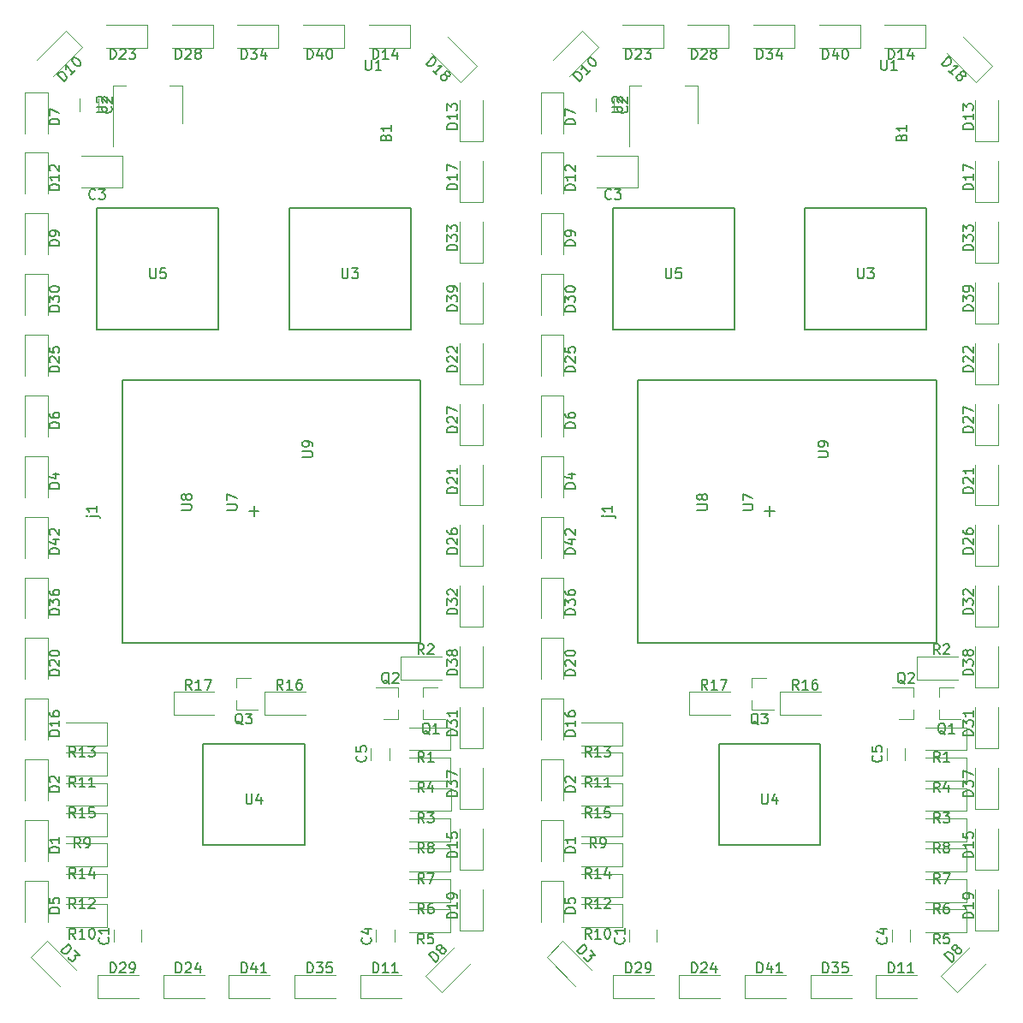
<source format=gbr>
G04 #@! TF.GenerationSoftware,KiCad,Pcbnew,5.0.2+dfsg1-1*
G04 #@! TF.CreationDate,2020-08-14T01:20:14+02:00*
G04 #@! TF.ProjectId,badge,62616467-652e-46b6-9963-61645f706362,rev?*
G04 #@! TF.SameCoordinates,Original*
G04 #@! TF.FileFunction,Legend,Top*
G04 #@! TF.FilePolarity,Positive*
%FSLAX46Y46*%
G04 Gerber Fmt 4.6, Leading zero omitted, Abs format (unit mm)*
G04 Created by KiCad (PCBNEW 5.0.2+dfsg1-1) date Fri 14 Aug 2020 01:20:14 AM CEST*
%MOMM*%
%LPD*%
G01*
G04 APERTURE LIST*
%ADD10C,0.120000*%
%ADD11C,0.200000*%
%ADD12C,0.150000*%
G04 APERTURE END LIST*
D10*
G04 #@! TO.C,D29*
X103112500Y-165865000D02*
X99052500Y-165865000D01*
X99052500Y-165865000D02*
X99052500Y-168135000D01*
X99052500Y-168135000D02*
X103112500Y-168135000D01*
D11*
G04 #@! TO.C,U4*
X109500000Y-143000000D02*
X119500000Y-143000000D01*
X119500000Y-143000000D02*
X119500000Y-153000000D01*
X119500000Y-153000000D02*
X109500000Y-153000000D01*
X109500000Y-153000000D02*
X109500000Y-143000000D01*
G04 #@! TO.C,U9*
X101500000Y-107000000D02*
X131000000Y-107000000D01*
X131000000Y-107000000D02*
X131000000Y-133000000D01*
X131000000Y-133000000D02*
X101500000Y-133000000D01*
X101500000Y-133000000D02*
X101500000Y-107000000D01*
X114500000Y-119500000D02*
X114500000Y-120500000D01*
X114000000Y-120000000D02*
X115000000Y-120000000D01*
D10*
G04 #@! TO.C,D28*
X106400000Y-74135000D02*
X110460000Y-74135000D01*
X110460000Y-74135000D02*
X110460000Y-71865000D01*
X110460000Y-71865000D02*
X106400000Y-71865000D01*
G04 #@! TO.C,D27*
X134865000Y-109362500D02*
X134865000Y-113422500D01*
X134865000Y-113422500D02*
X137135000Y-113422500D01*
X137135000Y-113422500D02*
X137135000Y-109362500D01*
G04 #@! TO.C,D26*
X134865000Y-121362500D02*
X134865000Y-125422500D01*
X134865000Y-125422500D02*
X137135000Y-125422500D01*
X137135000Y-125422500D02*
X137135000Y-121362500D01*
G04 #@! TO.C,D25*
X94135000Y-106600000D02*
X94135000Y-102540000D01*
X94135000Y-102540000D02*
X91865000Y-102540000D01*
X91865000Y-102540000D02*
X91865000Y-106600000D01*
G04 #@! TO.C,D24*
X109600000Y-165865000D02*
X105540000Y-165865000D01*
X105540000Y-165865000D02*
X105540000Y-168135000D01*
X105540000Y-168135000D02*
X109600000Y-168135000D01*
G04 #@! TO.C,D23*
X99912500Y-74135000D02*
X103972500Y-74135000D01*
X103972500Y-74135000D02*
X103972500Y-71865000D01*
X103972500Y-71865000D02*
X99912500Y-71865000D01*
G04 #@! TO.C,D8*
X134328805Y-163066063D02*
X131457951Y-165936916D01*
X131457951Y-165936916D02*
X133063084Y-167542049D01*
X133063084Y-167542049D02*
X135933937Y-164671195D01*
G04 #@! TO.C,D7*
X94135000Y-82600000D02*
X94135000Y-78540000D01*
X94135000Y-78540000D02*
X91865000Y-78540000D01*
X91865000Y-78540000D02*
X91865000Y-82600000D01*
G04 #@! TO.C,D6*
X94135000Y-112600000D02*
X94135000Y-108540000D01*
X94135000Y-108540000D02*
X91865000Y-108540000D01*
X91865000Y-108540000D02*
X91865000Y-112600000D01*
G04 #@! TO.C,C3*
X97400000Y-87985000D02*
X101460000Y-87985000D01*
X101460000Y-87985000D02*
X101460000Y-84815000D01*
X101460000Y-84815000D02*
X97400000Y-84815000D01*
G04 #@! TO.C,C1*
X100640000Y-162602064D02*
X100640000Y-161397936D01*
X103360000Y-162602064D02*
X103360000Y-161397936D01*
G04 #@! TO.C,D13*
X134865000Y-79362500D02*
X134865000Y-83422500D01*
X134865000Y-83422500D02*
X137135000Y-83422500D01*
X137135000Y-83422500D02*
X137135000Y-79362500D01*
G04 #@! TO.C,D12*
X94135000Y-88600000D02*
X94135000Y-84540000D01*
X94135000Y-84540000D02*
X91865000Y-84540000D01*
X91865000Y-84540000D02*
X91865000Y-88600000D01*
G04 #@! TO.C,D11*
X129087500Y-165865000D02*
X125027500Y-165865000D01*
X125027500Y-165865000D02*
X125027500Y-168135000D01*
X125027500Y-168135000D02*
X129087500Y-168135000D01*
G04 #@! TO.C,D19*
X134865000Y-157400000D02*
X134865000Y-161460000D01*
X134865000Y-161460000D02*
X137135000Y-161460000D01*
X137135000Y-161460000D02*
X137135000Y-157400000D01*
G04 #@! TO.C,D18*
X132066063Y-74671195D02*
X134936916Y-77542049D01*
X134936916Y-77542049D02*
X136542049Y-75936916D01*
X136542049Y-75936916D02*
X133671195Y-73066063D01*
G04 #@! TO.C,D17*
X134865000Y-85362500D02*
X134865000Y-89422500D01*
X134865000Y-89422500D02*
X137135000Y-89422500D01*
X137135000Y-89422500D02*
X137135000Y-85362500D01*
G04 #@! TO.C,Q3*
X112740000Y-136470000D02*
X112740000Y-137400000D01*
X112740000Y-139630000D02*
X112740000Y-138700000D01*
X112740000Y-139630000D02*
X114900000Y-139630000D01*
X112740000Y-136470000D02*
X114200000Y-136470000D01*
G04 #@! TO.C,Q2*
X128760000Y-140580000D02*
X128760000Y-139650000D01*
X128760000Y-137420000D02*
X128760000Y-138350000D01*
X128760000Y-137420000D02*
X126600000Y-137420000D01*
X128760000Y-140580000D02*
X127300000Y-140580000D01*
G04 #@! TO.C,Q1*
X131240000Y-137420000D02*
X131240000Y-138350000D01*
X131240000Y-140580000D02*
X131240000Y-139650000D01*
X131240000Y-140580000D02*
X133400000Y-140580000D01*
X131240000Y-137420000D02*
X132700000Y-137420000D01*
G04 #@! TO.C,D3*
X96931917Y-165334306D02*
X94061064Y-162463452D01*
X94061064Y-162463452D02*
X92455931Y-164068585D01*
X92455931Y-164068585D02*
X95326785Y-166939438D01*
G04 #@! TO.C,D2*
X94135000Y-148600000D02*
X94135000Y-144540000D01*
X94135000Y-144540000D02*
X91865000Y-144540000D01*
X91865000Y-144540000D02*
X91865000Y-148600000D01*
G04 #@! TO.C,D1*
X94135000Y-154600000D02*
X94135000Y-150540000D01*
X94135000Y-150540000D02*
X91865000Y-150540000D01*
X91865000Y-150540000D02*
X91865000Y-154600000D01*
G04 #@! TO.C,R4*
X129900000Y-146635000D02*
X133960000Y-146635000D01*
X133960000Y-146635000D02*
X133960000Y-144365000D01*
X133960000Y-144365000D02*
X129900000Y-144365000D01*
G04 #@! TO.C,R3*
X129912500Y-149635000D02*
X133972500Y-149635000D01*
X133972500Y-149635000D02*
X133972500Y-147365000D01*
X133972500Y-147365000D02*
X129912500Y-147365000D01*
G04 #@! TO.C,R2*
X133100000Y-134365000D02*
X129040000Y-134365000D01*
X129040000Y-134365000D02*
X129040000Y-136635000D01*
X129040000Y-136635000D02*
X133100000Y-136635000D01*
G04 #@! TO.C,R1*
X129900000Y-143635000D02*
X133960000Y-143635000D01*
X133960000Y-143635000D02*
X133960000Y-141365000D01*
X133960000Y-141365000D02*
X129900000Y-141365000D01*
G04 #@! TO.C,D42*
X94135000Y-124600000D02*
X94135000Y-120540000D01*
X94135000Y-120540000D02*
X91865000Y-120540000D01*
X91865000Y-120540000D02*
X91865000Y-124600000D01*
G04 #@! TO.C,D41*
X116087500Y-165865000D02*
X112027500Y-165865000D01*
X112027500Y-165865000D02*
X112027500Y-168135000D01*
X112027500Y-168135000D02*
X116087500Y-168135000D01*
G04 #@! TO.C,D40*
X119400000Y-74135000D02*
X123460000Y-74135000D01*
X123460000Y-74135000D02*
X123460000Y-71865000D01*
X123460000Y-71865000D02*
X119400000Y-71865000D01*
G04 #@! TO.C,D39*
X134865000Y-97362500D02*
X134865000Y-101422500D01*
X134865000Y-101422500D02*
X137135000Y-101422500D01*
X137135000Y-101422500D02*
X137135000Y-97362500D01*
D11*
G04 #@! TO.C,U5*
X99000000Y-90000000D02*
X111000000Y-90000000D01*
X111000000Y-90000000D02*
X111000000Y-102000000D01*
X111000000Y-102000000D02*
X99000000Y-102000000D01*
X99000000Y-102000000D02*
X99000000Y-90000000D01*
G04 #@! TO.C,U3*
X118000000Y-90000000D02*
X130000000Y-90000000D01*
X130000000Y-90000000D02*
X130000000Y-102000000D01*
X130000000Y-102000000D02*
X118000000Y-102000000D01*
X118000000Y-102000000D02*
X118000000Y-90000000D01*
D10*
G04 #@! TO.C,R13*
X95900000Y-143135000D02*
X99960000Y-143135000D01*
X99960000Y-143135000D02*
X99960000Y-140865000D01*
X99960000Y-140865000D02*
X95900000Y-140865000D01*
G04 #@! TO.C,R12*
X95900000Y-158135000D02*
X99960000Y-158135000D01*
X99960000Y-158135000D02*
X99960000Y-155865000D01*
X99960000Y-155865000D02*
X95900000Y-155865000D01*
G04 #@! TO.C,R11*
X95900000Y-146135000D02*
X99960000Y-146135000D01*
X99960000Y-146135000D02*
X99960000Y-143865000D01*
X99960000Y-143865000D02*
X95900000Y-143865000D01*
G04 #@! TO.C,R10*
X95900000Y-161135000D02*
X99960000Y-161135000D01*
X99960000Y-161135000D02*
X99960000Y-158865000D01*
X99960000Y-158865000D02*
X95900000Y-158865000D01*
G04 #@! TO.C,D10*
X94671195Y-76933937D02*
X97542049Y-74063084D01*
X97542049Y-74063084D02*
X95936916Y-72457951D01*
X95936916Y-72457951D02*
X93066063Y-75328805D01*
G04 #@! TO.C,D9*
X94135000Y-94600000D02*
X94135000Y-90540000D01*
X94135000Y-90540000D02*
X91865000Y-90540000D01*
X91865000Y-90540000D02*
X91865000Y-94600000D01*
G04 #@! TO.C,D22*
X134865000Y-103362500D02*
X134865000Y-107422500D01*
X134865000Y-107422500D02*
X137135000Y-107422500D01*
X137135000Y-107422500D02*
X137135000Y-103362500D01*
G04 #@! TO.C,D21*
X134865000Y-115362500D02*
X134865000Y-119422500D01*
X134865000Y-119422500D02*
X137135000Y-119422500D01*
X137135000Y-119422500D02*
X137135000Y-115362500D01*
G04 #@! TO.C,D20*
X94135000Y-136600000D02*
X94135000Y-132540000D01*
X94135000Y-132540000D02*
X91865000Y-132540000D01*
X91865000Y-132540000D02*
X91865000Y-136600000D01*
G04 #@! TO.C,U2*
X107410000Y-77890000D02*
X106150000Y-77890000D01*
X100590000Y-77890000D02*
X101850000Y-77890000D01*
X107410000Y-81650000D02*
X107410000Y-77890000D01*
X100590000Y-83900000D02*
X100590000Y-77890000D01*
G04 #@! TO.C,R17*
X110600000Y-137865000D02*
X106540000Y-137865000D01*
X106540000Y-137865000D02*
X106540000Y-140135000D01*
X106540000Y-140135000D02*
X110600000Y-140135000D01*
G04 #@! TO.C,R16*
X119612500Y-137865000D02*
X115552500Y-137865000D01*
X115552500Y-137865000D02*
X115552500Y-140135000D01*
X115552500Y-140135000D02*
X119612500Y-140135000D01*
G04 #@! TO.C,R15*
X95900000Y-149135000D02*
X99960000Y-149135000D01*
X99960000Y-149135000D02*
X99960000Y-146865000D01*
X99960000Y-146865000D02*
X95900000Y-146865000D01*
G04 #@! TO.C,R14*
X95900000Y-155135000D02*
X99960000Y-155135000D01*
X99960000Y-155135000D02*
X99960000Y-152865000D01*
X99960000Y-152865000D02*
X95900000Y-152865000D01*
G04 #@! TO.C,D5*
X94135000Y-160600000D02*
X94135000Y-156540000D01*
X94135000Y-156540000D02*
X91865000Y-156540000D01*
X91865000Y-156540000D02*
X91865000Y-160600000D01*
G04 #@! TO.C,D4*
X94135000Y-118600000D02*
X94135000Y-114540000D01*
X94135000Y-114540000D02*
X91865000Y-114540000D01*
X91865000Y-114540000D02*
X91865000Y-118600000D01*
G04 #@! TO.C,D16*
X94135000Y-142600000D02*
X94135000Y-138540000D01*
X94135000Y-138540000D02*
X91865000Y-138540000D01*
X91865000Y-138540000D02*
X91865000Y-142600000D01*
G04 #@! TO.C,D15*
X134865000Y-151400000D02*
X134865000Y-155460000D01*
X134865000Y-155460000D02*
X137135000Y-155460000D01*
X137135000Y-155460000D02*
X137135000Y-151400000D01*
G04 #@! TO.C,D14*
X125887500Y-74135000D02*
X129947500Y-74135000D01*
X129947500Y-74135000D02*
X129947500Y-71865000D01*
X129947500Y-71865000D02*
X125887500Y-71865000D01*
G04 #@! TO.C,C5*
X126090000Y-144589564D02*
X126090000Y-143385436D01*
X127910000Y-144589564D02*
X127910000Y-143385436D01*
G04 #@! TO.C,C4*
X126590000Y-162602064D02*
X126590000Y-161397936D01*
X128410000Y-162602064D02*
X128410000Y-161397936D01*
G04 #@! TO.C,C2*
X99110000Y-79197936D02*
X99110000Y-80402064D01*
X97290000Y-79197936D02*
X97290000Y-80402064D01*
G04 #@! TO.C,D35*
X122600000Y-165865000D02*
X118540000Y-165865000D01*
X118540000Y-165865000D02*
X118540000Y-168135000D01*
X118540000Y-168135000D02*
X122600000Y-168135000D01*
G04 #@! TO.C,D34*
X112887500Y-74135000D02*
X116947500Y-74135000D01*
X116947500Y-74135000D02*
X116947500Y-71865000D01*
X116947500Y-71865000D02*
X112887500Y-71865000D01*
G04 #@! TO.C,D33*
X134865000Y-91362500D02*
X134865000Y-95422500D01*
X134865000Y-95422500D02*
X137135000Y-95422500D01*
X137135000Y-95422500D02*
X137135000Y-91362500D01*
G04 #@! TO.C,D32*
X134865000Y-127362500D02*
X134865000Y-131422500D01*
X134865000Y-131422500D02*
X137135000Y-131422500D01*
X137135000Y-131422500D02*
X137135000Y-127362500D01*
G04 #@! TO.C,D31*
X134865000Y-139362500D02*
X134865000Y-143422500D01*
X134865000Y-143422500D02*
X137135000Y-143422500D01*
X137135000Y-143422500D02*
X137135000Y-139362500D01*
G04 #@! TO.C,D30*
X94135000Y-100600000D02*
X94135000Y-96540000D01*
X94135000Y-96540000D02*
X91865000Y-96540000D01*
X91865000Y-96540000D02*
X91865000Y-100600000D01*
G04 #@! TO.C,R9*
X95912500Y-152135000D02*
X99972500Y-152135000D01*
X99972500Y-152135000D02*
X99972500Y-149865000D01*
X99972500Y-149865000D02*
X95912500Y-149865000D01*
G04 #@! TO.C,R8*
X129900000Y-152635000D02*
X133960000Y-152635000D01*
X133960000Y-152635000D02*
X133960000Y-150365000D01*
X133960000Y-150365000D02*
X129900000Y-150365000D01*
G04 #@! TO.C,R7*
X129900000Y-155635000D02*
X133960000Y-155635000D01*
X133960000Y-155635000D02*
X133960000Y-153365000D01*
X133960000Y-153365000D02*
X129900000Y-153365000D01*
G04 #@! TO.C,R6*
X129900000Y-158635000D02*
X133960000Y-158635000D01*
X133960000Y-158635000D02*
X133960000Y-156365000D01*
X133960000Y-156365000D02*
X129900000Y-156365000D01*
G04 #@! TO.C,R5*
X129887500Y-161635000D02*
X133947500Y-161635000D01*
X133947500Y-161635000D02*
X133947500Y-159365000D01*
X133947500Y-159365000D02*
X129887500Y-159365000D01*
G04 #@! TO.C,D38*
X134865000Y-133362500D02*
X134865000Y-137422500D01*
X134865000Y-137422500D02*
X137135000Y-137422500D01*
X137135000Y-137422500D02*
X137135000Y-133362500D01*
G04 #@! TO.C,D37*
X134865000Y-145362500D02*
X134865000Y-149422500D01*
X134865000Y-149422500D02*
X137135000Y-149422500D01*
X137135000Y-149422500D02*
X137135000Y-145362500D01*
G04 #@! TO.C,D36*
X94135000Y-130600000D02*
X94135000Y-126540000D01*
X94135000Y-126540000D02*
X91865000Y-126540000D01*
X91865000Y-126540000D02*
X91865000Y-130600000D01*
G04 #@! TO.C,C1*
X154360000Y-162602064D02*
X154360000Y-161397936D01*
X151640000Y-162602064D02*
X151640000Y-161397936D01*
G04 #@! TO.C,C3*
X152460000Y-84815000D02*
X148400000Y-84815000D01*
X152460000Y-87985000D02*
X152460000Y-84815000D01*
X148400000Y-87985000D02*
X152460000Y-87985000D01*
D11*
G04 #@! TO.C,U3*
X169000000Y-102000000D02*
X169000000Y-90000000D01*
X181000000Y-102000000D02*
X169000000Y-102000000D01*
X181000000Y-90000000D02*
X181000000Y-102000000D01*
X169000000Y-90000000D02*
X181000000Y-90000000D01*
G04 #@! TO.C,U5*
X150000000Y-102000000D02*
X150000000Y-90000000D01*
X162000000Y-102000000D02*
X150000000Y-102000000D01*
X162000000Y-90000000D02*
X162000000Y-102000000D01*
X150000000Y-90000000D02*
X162000000Y-90000000D01*
G04 #@! TO.C,U4*
X160500000Y-153000000D02*
X160500000Y-143000000D01*
X170500000Y-153000000D02*
X160500000Y-153000000D01*
X170500000Y-143000000D02*
X170500000Y-153000000D01*
X160500000Y-143000000D02*
X170500000Y-143000000D01*
G04 #@! TO.C,U9*
X165000000Y-120000000D02*
X166000000Y-120000000D01*
X165500000Y-119500000D02*
X165500000Y-120500000D01*
X152500000Y-133000000D02*
X152500000Y-107000000D01*
X182000000Y-133000000D02*
X152500000Y-133000000D01*
X182000000Y-107000000D02*
X182000000Y-133000000D01*
X152500000Y-107000000D02*
X182000000Y-107000000D01*
D10*
G04 #@! TO.C,C2*
X148290000Y-79197936D02*
X148290000Y-80402064D01*
X150110000Y-79197936D02*
X150110000Y-80402064D01*
G04 #@! TO.C,C4*
X179410000Y-162602064D02*
X179410000Y-161397936D01*
X177590000Y-162602064D02*
X177590000Y-161397936D01*
G04 #@! TO.C,C5*
X178910000Y-144589564D02*
X178910000Y-143385436D01*
X177090000Y-144589564D02*
X177090000Y-143385436D01*
G04 #@! TO.C,D1*
X142865000Y-150540000D02*
X142865000Y-154600000D01*
X145135000Y-150540000D02*
X142865000Y-150540000D01*
X145135000Y-154600000D02*
X145135000Y-150540000D01*
G04 #@! TO.C,D2*
X142865000Y-144540000D02*
X142865000Y-148600000D01*
X145135000Y-144540000D02*
X142865000Y-144540000D01*
X145135000Y-148600000D02*
X145135000Y-144540000D01*
G04 #@! TO.C,D3*
X143455931Y-164068585D02*
X146326785Y-166939438D01*
X145061064Y-162463452D02*
X143455931Y-164068585D01*
X147931917Y-165334306D02*
X145061064Y-162463452D01*
G04 #@! TO.C,D4*
X142865000Y-114540000D02*
X142865000Y-118600000D01*
X145135000Y-114540000D02*
X142865000Y-114540000D01*
X145135000Y-118600000D02*
X145135000Y-114540000D01*
G04 #@! TO.C,D5*
X142865000Y-156540000D02*
X142865000Y-160600000D01*
X145135000Y-156540000D02*
X142865000Y-156540000D01*
X145135000Y-160600000D02*
X145135000Y-156540000D01*
G04 #@! TO.C,D6*
X142865000Y-108540000D02*
X142865000Y-112600000D01*
X145135000Y-108540000D02*
X142865000Y-108540000D01*
X145135000Y-112600000D02*
X145135000Y-108540000D01*
G04 #@! TO.C,D7*
X142865000Y-78540000D02*
X142865000Y-82600000D01*
X145135000Y-78540000D02*
X142865000Y-78540000D01*
X145135000Y-82600000D02*
X145135000Y-78540000D01*
G04 #@! TO.C,D8*
X184063084Y-167542049D02*
X186933937Y-164671195D01*
X182457951Y-165936916D02*
X184063084Y-167542049D01*
X185328805Y-163066063D02*
X182457951Y-165936916D01*
G04 #@! TO.C,D9*
X142865000Y-90540000D02*
X142865000Y-94600000D01*
X145135000Y-90540000D02*
X142865000Y-90540000D01*
X145135000Y-94600000D02*
X145135000Y-90540000D01*
G04 #@! TO.C,D10*
X146936916Y-72457951D02*
X144066063Y-75328805D01*
X148542049Y-74063084D02*
X146936916Y-72457951D01*
X145671195Y-76933937D02*
X148542049Y-74063084D01*
G04 #@! TO.C,D11*
X176027500Y-168135000D02*
X180087500Y-168135000D01*
X176027500Y-165865000D02*
X176027500Y-168135000D01*
X180087500Y-165865000D02*
X176027500Y-165865000D01*
G04 #@! TO.C,D12*
X142865000Y-84540000D02*
X142865000Y-88600000D01*
X145135000Y-84540000D02*
X142865000Y-84540000D01*
X145135000Y-88600000D02*
X145135000Y-84540000D01*
G04 #@! TO.C,D13*
X188135000Y-83422500D02*
X188135000Y-79362500D01*
X185865000Y-83422500D02*
X188135000Y-83422500D01*
X185865000Y-79362500D02*
X185865000Y-83422500D01*
G04 #@! TO.C,D14*
X180947500Y-71865000D02*
X176887500Y-71865000D01*
X180947500Y-74135000D02*
X180947500Y-71865000D01*
X176887500Y-74135000D02*
X180947500Y-74135000D01*
G04 #@! TO.C,D15*
X188135000Y-155460000D02*
X188135000Y-151400000D01*
X185865000Y-155460000D02*
X188135000Y-155460000D01*
X185865000Y-151400000D02*
X185865000Y-155460000D01*
G04 #@! TO.C,D16*
X142865000Y-138540000D02*
X142865000Y-142600000D01*
X145135000Y-138540000D02*
X142865000Y-138540000D01*
X145135000Y-142600000D02*
X145135000Y-138540000D01*
G04 #@! TO.C,D17*
X188135000Y-89422500D02*
X188135000Y-85362500D01*
X185865000Y-89422500D02*
X188135000Y-89422500D01*
X185865000Y-85362500D02*
X185865000Y-89422500D01*
G04 #@! TO.C,D18*
X187542049Y-75936916D02*
X184671195Y-73066063D01*
X185936916Y-77542049D02*
X187542049Y-75936916D01*
X183066063Y-74671195D02*
X185936916Y-77542049D01*
G04 #@! TO.C,D19*
X188135000Y-161460000D02*
X188135000Y-157400000D01*
X185865000Y-161460000D02*
X188135000Y-161460000D01*
X185865000Y-157400000D02*
X185865000Y-161460000D01*
G04 #@! TO.C,D20*
X142865000Y-132540000D02*
X142865000Y-136600000D01*
X145135000Y-132540000D02*
X142865000Y-132540000D01*
X145135000Y-136600000D02*
X145135000Y-132540000D01*
G04 #@! TO.C,D21*
X188135000Y-119422500D02*
X188135000Y-115362500D01*
X185865000Y-119422500D02*
X188135000Y-119422500D01*
X185865000Y-115362500D02*
X185865000Y-119422500D01*
G04 #@! TO.C,D22*
X188135000Y-107422500D02*
X188135000Y-103362500D01*
X185865000Y-107422500D02*
X188135000Y-107422500D01*
X185865000Y-103362500D02*
X185865000Y-107422500D01*
G04 #@! TO.C,D23*
X154972500Y-71865000D02*
X150912500Y-71865000D01*
X154972500Y-74135000D02*
X154972500Y-71865000D01*
X150912500Y-74135000D02*
X154972500Y-74135000D01*
G04 #@! TO.C,D24*
X156540000Y-168135000D02*
X160600000Y-168135000D01*
X156540000Y-165865000D02*
X156540000Y-168135000D01*
X160600000Y-165865000D02*
X156540000Y-165865000D01*
G04 #@! TO.C,D25*
X142865000Y-102540000D02*
X142865000Y-106600000D01*
X145135000Y-102540000D02*
X142865000Y-102540000D01*
X145135000Y-106600000D02*
X145135000Y-102540000D01*
G04 #@! TO.C,D26*
X188135000Y-125422500D02*
X188135000Y-121362500D01*
X185865000Y-125422500D02*
X188135000Y-125422500D01*
X185865000Y-121362500D02*
X185865000Y-125422500D01*
G04 #@! TO.C,D27*
X188135000Y-113422500D02*
X188135000Y-109362500D01*
X185865000Y-113422500D02*
X188135000Y-113422500D01*
X185865000Y-109362500D02*
X185865000Y-113422500D01*
G04 #@! TO.C,D28*
X161460000Y-71865000D02*
X157400000Y-71865000D01*
X161460000Y-74135000D02*
X161460000Y-71865000D01*
X157400000Y-74135000D02*
X161460000Y-74135000D01*
G04 #@! TO.C,D29*
X150052500Y-168135000D02*
X154112500Y-168135000D01*
X150052500Y-165865000D02*
X150052500Y-168135000D01*
X154112500Y-165865000D02*
X150052500Y-165865000D01*
G04 #@! TO.C,D30*
X142865000Y-96540000D02*
X142865000Y-100600000D01*
X145135000Y-96540000D02*
X142865000Y-96540000D01*
X145135000Y-100600000D02*
X145135000Y-96540000D01*
G04 #@! TO.C,D31*
X188135000Y-143422500D02*
X188135000Y-139362500D01*
X185865000Y-143422500D02*
X188135000Y-143422500D01*
X185865000Y-139362500D02*
X185865000Y-143422500D01*
G04 #@! TO.C,D32*
X188135000Y-131422500D02*
X188135000Y-127362500D01*
X185865000Y-131422500D02*
X188135000Y-131422500D01*
X185865000Y-127362500D02*
X185865000Y-131422500D01*
G04 #@! TO.C,D33*
X188135000Y-95422500D02*
X188135000Y-91362500D01*
X185865000Y-95422500D02*
X188135000Y-95422500D01*
X185865000Y-91362500D02*
X185865000Y-95422500D01*
G04 #@! TO.C,D34*
X167947500Y-71865000D02*
X163887500Y-71865000D01*
X167947500Y-74135000D02*
X167947500Y-71865000D01*
X163887500Y-74135000D02*
X167947500Y-74135000D01*
G04 #@! TO.C,D35*
X169540000Y-168135000D02*
X173600000Y-168135000D01*
X169540000Y-165865000D02*
X169540000Y-168135000D01*
X173600000Y-165865000D02*
X169540000Y-165865000D01*
G04 #@! TO.C,D36*
X142865000Y-126540000D02*
X142865000Y-130600000D01*
X145135000Y-126540000D02*
X142865000Y-126540000D01*
X145135000Y-130600000D02*
X145135000Y-126540000D01*
G04 #@! TO.C,D37*
X188135000Y-149422500D02*
X188135000Y-145362500D01*
X185865000Y-149422500D02*
X188135000Y-149422500D01*
X185865000Y-145362500D02*
X185865000Y-149422500D01*
G04 #@! TO.C,D38*
X188135000Y-137422500D02*
X188135000Y-133362500D01*
X185865000Y-137422500D02*
X188135000Y-137422500D01*
X185865000Y-133362500D02*
X185865000Y-137422500D01*
G04 #@! TO.C,D39*
X188135000Y-101422500D02*
X188135000Y-97362500D01*
X185865000Y-101422500D02*
X188135000Y-101422500D01*
X185865000Y-97362500D02*
X185865000Y-101422500D01*
G04 #@! TO.C,D40*
X174460000Y-71865000D02*
X170400000Y-71865000D01*
X174460000Y-74135000D02*
X174460000Y-71865000D01*
X170400000Y-74135000D02*
X174460000Y-74135000D01*
G04 #@! TO.C,D41*
X163027500Y-168135000D02*
X167087500Y-168135000D01*
X163027500Y-165865000D02*
X163027500Y-168135000D01*
X167087500Y-165865000D02*
X163027500Y-165865000D01*
G04 #@! TO.C,D42*
X142865000Y-120540000D02*
X142865000Y-124600000D01*
X145135000Y-120540000D02*
X142865000Y-120540000D01*
X145135000Y-124600000D02*
X145135000Y-120540000D01*
G04 #@! TO.C,Q1*
X182240000Y-137420000D02*
X183700000Y-137420000D01*
X182240000Y-140580000D02*
X184400000Y-140580000D01*
X182240000Y-140580000D02*
X182240000Y-139650000D01*
X182240000Y-137420000D02*
X182240000Y-138350000D01*
G04 #@! TO.C,Q2*
X179760000Y-140580000D02*
X178300000Y-140580000D01*
X179760000Y-137420000D02*
X177600000Y-137420000D01*
X179760000Y-137420000D02*
X179760000Y-138350000D01*
X179760000Y-140580000D02*
X179760000Y-139650000D01*
G04 #@! TO.C,Q3*
X163740000Y-136470000D02*
X165200000Y-136470000D01*
X163740000Y-139630000D02*
X165900000Y-139630000D01*
X163740000Y-139630000D02*
X163740000Y-138700000D01*
X163740000Y-136470000D02*
X163740000Y-137400000D01*
G04 #@! TO.C,R1*
X184960000Y-141365000D02*
X180900000Y-141365000D01*
X184960000Y-143635000D02*
X184960000Y-141365000D01*
X180900000Y-143635000D02*
X184960000Y-143635000D01*
G04 #@! TO.C,R2*
X180040000Y-136635000D02*
X184100000Y-136635000D01*
X180040000Y-134365000D02*
X180040000Y-136635000D01*
X184100000Y-134365000D02*
X180040000Y-134365000D01*
G04 #@! TO.C,R3*
X184972500Y-147365000D02*
X180912500Y-147365000D01*
X184972500Y-149635000D02*
X184972500Y-147365000D01*
X180912500Y-149635000D02*
X184972500Y-149635000D01*
G04 #@! TO.C,R4*
X184960000Y-144365000D02*
X180900000Y-144365000D01*
X184960000Y-146635000D02*
X184960000Y-144365000D01*
X180900000Y-146635000D02*
X184960000Y-146635000D01*
G04 #@! TO.C,R5*
X184947500Y-159365000D02*
X180887500Y-159365000D01*
X184947500Y-161635000D02*
X184947500Y-159365000D01*
X180887500Y-161635000D02*
X184947500Y-161635000D01*
G04 #@! TO.C,R6*
X184960000Y-156365000D02*
X180900000Y-156365000D01*
X184960000Y-158635000D02*
X184960000Y-156365000D01*
X180900000Y-158635000D02*
X184960000Y-158635000D01*
G04 #@! TO.C,R7*
X184960000Y-153365000D02*
X180900000Y-153365000D01*
X184960000Y-155635000D02*
X184960000Y-153365000D01*
X180900000Y-155635000D02*
X184960000Y-155635000D01*
G04 #@! TO.C,R8*
X184960000Y-150365000D02*
X180900000Y-150365000D01*
X184960000Y-152635000D02*
X184960000Y-150365000D01*
X180900000Y-152635000D02*
X184960000Y-152635000D01*
G04 #@! TO.C,R9*
X150972500Y-149865000D02*
X146912500Y-149865000D01*
X150972500Y-152135000D02*
X150972500Y-149865000D01*
X146912500Y-152135000D02*
X150972500Y-152135000D01*
G04 #@! TO.C,R10*
X150960000Y-158865000D02*
X146900000Y-158865000D01*
X150960000Y-161135000D02*
X150960000Y-158865000D01*
X146900000Y-161135000D02*
X150960000Y-161135000D01*
G04 #@! TO.C,R11*
X150960000Y-143865000D02*
X146900000Y-143865000D01*
X150960000Y-146135000D02*
X150960000Y-143865000D01*
X146900000Y-146135000D02*
X150960000Y-146135000D01*
G04 #@! TO.C,R12*
X150960000Y-155865000D02*
X146900000Y-155865000D01*
X150960000Y-158135000D02*
X150960000Y-155865000D01*
X146900000Y-158135000D02*
X150960000Y-158135000D01*
G04 #@! TO.C,R13*
X150960000Y-140865000D02*
X146900000Y-140865000D01*
X150960000Y-143135000D02*
X150960000Y-140865000D01*
X146900000Y-143135000D02*
X150960000Y-143135000D01*
G04 #@! TO.C,R14*
X150960000Y-152865000D02*
X146900000Y-152865000D01*
X150960000Y-155135000D02*
X150960000Y-152865000D01*
X146900000Y-155135000D02*
X150960000Y-155135000D01*
G04 #@! TO.C,R15*
X150960000Y-146865000D02*
X146900000Y-146865000D01*
X150960000Y-149135000D02*
X150960000Y-146865000D01*
X146900000Y-149135000D02*
X150960000Y-149135000D01*
G04 #@! TO.C,R16*
X166552500Y-140135000D02*
X170612500Y-140135000D01*
X166552500Y-137865000D02*
X166552500Y-140135000D01*
X170612500Y-137865000D02*
X166552500Y-137865000D01*
G04 #@! TO.C,R17*
X157540000Y-140135000D02*
X161600000Y-140135000D01*
X157540000Y-137865000D02*
X157540000Y-140135000D01*
X161600000Y-137865000D02*
X157540000Y-137865000D01*
G04 #@! TO.C,U2*
X151590000Y-83900000D02*
X151590000Y-77890000D01*
X158410000Y-81650000D02*
X158410000Y-77890000D01*
X151590000Y-77890000D02*
X152850000Y-77890000D01*
X158410000Y-77890000D02*
X157150000Y-77890000D01*
G04 #@! TO.C,D29*
D12*
X100298214Y-165632380D02*
X100298214Y-164632380D01*
X100536309Y-164632380D01*
X100679166Y-164680000D01*
X100774404Y-164775238D01*
X100822023Y-164870476D01*
X100869642Y-165060952D01*
X100869642Y-165203809D01*
X100822023Y-165394285D01*
X100774404Y-165489523D01*
X100679166Y-165584761D01*
X100536309Y-165632380D01*
X100298214Y-165632380D01*
X101250595Y-164727619D02*
X101298214Y-164680000D01*
X101393452Y-164632380D01*
X101631547Y-164632380D01*
X101726785Y-164680000D01*
X101774404Y-164727619D01*
X101822023Y-164822857D01*
X101822023Y-164918095D01*
X101774404Y-165060952D01*
X101202976Y-165632380D01*
X101822023Y-165632380D01*
X102298214Y-165632380D02*
X102488690Y-165632380D01*
X102583928Y-165584761D01*
X102631547Y-165537142D01*
X102726785Y-165394285D01*
X102774404Y-165203809D01*
X102774404Y-164822857D01*
X102726785Y-164727619D01*
X102679166Y-164680000D01*
X102583928Y-164632380D01*
X102393452Y-164632380D01*
X102298214Y-164680000D01*
X102250595Y-164727619D01*
X102202976Y-164822857D01*
X102202976Y-165060952D01*
X102250595Y-165156190D01*
X102298214Y-165203809D01*
X102393452Y-165251428D01*
X102583928Y-165251428D01*
X102679166Y-165203809D01*
X102726785Y-165156190D01*
X102774404Y-165060952D01*
G04 #@! TO.C,U4*
X113738095Y-147952380D02*
X113738095Y-148761904D01*
X113785714Y-148857142D01*
X113833333Y-148904761D01*
X113928571Y-148952380D01*
X114119047Y-148952380D01*
X114214285Y-148904761D01*
X114261904Y-148857142D01*
X114309523Y-148761904D01*
X114309523Y-147952380D01*
X115214285Y-148285714D02*
X115214285Y-148952380D01*
X114976190Y-147904761D02*
X114738095Y-148619047D01*
X115357142Y-148619047D01*
G04 #@! TO.C,U9*
X119305670Y-114614703D02*
X120115194Y-114614703D01*
X120210432Y-114567084D01*
X120258051Y-114519465D01*
X120305670Y-114424227D01*
X120305670Y-114233751D01*
X120258051Y-114138513D01*
X120210432Y-114090894D01*
X120115194Y-114043275D01*
X119305670Y-114043275D01*
X120305670Y-113519465D02*
X120305670Y-113328989D01*
X120258051Y-113233751D01*
X120210432Y-113186132D01*
X120067575Y-113090894D01*
X119877099Y-113043275D01*
X119496147Y-113043275D01*
X119400909Y-113090894D01*
X119353290Y-113138513D01*
X119305670Y-113233751D01*
X119305670Y-113424227D01*
X119353290Y-113519465D01*
X119400909Y-113567084D01*
X119496147Y-113614703D01*
X119734242Y-113614703D01*
X119829480Y-113567084D01*
X119877099Y-113519465D01*
X119924718Y-113424227D01*
X119924718Y-113233751D01*
X119877099Y-113138513D01*
X119829480Y-113090894D01*
X119734242Y-113043275D01*
G04 #@! TO.C,D28*
X106785714Y-75272380D02*
X106785714Y-74272380D01*
X107023809Y-74272380D01*
X107166666Y-74320000D01*
X107261904Y-74415238D01*
X107309523Y-74510476D01*
X107357142Y-74700952D01*
X107357142Y-74843809D01*
X107309523Y-75034285D01*
X107261904Y-75129523D01*
X107166666Y-75224761D01*
X107023809Y-75272380D01*
X106785714Y-75272380D01*
X107738095Y-74367619D02*
X107785714Y-74320000D01*
X107880952Y-74272380D01*
X108119047Y-74272380D01*
X108214285Y-74320000D01*
X108261904Y-74367619D01*
X108309523Y-74462857D01*
X108309523Y-74558095D01*
X108261904Y-74700952D01*
X107690476Y-75272380D01*
X108309523Y-75272380D01*
X108880952Y-74700952D02*
X108785714Y-74653333D01*
X108738095Y-74605714D01*
X108690476Y-74510476D01*
X108690476Y-74462857D01*
X108738095Y-74367619D01*
X108785714Y-74320000D01*
X108880952Y-74272380D01*
X109071428Y-74272380D01*
X109166666Y-74320000D01*
X109214285Y-74367619D01*
X109261904Y-74462857D01*
X109261904Y-74510476D01*
X109214285Y-74605714D01*
X109166666Y-74653333D01*
X109071428Y-74700952D01*
X108880952Y-74700952D01*
X108785714Y-74748571D01*
X108738095Y-74796190D01*
X108690476Y-74891428D01*
X108690476Y-75081904D01*
X108738095Y-75177142D01*
X108785714Y-75224761D01*
X108880952Y-75272380D01*
X109071428Y-75272380D01*
X109166666Y-75224761D01*
X109214285Y-75177142D01*
X109261904Y-75081904D01*
X109261904Y-74891428D01*
X109214285Y-74796190D01*
X109166666Y-74748571D01*
X109071428Y-74700952D01*
G04 #@! TO.C,D27*
X134632380Y-112176785D02*
X133632380Y-112176785D01*
X133632380Y-111938690D01*
X133680000Y-111795833D01*
X133775238Y-111700595D01*
X133870476Y-111652976D01*
X134060952Y-111605357D01*
X134203809Y-111605357D01*
X134394285Y-111652976D01*
X134489523Y-111700595D01*
X134584761Y-111795833D01*
X134632380Y-111938690D01*
X134632380Y-112176785D01*
X133727619Y-111224404D02*
X133680000Y-111176785D01*
X133632380Y-111081547D01*
X133632380Y-110843452D01*
X133680000Y-110748214D01*
X133727619Y-110700595D01*
X133822857Y-110652976D01*
X133918095Y-110652976D01*
X134060952Y-110700595D01*
X134632380Y-111272023D01*
X134632380Y-110652976D01*
X133632380Y-110319642D02*
X133632380Y-109652976D01*
X134632380Y-110081547D01*
G04 #@! TO.C,D26*
X134632380Y-124176785D02*
X133632380Y-124176785D01*
X133632380Y-123938690D01*
X133680000Y-123795833D01*
X133775238Y-123700595D01*
X133870476Y-123652976D01*
X134060952Y-123605357D01*
X134203809Y-123605357D01*
X134394285Y-123652976D01*
X134489523Y-123700595D01*
X134584761Y-123795833D01*
X134632380Y-123938690D01*
X134632380Y-124176785D01*
X133727619Y-123224404D02*
X133680000Y-123176785D01*
X133632380Y-123081547D01*
X133632380Y-122843452D01*
X133680000Y-122748214D01*
X133727619Y-122700595D01*
X133822857Y-122652976D01*
X133918095Y-122652976D01*
X134060952Y-122700595D01*
X134632380Y-123272023D01*
X134632380Y-122652976D01*
X133632380Y-121795833D02*
X133632380Y-121986309D01*
X133680000Y-122081547D01*
X133727619Y-122129166D01*
X133870476Y-122224404D01*
X134060952Y-122272023D01*
X134441904Y-122272023D01*
X134537142Y-122224404D01*
X134584761Y-122176785D01*
X134632380Y-122081547D01*
X134632380Y-121891071D01*
X134584761Y-121795833D01*
X134537142Y-121748214D01*
X134441904Y-121700595D01*
X134203809Y-121700595D01*
X134108571Y-121748214D01*
X134060952Y-121795833D01*
X134013333Y-121891071D01*
X134013333Y-122081547D01*
X134060952Y-122176785D01*
X134108571Y-122224404D01*
X134203809Y-122272023D01*
G04 #@! TO.C,D25*
X95272380Y-106214285D02*
X94272380Y-106214285D01*
X94272380Y-105976190D01*
X94320000Y-105833333D01*
X94415238Y-105738095D01*
X94510476Y-105690476D01*
X94700952Y-105642857D01*
X94843809Y-105642857D01*
X95034285Y-105690476D01*
X95129523Y-105738095D01*
X95224761Y-105833333D01*
X95272380Y-105976190D01*
X95272380Y-106214285D01*
X94367619Y-105261904D02*
X94320000Y-105214285D01*
X94272380Y-105119047D01*
X94272380Y-104880952D01*
X94320000Y-104785714D01*
X94367619Y-104738095D01*
X94462857Y-104690476D01*
X94558095Y-104690476D01*
X94700952Y-104738095D01*
X95272380Y-105309523D01*
X95272380Y-104690476D01*
X94272380Y-103785714D02*
X94272380Y-104261904D01*
X94748571Y-104309523D01*
X94700952Y-104261904D01*
X94653333Y-104166666D01*
X94653333Y-103928571D01*
X94700952Y-103833333D01*
X94748571Y-103785714D01*
X94843809Y-103738095D01*
X95081904Y-103738095D01*
X95177142Y-103785714D01*
X95224761Y-103833333D01*
X95272380Y-103928571D01*
X95272380Y-104166666D01*
X95224761Y-104261904D01*
X95177142Y-104309523D01*
G04 #@! TO.C,D24*
X106785714Y-165632380D02*
X106785714Y-164632380D01*
X107023809Y-164632380D01*
X107166666Y-164680000D01*
X107261904Y-164775238D01*
X107309523Y-164870476D01*
X107357142Y-165060952D01*
X107357142Y-165203809D01*
X107309523Y-165394285D01*
X107261904Y-165489523D01*
X107166666Y-165584761D01*
X107023809Y-165632380D01*
X106785714Y-165632380D01*
X107738095Y-164727619D02*
X107785714Y-164680000D01*
X107880952Y-164632380D01*
X108119047Y-164632380D01*
X108214285Y-164680000D01*
X108261904Y-164727619D01*
X108309523Y-164822857D01*
X108309523Y-164918095D01*
X108261904Y-165060952D01*
X107690476Y-165632380D01*
X108309523Y-165632380D01*
X109166666Y-164965714D02*
X109166666Y-165632380D01*
X108928571Y-164584761D02*
X108690476Y-165299047D01*
X109309523Y-165299047D01*
G04 #@! TO.C,D23*
X100298214Y-75272380D02*
X100298214Y-74272380D01*
X100536309Y-74272380D01*
X100679166Y-74320000D01*
X100774404Y-74415238D01*
X100822023Y-74510476D01*
X100869642Y-74700952D01*
X100869642Y-74843809D01*
X100822023Y-75034285D01*
X100774404Y-75129523D01*
X100679166Y-75224761D01*
X100536309Y-75272380D01*
X100298214Y-75272380D01*
X101250595Y-74367619D02*
X101298214Y-74320000D01*
X101393452Y-74272380D01*
X101631547Y-74272380D01*
X101726785Y-74320000D01*
X101774404Y-74367619D01*
X101822023Y-74462857D01*
X101822023Y-74558095D01*
X101774404Y-74700952D01*
X101202976Y-75272380D01*
X101822023Y-75272380D01*
X102155357Y-74272380D02*
X102774404Y-74272380D01*
X102441071Y-74653333D01*
X102583928Y-74653333D01*
X102679166Y-74700952D01*
X102726785Y-74748571D01*
X102774404Y-74843809D01*
X102774404Y-75081904D01*
X102726785Y-75177142D01*
X102679166Y-75224761D01*
X102583928Y-75272380D01*
X102298214Y-75272380D01*
X102202976Y-75224761D01*
X102155357Y-75177142D01*
G04 #@! TO.C,D8*
X132511035Y-164554859D02*
X131803928Y-163847753D01*
X131972287Y-163679394D01*
X132106974Y-163612050D01*
X132241661Y-163612050D01*
X132342676Y-163645722D01*
X132511035Y-163746737D01*
X132612050Y-163847753D01*
X132713065Y-164016111D01*
X132746737Y-164117127D01*
X132746737Y-164251814D01*
X132679394Y-164386501D01*
X132511035Y-164554859D01*
X132915096Y-163342676D02*
X132814081Y-163376348D01*
X132746737Y-163376348D01*
X132645722Y-163342676D01*
X132612050Y-163309004D01*
X132578378Y-163207989D01*
X132578378Y-163140646D01*
X132612050Y-163039630D01*
X132746737Y-162904943D01*
X132847753Y-162871272D01*
X132915096Y-162871272D01*
X133016111Y-162904943D01*
X133049783Y-162938615D01*
X133083455Y-163039630D01*
X133083455Y-163106974D01*
X133049783Y-163207989D01*
X132915096Y-163342676D01*
X132881424Y-163443691D01*
X132881424Y-163511035D01*
X132915096Y-163612050D01*
X133049783Y-163746737D01*
X133150798Y-163780409D01*
X133218142Y-163780409D01*
X133319157Y-163746737D01*
X133453844Y-163612050D01*
X133487516Y-163511035D01*
X133487516Y-163443691D01*
X133453844Y-163342676D01*
X133319157Y-163207989D01*
X133218142Y-163174317D01*
X133150798Y-163174317D01*
X133049783Y-163207989D01*
G04 #@! TO.C,D7*
X95272380Y-81738095D02*
X94272380Y-81738095D01*
X94272380Y-81500000D01*
X94320000Y-81357142D01*
X94415238Y-81261904D01*
X94510476Y-81214285D01*
X94700952Y-81166666D01*
X94843809Y-81166666D01*
X95034285Y-81214285D01*
X95129523Y-81261904D01*
X95224761Y-81357142D01*
X95272380Y-81500000D01*
X95272380Y-81738095D01*
X94272380Y-80833333D02*
X94272380Y-80166666D01*
X95272380Y-80595238D01*
G04 #@! TO.C,D6*
X95272380Y-111738095D02*
X94272380Y-111738095D01*
X94272380Y-111500000D01*
X94320000Y-111357142D01*
X94415238Y-111261904D01*
X94510476Y-111214285D01*
X94700952Y-111166666D01*
X94843809Y-111166666D01*
X95034285Y-111214285D01*
X95129523Y-111261904D01*
X95224761Y-111357142D01*
X95272380Y-111500000D01*
X95272380Y-111738095D01*
X94272380Y-110309523D02*
X94272380Y-110500000D01*
X94320000Y-110595238D01*
X94367619Y-110642857D01*
X94510476Y-110738095D01*
X94700952Y-110785714D01*
X95081904Y-110785714D01*
X95177142Y-110738095D01*
X95224761Y-110690476D01*
X95272380Y-110595238D01*
X95272380Y-110404761D01*
X95224761Y-110309523D01*
X95177142Y-110261904D01*
X95081904Y-110214285D01*
X94843809Y-110214285D01*
X94748571Y-110261904D01*
X94700952Y-110309523D01*
X94653333Y-110404761D01*
X94653333Y-110595238D01*
X94700952Y-110690476D01*
X94748571Y-110738095D01*
X94843809Y-110785714D01*
G04 #@! TO.C,C3*
X98833333Y-89037142D02*
X98785714Y-89084761D01*
X98642857Y-89132380D01*
X98547619Y-89132380D01*
X98404761Y-89084761D01*
X98309523Y-88989523D01*
X98261904Y-88894285D01*
X98214285Y-88703809D01*
X98214285Y-88560952D01*
X98261904Y-88370476D01*
X98309523Y-88275238D01*
X98404761Y-88180000D01*
X98547619Y-88132380D01*
X98642857Y-88132380D01*
X98785714Y-88180000D01*
X98833333Y-88227619D01*
X99166666Y-88132380D02*
X99785714Y-88132380D01*
X99452380Y-88513333D01*
X99595238Y-88513333D01*
X99690476Y-88560952D01*
X99738095Y-88608571D01*
X99785714Y-88703809D01*
X99785714Y-88941904D01*
X99738095Y-89037142D01*
X99690476Y-89084761D01*
X99595238Y-89132380D01*
X99309523Y-89132380D01*
X99214285Y-89084761D01*
X99166666Y-89037142D01*
G04 #@! TO.C,C1*
X100077142Y-162166666D02*
X100124761Y-162214285D01*
X100172380Y-162357142D01*
X100172380Y-162452380D01*
X100124761Y-162595238D01*
X100029523Y-162690476D01*
X99934285Y-162738095D01*
X99743809Y-162785714D01*
X99600952Y-162785714D01*
X99410476Y-162738095D01*
X99315238Y-162690476D01*
X99220000Y-162595238D01*
X99172380Y-162452380D01*
X99172380Y-162357142D01*
X99220000Y-162214285D01*
X99267619Y-162166666D01*
X100172380Y-161214285D02*
X100172380Y-161785714D01*
X100172380Y-161500000D02*
X99172380Y-161500000D01*
X99315238Y-161595238D01*
X99410476Y-161690476D01*
X99458095Y-161785714D01*
G04 #@! TO.C,U8*
X107352380Y-119861904D02*
X108161904Y-119861904D01*
X108257142Y-119814285D01*
X108304761Y-119766666D01*
X108352380Y-119671428D01*
X108352380Y-119480952D01*
X108304761Y-119385714D01*
X108257142Y-119338095D01*
X108161904Y-119290476D01*
X107352380Y-119290476D01*
X107780952Y-118671428D02*
X107733333Y-118766666D01*
X107685714Y-118814285D01*
X107590476Y-118861904D01*
X107542857Y-118861904D01*
X107447619Y-118814285D01*
X107400000Y-118766666D01*
X107352380Y-118671428D01*
X107352380Y-118480952D01*
X107400000Y-118385714D01*
X107447619Y-118338095D01*
X107542857Y-118290476D01*
X107590476Y-118290476D01*
X107685714Y-118338095D01*
X107733333Y-118385714D01*
X107780952Y-118480952D01*
X107780952Y-118671428D01*
X107828571Y-118766666D01*
X107876190Y-118814285D01*
X107971428Y-118861904D01*
X108161904Y-118861904D01*
X108257142Y-118814285D01*
X108304761Y-118766666D01*
X108352380Y-118671428D01*
X108352380Y-118480952D01*
X108304761Y-118385714D01*
X108257142Y-118338095D01*
X108161904Y-118290476D01*
X107971428Y-118290476D01*
X107876190Y-118338095D01*
X107828571Y-118385714D01*
X107780952Y-118480952D01*
G04 #@! TO.C,D13*
X134632380Y-82176785D02*
X133632380Y-82176785D01*
X133632380Y-81938690D01*
X133680000Y-81795833D01*
X133775238Y-81700595D01*
X133870476Y-81652976D01*
X134060952Y-81605357D01*
X134203809Y-81605357D01*
X134394285Y-81652976D01*
X134489523Y-81700595D01*
X134584761Y-81795833D01*
X134632380Y-81938690D01*
X134632380Y-82176785D01*
X134632380Y-80652976D02*
X134632380Y-81224404D01*
X134632380Y-80938690D02*
X133632380Y-80938690D01*
X133775238Y-81033928D01*
X133870476Y-81129166D01*
X133918095Y-81224404D01*
X133632380Y-80319642D02*
X133632380Y-79700595D01*
X134013333Y-80033928D01*
X134013333Y-79891071D01*
X134060952Y-79795833D01*
X134108571Y-79748214D01*
X134203809Y-79700595D01*
X134441904Y-79700595D01*
X134537142Y-79748214D01*
X134584761Y-79795833D01*
X134632380Y-79891071D01*
X134632380Y-80176785D01*
X134584761Y-80272023D01*
X134537142Y-80319642D01*
G04 #@! TO.C,D12*
X95272380Y-88214285D02*
X94272380Y-88214285D01*
X94272380Y-87976190D01*
X94320000Y-87833333D01*
X94415238Y-87738095D01*
X94510476Y-87690476D01*
X94700952Y-87642857D01*
X94843809Y-87642857D01*
X95034285Y-87690476D01*
X95129523Y-87738095D01*
X95224761Y-87833333D01*
X95272380Y-87976190D01*
X95272380Y-88214285D01*
X95272380Y-86690476D02*
X95272380Y-87261904D01*
X95272380Y-86976190D02*
X94272380Y-86976190D01*
X94415238Y-87071428D01*
X94510476Y-87166666D01*
X94558095Y-87261904D01*
X94367619Y-86309523D02*
X94320000Y-86261904D01*
X94272380Y-86166666D01*
X94272380Y-85928571D01*
X94320000Y-85833333D01*
X94367619Y-85785714D01*
X94462857Y-85738095D01*
X94558095Y-85738095D01*
X94700952Y-85785714D01*
X95272380Y-86357142D01*
X95272380Y-85738095D01*
G04 #@! TO.C,D11*
X126273214Y-165632380D02*
X126273214Y-164632380D01*
X126511309Y-164632380D01*
X126654166Y-164680000D01*
X126749404Y-164775238D01*
X126797023Y-164870476D01*
X126844642Y-165060952D01*
X126844642Y-165203809D01*
X126797023Y-165394285D01*
X126749404Y-165489523D01*
X126654166Y-165584761D01*
X126511309Y-165632380D01*
X126273214Y-165632380D01*
X127797023Y-165632380D02*
X127225595Y-165632380D01*
X127511309Y-165632380D02*
X127511309Y-164632380D01*
X127416071Y-164775238D01*
X127320833Y-164870476D01*
X127225595Y-164918095D01*
X128749404Y-165632380D02*
X128177976Y-165632380D01*
X128463690Y-165632380D02*
X128463690Y-164632380D01*
X128368452Y-164775238D01*
X128273214Y-164870476D01*
X128177976Y-164918095D01*
G04 #@! TO.C,D19*
X134632380Y-160214285D02*
X133632380Y-160214285D01*
X133632380Y-159976190D01*
X133680000Y-159833333D01*
X133775238Y-159738095D01*
X133870476Y-159690476D01*
X134060952Y-159642857D01*
X134203809Y-159642857D01*
X134394285Y-159690476D01*
X134489523Y-159738095D01*
X134584761Y-159833333D01*
X134632380Y-159976190D01*
X134632380Y-160214285D01*
X134632380Y-158690476D02*
X134632380Y-159261904D01*
X134632380Y-158976190D02*
X133632380Y-158976190D01*
X133775238Y-159071428D01*
X133870476Y-159166666D01*
X133918095Y-159261904D01*
X134632380Y-158214285D02*
X134632380Y-158023809D01*
X134584761Y-157928571D01*
X134537142Y-157880952D01*
X134394285Y-157785714D01*
X134203809Y-157738095D01*
X133822857Y-157738095D01*
X133727619Y-157785714D01*
X133680000Y-157833333D01*
X133632380Y-157928571D01*
X133632380Y-158119047D01*
X133680000Y-158214285D01*
X133727619Y-158261904D01*
X133822857Y-158309523D01*
X134060952Y-158309523D01*
X134156190Y-158261904D01*
X134203809Y-158214285D01*
X134251428Y-158119047D01*
X134251428Y-157928571D01*
X134203809Y-157833333D01*
X134156190Y-157785714D01*
X134060952Y-157738095D01*
G04 #@! TO.C,D18*
X131534554Y-75748185D02*
X132241661Y-75041079D01*
X132410020Y-75209437D01*
X132477363Y-75344124D01*
X132477363Y-75478811D01*
X132443691Y-75579827D01*
X132342676Y-75748185D01*
X132241661Y-75849201D01*
X132073302Y-75950216D01*
X131972287Y-75983888D01*
X131837600Y-75983888D01*
X131702913Y-75916544D01*
X131534554Y-75748185D01*
X132612050Y-76825682D02*
X132207989Y-76421621D01*
X132410020Y-76623651D02*
X133117127Y-75916544D01*
X132948768Y-75950216D01*
X132814081Y-75950216D01*
X132713066Y-75916544D01*
X133420172Y-76825682D02*
X133386501Y-76724666D01*
X133386501Y-76657323D01*
X133420172Y-76556308D01*
X133453844Y-76522636D01*
X133554859Y-76488964D01*
X133622203Y-76488964D01*
X133723218Y-76522636D01*
X133857905Y-76657323D01*
X133891577Y-76758338D01*
X133891577Y-76825682D01*
X133857905Y-76926697D01*
X133824233Y-76960369D01*
X133723218Y-76994040D01*
X133655875Y-76994040D01*
X133554859Y-76960369D01*
X133420172Y-76825682D01*
X133319157Y-76792010D01*
X133251814Y-76792010D01*
X133150798Y-76825682D01*
X133016111Y-76960369D01*
X132982440Y-77061384D01*
X132982440Y-77128727D01*
X133016111Y-77229743D01*
X133150798Y-77364430D01*
X133251814Y-77398101D01*
X133319157Y-77398101D01*
X133420172Y-77364430D01*
X133554859Y-77229743D01*
X133588531Y-77128727D01*
X133588531Y-77061384D01*
X133554859Y-76960369D01*
G04 #@! TO.C,D17*
X134632380Y-88176785D02*
X133632380Y-88176785D01*
X133632380Y-87938690D01*
X133680000Y-87795833D01*
X133775238Y-87700595D01*
X133870476Y-87652976D01*
X134060952Y-87605357D01*
X134203809Y-87605357D01*
X134394285Y-87652976D01*
X134489523Y-87700595D01*
X134584761Y-87795833D01*
X134632380Y-87938690D01*
X134632380Y-88176785D01*
X134632380Y-86652976D02*
X134632380Y-87224404D01*
X134632380Y-86938690D02*
X133632380Y-86938690D01*
X133775238Y-87033928D01*
X133870476Y-87129166D01*
X133918095Y-87224404D01*
X133632380Y-86319642D02*
X133632380Y-85652976D01*
X134632380Y-86081547D01*
G04 #@! TO.C,Q3*
X113404761Y-141097619D02*
X113309523Y-141050000D01*
X113214285Y-140954761D01*
X113071428Y-140811904D01*
X112976190Y-140764285D01*
X112880952Y-140764285D01*
X112928571Y-141002380D02*
X112833333Y-140954761D01*
X112738095Y-140859523D01*
X112690476Y-140669047D01*
X112690476Y-140335714D01*
X112738095Y-140145238D01*
X112833333Y-140050000D01*
X112928571Y-140002380D01*
X113119047Y-140002380D01*
X113214285Y-140050000D01*
X113309523Y-140145238D01*
X113357142Y-140335714D01*
X113357142Y-140669047D01*
X113309523Y-140859523D01*
X113214285Y-140954761D01*
X113119047Y-141002380D01*
X112928571Y-141002380D01*
X113690476Y-140002380D02*
X114309523Y-140002380D01*
X113976190Y-140383333D01*
X114119047Y-140383333D01*
X114214285Y-140430952D01*
X114261904Y-140478571D01*
X114309523Y-140573809D01*
X114309523Y-140811904D01*
X114261904Y-140907142D01*
X114214285Y-140954761D01*
X114119047Y-141002380D01*
X113833333Y-141002380D01*
X113738095Y-140954761D01*
X113690476Y-140907142D01*
G04 #@! TO.C,Q2*
X127904761Y-137047619D02*
X127809523Y-137000000D01*
X127714285Y-136904761D01*
X127571428Y-136761904D01*
X127476190Y-136714285D01*
X127380952Y-136714285D01*
X127428571Y-136952380D02*
X127333333Y-136904761D01*
X127238095Y-136809523D01*
X127190476Y-136619047D01*
X127190476Y-136285714D01*
X127238095Y-136095238D01*
X127333333Y-136000000D01*
X127428571Y-135952380D01*
X127619047Y-135952380D01*
X127714285Y-136000000D01*
X127809523Y-136095238D01*
X127857142Y-136285714D01*
X127857142Y-136619047D01*
X127809523Y-136809523D01*
X127714285Y-136904761D01*
X127619047Y-136952380D01*
X127428571Y-136952380D01*
X128238095Y-136047619D02*
X128285714Y-136000000D01*
X128380952Y-135952380D01*
X128619047Y-135952380D01*
X128714285Y-136000000D01*
X128761904Y-136047619D01*
X128809523Y-136142857D01*
X128809523Y-136238095D01*
X128761904Y-136380952D01*
X128190476Y-136952380D01*
X128809523Y-136952380D01*
G04 #@! TO.C,Q1*
X131904761Y-142047619D02*
X131809523Y-142000000D01*
X131714285Y-141904761D01*
X131571428Y-141761904D01*
X131476190Y-141714285D01*
X131380952Y-141714285D01*
X131428571Y-141952380D02*
X131333333Y-141904761D01*
X131238095Y-141809523D01*
X131190476Y-141619047D01*
X131190476Y-141285714D01*
X131238095Y-141095238D01*
X131333333Y-141000000D01*
X131428571Y-140952380D01*
X131619047Y-140952380D01*
X131714285Y-141000000D01*
X131809523Y-141095238D01*
X131857142Y-141285714D01*
X131857142Y-141619047D01*
X131809523Y-141809523D01*
X131714285Y-141904761D01*
X131619047Y-141952380D01*
X131428571Y-141952380D01*
X132809523Y-141952380D02*
X132238095Y-141952380D01*
X132523809Y-141952380D02*
X132523809Y-140952380D01*
X132428571Y-141095238D01*
X132333333Y-141190476D01*
X132238095Y-141238095D01*
G04 #@! TO.C,j1*
X98285714Y-120476190D02*
X99142857Y-120476190D01*
X99238095Y-120523809D01*
X99285714Y-120619047D01*
X99285714Y-120666666D01*
X97952380Y-120476190D02*
X98000000Y-120523809D01*
X98047619Y-120476190D01*
X98000000Y-120428571D01*
X97952380Y-120476190D01*
X98047619Y-120476190D01*
X98952380Y-119476190D02*
X98952380Y-120047619D01*
X98952380Y-119761904D02*
X97952380Y-119761904D01*
X98095238Y-119857142D01*
X98190476Y-119952380D01*
X98238095Y-120047619D01*
G04 #@! TO.C,D3*
X95443120Y-163516536D02*
X96150226Y-162809429D01*
X96318585Y-162977788D01*
X96385929Y-163112475D01*
X96385929Y-163247162D01*
X96352257Y-163348177D01*
X96251242Y-163516536D01*
X96150226Y-163617551D01*
X95981868Y-163718567D01*
X95880852Y-163752238D01*
X95746165Y-163752238D01*
X95611478Y-163684895D01*
X95443120Y-163516536D01*
X96789990Y-163449192D02*
X97227723Y-163886925D01*
X96722646Y-163920597D01*
X96823662Y-164021612D01*
X96857333Y-164122628D01*
X96857333Y-164189971D01*
X96823662Y-164290986D01*
X96655303Y-164459345D01*
X96554288Y-164493017D01*
X96486944Y-164493017D01*
X96385929Y-164459345D01*
X96183898Y-164257315D01*
X96150226Y-164156299D01*
X96150226Y-164088956D01*
G04 #@! TO.C,D2*
X95272380Y-147738095D02*
X94272380Y-147738095D01*
X94272380Y-147500000D01*
X94320000Y-147357142D01*
X94415238Y-147261904D01*
X94510476Y-147214285D01*
X94700952Y-147166666D01*
X94843809Y-147166666D01*
X95034285Y-147214285D01*
X95129523Y-147261904D01*
X95224761Y-147357142D01*
X95272380Y-147500000D01*
X95272380Y-147738095D01*
X94367619Y-146785714D02*
X94320000Y-146738095D01*
X94272380Y-146642857D01*
X94272380Y-146404761D01*
X94320000Y-146309523D01*
X94367619Y-146261904D01*
X94462857Y-146214285D01*
X94558095Y-146214285D01*
X94700952Y-146261904D01*
X95272380Y-146833333D01*
X95272380Y-146214285D01*
G04 #@! TO.C,D1*
X95272380Y-153738095D02*
X94272380Y-153738095D01*
X94272380Y-153500000D01*
X94320000Y-153357142D01*
X94415238Y-153261904D01*
X94510476Y-153214285D01*
X94700952Y-153166666D01*
X94843809Y-153166666D01*
X95034285Y-153214285D01*
X95129523Y-153261904D01*
X95224761Y-153357142D01*
X95272380Y-153500000D01*
X95272380Y-153738095D01*
X95272380Y-152214285D02*
X95272380Y-152785714D01*
X95272380Y-152500000D02*
X94272380Y-152500000D01*
X94415238Y-152595238D01*
X94510476Y-152690476D01*
X94558095Y-152785714D01*
G04 #@! TO.C,R4*
X131333333Y-147772380D02*
X131000000Y-147296190D01*
X130761904Y-147772380D02*
X130761904Y-146772380D01*
X131142857Y-146772380D01*
X131238095Y-146820000D01*
X131285714Y-146867619D01*
X131333333Y-146962857D01*
X131333333Y-147105714D01*
X131285714Y-147200952D01*
X131238095Y-147248571D01*
X131142857Y-147296190D01*
X130761904Y-147296190D01*
X132190476Y-147105714D02*
X132190476Y-147772380D01*
X131952380Y-146724761D02*
X131714285Y-147439047D01*
X132333333Y-147439047D01*
G04 #@! TO.C,R3*
X131345833Y-150772380D02*
X131012500Y-150296190D01*
X130774404Y-150772380D02*
X130774404Y-149772380D01*
X131155357Y-149772380D01*
X131250595Y-149820000D01*
X131298214Y-149867619D01*
X131345833Y-149962857D01*
X131345833Y-150105714D01*
X131298214Y-150200952D01*
X131250595Y-150248571D01*
X131155357Y-150296190D01*
X130774404Y-150296190D01*
X131679166Y-149772380D02*
X132298214Y-149772380D01*
X131964880Y-150153333D01*
X132107738Y-150153333D01*
X132202976Y-150200952D01*
X132250595Y-150248571D01*
X132298214Y-150343809D01*
X132298214Y-150581904D01*
X132250595Y-150677142D01*
X132202976Y-150724761D01*
X132107738Y-150772380D01*
X131822023Y-150772380D01*
X131726785Y-150724761D01*
X131679166Y-150677142D01*
G04 #@! TO.C,R2*
X131333333Y-134132380D02*
X131000000Y-133656190D01*
X130761904Y-134132380D02*
X130761904Y-133132380D01*
X131142857Y-133132380D01*
X131238095Y-133180000D01*
X131285714Y-133227619D01*
X131333333Y-133322857D01*
X131333333Y-133465714D01*
X131285714Y-133560952D01*
X131238095Y-133608571D01*
X131142857Y-133656190D01*
X130761904Y-133656190D01*
X131714285Y-133227619D02*
X131761904Y-133180000D01*
X131857142Y-133132380D01*
X132095238Y-133132380D01*
X132190476Y-133180000D01*
X132238095Y-133227619D01*
X132285714Y-133322857D01*
X132285714Y-133418095D01*
X132238095Y-133560952D01*
X131666666Y-134132380D01*
X132285714Y-134132380D01*
G04 #@! TO.C,R1*
X131333333Y-144772380D02*
X131000000Y-144296190D01*
X130761904Y-144772380D02*
X130761904Y-143772380D01*
X131142857Y-143772380D01*
X131238095Y-143820000D01*
X131285714Y-143867619D01*
X131333333Y-143962857D01*
X131333333Y-144105714D01*
X131285714Y-144200952D01*
X131238095Y-144248571D01*
X131142857Y-144296190D01*
X130761904Y-144296190D01*
X132285714Y-144772380D02*
X131714285Y-144772380D01*
X132000000Y-144772380D02*
X132000000Y-143772380D01*
X131904761Y-143915238D01*
X131809523Y-144010476D01*
X131714285Y-144058095D01*
G04 #@! TO.C,D42*
X95272380Y-124214285D02*
X94272380Y-124214285D01*
X94272380Y-123976190D01*
X94320000Y-123833333D01*
X94415238Y-123738095D01*
X94510476Y-123690476D01*
X94700952Y-123642857D01*
X94843809Y-123642857D01*
X95034285Y-123690476D01*
X95129523Y-123738095D01*
X95224761Y-123833333D01*
X95272380Y-123976190D01*
X95272380Y-124214285D01*
X94605714Y-122785714D02*
X95272380Y-122785714D01*
X94224761Y-123023809D02*
X94939047Y-123261904D01*
X94939047Y-122642857D01*
X94367619Y-122309523D02*
X94320000Y-122261904D01*
X94272380Y-122166666D01*
X94272380Y-121928571D01*
X94320000Y-121833333D01*
X94367619Y-121785714D01*
X94462857Y-121738095D01*
X94558095Y-121738095D01*
X94700952Y-121785714D01*
X95272380Y-122357142D01*
X95272380Y-121738095D01*
G04 #@! TO.C,D41*
X113273214Y-165632380D02*
X113273214Y-164632380D01*
X113511309Y-164632380D01*
X113654166Y-164680000D01*
X113749404Y-164775238D01*
X113797023Y-164870476D01*
X113844642Y-165060952D01*
X113844642Y-165203809D01*
X113797023Y-165394285D01*
X113749404Y-165489523D01*
X113654166Y-165584761D01*
X113511309Y-165632380D01*
X113273214Y-165632380D01*
X114701785Y-164965714D02*
X114701785Y-165632380D01*
X114463690Y-164584761D02*
X114225595Y-165299047D01*
X114844642Y-165299047D01*
X115749404Y-165632380D02*
X115177976Y-165632380D01*
X115463690Y-165632380D02*
X115463690Y-164632380D01*
X115368452Y-164775238D01*
X115273214Y-164870476D01*
X115177976Y-164918095D01*
G04 #@! TO.C,D40*
X119785714Y-75272380D02*
X119785714Y-74272380D01*
X120023809Y-74272380D01*
X120166666Y-74320000D01*
X120261904Y-74415238D01*
X120309523Y-74510476D01*
X120357142Y-74700952D01*
X120357142Y-74843809D01*
X120309523Y-75034285D01*
X120261904Y-75129523D01*
X120166666Y-75224761D01*
X120023809Y-75272380D01*
X119785714Y-75272380D01*
X121214285Y-74605714D02*
X121214285Y-75272380D01*
X120976190Y-74224761D02*
X120738095Y-74939047D01*
X121357142Y-74939047D01*
X121928571Y-74272380D02*
X122023809Y-74272380D01*
X122119047Y-74320000D01*
X122166666Y-74367619D01*
X122214285Y-74462857D01*
X122261904Y-74653333D01*
X122261904Y-74891428D01*
X122214285Y-75081904D01*
X122166666Y-75177142D01*
X122119047Y-75224761D01*
X122023809Y-75272380D01*
X121928571Y-75272380D01*
X121833333Y-75224761D01*
X121785714Y-75177142D01*
X121738095Y-75081904D01*
X121690476Y-74891428D01*
X121690476Y-74653333D01*
X121738095Y-74462857D01*
X121785714Y-74367619D01*
X121833333Y-74320000D01*
X121928571Y-74272380D01*
G04 #@! TO.C,D39*
X134632380Y-100176785D02*
X133632380Y-100176785D01*
X133632380Y-99938690D01*
X133680000Y-99795833D01*
X133775238Y-99700595D01*
X133870476Y-99652976D01*
X134060952Y-99605357D01*
X134203809Y-99605357D01*
X134394285Y-99652976D01*
X134489523Y-99700595D01*
X134584761Y-99795833D01*
X134632380Y-99938690D01*
X134632380Y-100176785D01*
X133632380Y-99272023D02*
X133632380Y-98652976D01*
X134013333Y-98986309D01*
X134013333Y-98843452D01*
X134060952Y-98748214D01*
X134108571Y-98700595D01*
X134203809Y-98652976D01*
X134441904Y-98652976D01*
X134537142Y-98700595D01*
X134584761Y-98748214D01*
X134632380Y-98843452D01*
X134632380Y-99129166D01*
X134584761Y-99224404D01*
X134537142Y-99272023D01*
X134632380Y-98176785D02*
X134632380Y-97986309D01*
X134584761Y-97891071D01*
X134537142Y-97843452D01*
X134394285Y-97748214D01*
X134203809Y-97700595D01*
X133822857Y-97700595D01*
X133727619Y-97748214D01*
X133680000Y-97795833D01*
X133632380Y-97891071D01*
X133632380Y-98081547D01*
X133680000Y-98176785D01*
X133727619Y-98224404D01*
X133822857Y-98272023D01*
X134060952Y-98272023D01*
X134156190Y-98224404D01*
X134203809Y-98176785D01*
X134251428Y-98081547D01*
X134251428Y-97891071D01*
X134203809Y-97795833D01*
X134156190Y-97748214D01*
X134060952Y-97700595D01*
G04 #@! TO.C,B1*
X127548571Y-83004761D02*
X127596190Y-82861904D01*
X127643809Y-82814285D01*
X127739047Y-82766666D01*
X127881904Y-82766666D01*
X127977142Y-82814285D01*
X128024761Y-82861904D01*
X128072380Y-82957142D01*
X128072380Y-83338095D01*
X127072380Y-83338095D01*
X127072380Y-83004761D01*
X127120000Y-82909523D01*
X127167619Y-82861904D01*
X127262857Y-82814285D01*
X127358095Y-82814285D01*
X127453333Y-82861904D01*
X127500952Y-82909523D01*
X127548571Y-83004761D01*
X127548571Y-83338095D01*
X128072380Y-81814285D02*
X128072380Y-82385714D01*
X128072380Y-82100000D02*
X127072380Y-82100000D01*
X127215238Y-82195238D01*
X127310476Y-82290476D01*
X127358095Y-82385714D01*
G04 #@! TO.C,U7*
X111852380Y-119861904D02*
X112661904Y-119861904D01*
X112757142Y-119814285D01*
X112804761Y-119766666D01*
X112852380Y-119671428D01*
X112852380Y-119480952D01*
X112804761Y-119385714D01*
X112757142Y-119338095D01*
X112661904Y-119290476D01*
X111852380Y-119290476D01*
X111852380Y-118909523D02*
X111852380Y-118242857D01*
X112852380Y-118671428D01*
G04 #@! TO.C,U5*
X104238095Y-95952380D02*
X104238095Y-96761904D01*
X104285714Y-96857142D01*
X104333333Y-96904761D01*
X104428571Y-96952380D01*
X104619047Y-96952380D01*
X104714285Y-96904761D01*
X104761904Y-96857142D01*
X104809523Y-96761904D01*
X104809523Y-95952380D01*
X105761904Y-95952380D02*
X105285714Y-95952380D01*
X105238095Y-96428571D01*
X105285714Y-96380952D01*
X105380952Y-96333333D01*
X105619047Y-96333333D01*
X105714285Y-96380952D01*
X105761904Y-96428571D01*
X105809523Y-96523809D01*
X105809523Y-96761904D01*
X105761904Y-96857142D01*
X105714285Y-96904761D01*
X105619047Y-96952380D01*
X105380952Y-96952380D01*
X105285714Y-96904761D01*
X105238095Y-96857142D01*
G04 #@! TO.C,U3*
X123238095Y-95952380D02*
X123238095Y-96761904D01*
X123285714Y-96857142D01*
X123333333Y-96904761D01*
X123428571Y-96952380D01*
X123619047Y-96952380D01*
X123714285Y-96904761D01*
X123761904Y-96857142D01*
X123809523Y-96761904D01*
X123809523Y-95952380D01*
X124190476Y-95952380D02*
X124809523Y-95952380D01*
X124476190Y-96333333D01*
X124619047Y-96333333D01*
X124714285Y-96380952D01*
X124761904Y-96428571D01*
X124809523Y-96523809D01*
X124809523Y-96761904D01*
X124761904Y-96857142D01*
X124714285Y-96904761D01*
X124619047Y-96952380D01*
X124333333Y-96952380D01*
X124238095Y-96904761D01*
X124190476Y-96857142D01*
G04 #@! TO.C,R13*
X96857142Y-144272380D02*
X96523809Y-143796190D01*
X96285714Y-144272380D02*
X96285714Y-143272380D01*
X96666666Y-143272380D01*
X96761904Y-143320000D01*
X96809523Y-143367619D01*
X96857142Y-143462857D01*
X96857142Y-143605714D01*
X96809523Y-143700952D01*
X96761904Y-143748571D01*
X96666666Y-143796190D01*
X96285714Y-143796190D01*
X97809523Y-144272380D02*
X97238095Y-144272380D01*
X97523809Y-144272380D02*
X97523809Y-143272380D01*
X97428571Y-143415238D01*
X97333333Y-143510476D01*
X97238095Y-143558095D01*
X98142857Y-143272380D02*
X98761904Y-143272380D01*
X98428571Y-143653333D01*
X98571428Y-143653333D01*
X98666666Y-143700952D01*
X98714285Y-143748571D01*
X98761904Y-143843809D01*
X98761904Y-144081904D01*
X98714285Y-144177142D01*
X98666666Y-144224761D01*
X98571428Y-144272380D01*
X98285714Y-144272380D01*
X98190476Y-144224761D01*
X98142857Y-144177142D01*
G04 #@! TO.C,R12*
X96857142Y-159272380D02*
X96523809Y-158796190D01*
X96285714Y-159272380D02*
X96285714Y-158272380D01*
X96666666Y-158272380D01*
X96761904Y-158320000D01*
X96809523Y-158367619D01*
X96857142Y-158462857D01*
X96857142Y-158605714D01*
X96809523Y-158700952D01*
X96761904Y-158748571D01*
X96666666Y-158796190D01*
X96285714Y-158796190D01*
X97809523Y-159272380D02*
X97238095Y-159272380D01*
X97523809Y-159272380D02*
X97523809Y-158272380D01*
X97428571Y-158415238D01*
X97333333Y-158510476D01*
X97238095Y-158558095D01*
X98190476Y-158367619D02*
X98238095Y-158320000D01*
X98333333Y-158272380D01*
X98571428Y-158272380D01*
X98666666Y-158320000D01*
X98714285Y-158367619D01*
X98761904Y-158462857D01*
X98761904Y-158558095D01*
X98714285Y-158700952D01*
X98142857Y-159272380D01*
X98761904Y-159272380D01*
G04 #@! TO.C,R11*
X96857142Y-147272380D02*
X96523809Y-146796190D01*
X96285714Y-147272380D02*
X96285714Y-146272380D01*
X96666666Y-146272380D01*
X96761904Y-146320000D01*
X96809523Y-146367619D01*
X96857142Y-146462857D01*
X96857142Y-146605714D01*
X96809523Y-146700952D01*
X96761904Y-146748571D01*
X96666666Y-146796190D01*
X96285714Y-146796190D01*
X97809523Y-147272380D02*
X97238095Y-147272380D01*
X97523809Y-147272380D02*
X97523809Y-146272380D01*
X97428571Y-146415238D01*
X97333333Y-146510476D01*
X97238095Y-146558095D01*
X98761904Y-147272380D02*
X98190476Y-147272380D01*
X98476190Y-147272380D02*
X98476190Y-146272380D01*
X98380952Y-146415238D01*
X98285714Y-146510476D01*
X98190476Y-146558095D01*
G04 #@! TO.C,R10*
X96857142Y-162272380D02*
X96523809Y-161796190D01*
X96285714Y-162272380D02*
X96285714Y-161272380D01*
X96666666Y-161272380D01*
X96761904Y-161320000D01*
X96809523Y-161367619D01*
X96857142Y-161462857D01*
X96857142Y-161605714D01*
X96809523Y-161700952D01*
X96761904Y-161748571D01*
X96666666Y-161796190D01*
X96285714Y-161796190D01*
X97809523Y-162272380D02*
X97238095Y-162272380D01*
X97523809Y-162272380D02*
X97523809Y-161272380D01*
X97428571Y-161415238D01*
X97333333Y-161510476D01*
X97238095Y-161558095D01*
X98428571Y-161272380D02*
X98523809Y-161272380D01*
X98619047Y-161320000D01*
X98666666Y-161367619D01*
X98714285Y-161462857D01*
X98761904Y-161653333D01*
X98761904Y-161891428D01*
X98714285Y-162081904D01*
X98666666Y-162177142D01*
X98619047Y-162224761D01*
X98523809Y-162272380D01*
X98428571Y-162272380D01*
X98333333Y-162224761D01*
X98285714Y-162177142D01*
X98238095Y-162081904D01*
X98190476Y-161891428D01*
X98190476Y-161653333D01*
X98238095Y-161462857D01*
X98285714Y-161367619D01*
X98333333Y-161320000D01*
X98428571Y-161272380D01*
G04 #@! TO.C,D10*
X95748185Y-77465445D02*
X95041079Y-76758338D01*
X95209437Y-76589979D01*
X95344124Y-76522636D01*
X95478811Y-76522636D01*
X95579827Y-76556308D01*
X95748185Y-76657323D01*
X95849201Y-76758338D01*
X95950216Y-76926697D01*
X95983888Y-77027712D01*
X95983888Y-77162399D01*
X95916544Y-77297086D01*
X95748185Y-77465445D01*
X96825682Y-76387949D02*
X96421621Y-76792010D01*
X96623651Y-76589979D02*
X95916544Y-75882872D01*
X95950216Y-76051231D01*
X95950216Y-76185918D01*
X95916544Y-76286934D01*
X96556308Y-75243109D02*
X96623651Y-75175766D01*
X96724666Y-75142094D01*
X96792010Y-75142094D01*
X96893025Y-75175766D01*
X97061384Y-75276781D01*
X97229743Y-75445140D01*
X97330758Y-75613498D01*
X97364430Y-75714514D01*
X97364430Y-75781857D01*
X97330758Y-75882872D01*
X97263414Y-75950216D01*
X97162399Y-75983888D01*
X97095056Y-75983888D01*
X96994040Y-75950216D01*
X96825682Y-75849201D01*
X96657323Y-75680842D01*
X96556308Y-75512483D01*
X96522636Y-75411468D01*
X96522636Y-75344124D01*
X96556308Y-75243109D01*
G04 #@! TO.C,D9*
X95272380Y-93738095D02*
X94272380Y-93738095D01*
X94272380Y-93500000D01*
X94320000Y-93357142D01*
X94415238Y-93261904D01*
X94510476Y-93214285D01*
X94700952Y-93166666D01*
X94843809Y-93166666D01*
X95034285Y-93214285D01*
X95129523Y-93261904D01*
X95224761Y-93357142D01*
X95272380Y-93500000D01*
X95272380Y-93738095D01*
X95272380Y-92690476D02*
X95272380Y-92500000D01*
X95224761Y-92404761D01*
X95177142Y-92357142D01*
X95034285Y-92261904D01*
X94843809Y-92214285D01*
X94462857Y-92214285D01*
X94367619Y-92261904D01*
X94320000Y-92309523D01*
X94272380Y-92404761D01*
X94272380Y-92595238D01*
X94320000Y-92690476D01*
X94367619Y-92738095D01*
X94462857Y-92785714D01*
X94700952Y-92785714D01*
X94796190Y-92738095D01*
X94843809Y-92690476D01*
X94891428Y-92595238D01*
X94891428Y-92404761D01*
X94843809Y-92309523D01*
X94796190Y-92261904D01*
X94700952Y-92214285D01*
G04 #@! TO.C,D22*
X134632380Y-106176785D02*
X133632380Y-106176785D01*
X133632380Y-105938690D01*
X133680000Y-105795833D01*
X133775238Y-105700595D01*
X133870476Y-105652976D01*
X134060952Y-105605357D01*
X134203809Y-105605357D01*
X134394285Y-105652976D01*
X134489523Y-105700595D01*
X134584761Y-105795833D01*
X134632380Y-105938690D01*
X134632380Y-106176785D01*
X133727619Y-105224404D02*
X133680000Y-105176785D01*
X133632380Y-105081547D01*
X133632380Y-104843452D01*
X133680000Y-104748214D01*
X133727619Y-104700595D01*
X133822857Y-104652976D01*
X133918095Y-104652976D01*
X134060952Y-104700595D01*
X134632380Y-105272023D01*
X134632380Y-104652976D01*
X133727619Y-104272023D02*
X133680000Y-104224404D01*
X133632380Y-104129166D01*
X133632380Y-103891071D01*
X133680000Y-103795833D01*
X133727619Y-103748214D01*
X133822857Y-103700595D01*
X133918095Y-103700595D01*
X134060952Y-103748214D01*
X134632380Y-104319642D01*
X134632380Y-103700595D01*
G04 #@! TO.C,D21*
X134632380Y-118176785D02*
X133632380Y-118176785D01*
X133632380Y-117938690D01*
X133680000Y-117795833D01*
X133775238Y-117700595D01*
X133870476Y-117652976D01*
X134060952Y-117605357D01*
X134203809Y-117605357D01*
X134394285Y-117652976D01*
X134489523Y-117700595D01*
X134584761Y-117795833D01*
X134632380Y-117938690D01*
X134632380Y-118176785D01*
X133727619Y-117224404D02*
X133680000Y-117176785D01*
X133632380Y-117081547D01*
X133632380Y-116843452D01*
X133680000Y-116748214D01*
X133727619Y-116700595D01*
X133822857Y-116652976D01*
X133918095Y-116652976D01*
X134060952Y-116700595D01*
X134632380Y-117272023D01*
X134632380Y-116652976D01*
X134632380Y-115700595D02*
X134632380Y-116272023D01*
X134632380Y-115986309D02*
X133632380Y-115986309D01*
X133775238Y-116081547D01*
X133870476Y-116176785D01*
X133918095Y-116272023D01*
G04 #@! TO.C,D20*
X95272380Y-136214285D02*
X94272380Y-136214285D01*
X94272380Y-135976190D01*
X94320000Y-135833333D01*
X94415238Y-135738095D01*
X94510476Y-135690476D01*
X94700952Y-135642857D01*
X94843809Y-135642857D01*
X95034285Y-135690476D01*
X95129523Y-135738095D01*
X95224761Y-135833333D01*
X95272380Y-135976190D01*
X95272380Y-136214285D01*
X94367619Y-135261904D02*
X94320000Y-135214285D01*
X94272380Y-135119047D01*
X94272380Y-134880952D01*
X94320000Y-134785714D01*
X94367619Y-134738095D01*
X94462857Y-134690476D01*
X94558095Y-134690476D01*
X94700952Y-134738095D01*
X95272380Y-135309523D01*
X95272380Y-134690476D01*
X94272380Y-134071428D02*
X94272380Y-133976190D01*
X94320000Y-133880952D01*
X94367619Y-133833333D01*
X94462857Y-133785714D01*
X94653333Y-133738095D01*
X94891428Y-133738095D01*
X95081904Y-133785714D01*
X95177142Y-133833333D01*
X95224761Y-133880952D01*
X95272380Y-133976190D01*
X95272380Y-134071428D01*
X95224761Y-134166666D01*
X95177142Y-134214285D01*
X95081904Y-134261904D01*
X94891428Y-134309523D01*
X94653333Y-134309523D01*
X94462857Y-134261904D01*
X94367619Y-134214285D01*
X94320000Y-134166666D01*
X94272380Y-134071428D01*
G04 #@! TO.C,U2*
X98952380Y-80561904D02*
X99761904Y-80561904D01*
X99857142Y-80514285D01*
X99904761Y-80466666D01*
X99952380Y-80371428D01*
X99952380Y-80180952D01*
X99904761Y-80085714D01*
X99857142Y-80038095D01*
X99761904Y-79990476D01*
X98952380Y-79990476D01*
X99047619Y-79561904D02*
X99000000Y-79514285D01*
X98952380Y-79419047D01*
X98952380Y-79180952D01*
X99000000Y-79085714D01*
X99047619Y-79038095D01*
X99142857Y-78990476D01*
X99238095Y-78990476D01*
X99380952Y-79038095D01*
X99952380Y-79609523D01*
X99952380Y-78990476D01*
G04 #@! TO.C,U1*
X125538095Y-75352380D02*
X125538095Y-76161904D01*
X125585714Y-76257142D01*
X125633333Y-76304761D01*
X125728571Y-76352380D01*
X125919047Y-76352380D01*
X126014285Y-76304761D01*
X126061904Y-76257142D01*
X126109523Y-76161904D01*
X126109523Y-75352380D01*
X127109523Y-76352380D02*
X126538095Y-76352380D01*
X126823809Y-76352380D02*
X126823809Y-75352380D01*
X126728571Y-75495238D01*
X126633333Y-75590476D01*
X126538095Y-75638095D01*
G04 #@! TO.C,R17*
X108357142Y-137632380D02*
X108023809Y-137156190D01*
X107785714Y-137632380D02*
X107785714Y-136632380D01*
X108166666Y-136632380D01*
X108261904Y-136680000D01*
X108309523Y-136727619D01*
X108357142Y-136822857D01*
X108357142Y-136965714D01*
X108309523Y-137060952D01*
X108261904Y-137108571D01*
X108166666Y-137156190D01*
X107785714Y-137156190D01*
X109309523Y-137632380D02*
X108738095Y-137632380D01*
X109023809Y-137632380D02*
X109023809Y-136632380D01*
X108928571Y-136775238D01*
X108833333Y-136870476D01*
X108738095Y-136918095D01*
X109642857Y-136632380D02*
X110309523Y-136632380D01*
X109880952Y-137632380D01*
G04 #@! TO.C,R16*
X117369642Y-137632380D02*
X117036309Y-137156190D01*
X116798214Y-137632380D02*
X116798214Y-136632380D01*
X117179166Y-136632380D01*
X117274404Y-136680000D01*
X117322023Y-136727619D01*
X117369642Y-136822857D01*
X117369642Y-136965714D01*
X117322023Y-137060952D01*
X117274404Y-137108571D01*
X117179166Y-137156190D01*
X116798214Y-137156190D01*
X118322023Y-137632380D02*
X117750595Y-137632380D01*
X118036309Y-137632380D02*
X118036309Y-136632380D01*
X117941071Y-136775238D01*
X117845833Y-136870476D01*
X117750595Y-136918095D01*
X119179166Y-136632380D02*
X118988690Y-136632380D01*
X118893452Y-136680000D01*
X118845833Y-136727619D01*
X118750595Y-136870476D01*
X118702976Y-137060952D01*
X118702976Y-137441904D01*
X118750595Y-137537142D01*
X118798214Y-137584761D01*
X118893452Y-137632380D01*
X119083928Y-137632380D01*
X119179166Y-137584761D01*
X119226785Y-137537142D01*
X119274404Y-137441904D01*
X119274404Y-137203809D01*
X119226785Y-137108571D01*
X119179166Y-137060952D01*
X119083928Y-137013333D01*
X118893452Y-137013333D01*
X118798214Y-137060952D01*
X118750595Y-137108571D01*
X118702976Y-137203809D01*
G04 #@! TO.C,R15*
X96857142Y-150272380D02*
X96523809Y-149796190D01*
X96285714Y-150272380D02*
X96285714Y-149272380D01*
X96666666Y-149272380D01*
X96761904Y-149320000D01*
X96809523Y-149367619D01*
X96857142Y-149462857D01*
X96857142Y-149605714D01*
X96809523Y-149700952D01*
X96761904Y-149748571D01*
X96666666Y-149796190D01*
X96285714Y-149796190D01*
X97809523Y-150272380D02*
X97238095Y-150272380D01*
X97523809Y-150272380D02*
X97523809Y-149272380D01*
X97428571Y-149415238D01*
X97333333Y-149510476D01*
X97238095Y-149558095D01*
X98714285Y-149272380D02*
X98238095Y-149272380D01*
X98190476Y-149748571D01*
X98238095Y-149700952D01*
X98333333Y-149653333D01*
X98571428Y-149653333D01*
X98666666Y-149700952D01*
X98714285Y-149748571D01*
X98761904Y-149843809D01*
X98761904Y-150081904D01*
X98714285Y-150177142D01*
X98666666Y-150224761D01*
X98571428Y-150272380D01*
X98333333Y-150272380D01*
X98238095Y-150224761D01*
X98190476Y-150177142D01*
G04 #@! TO.C,R14*
X96857142Y-156272380D02*
X96523809Y-155796190D01*
X96285714Y-156272380D02*
X96285714Y-155272380D01*
X96666666Y-155272380D01*
X96761904Y-155320000D01*
X96809523Y-155367619D01*
X96857142Y-155462857D01*
X96857142Y-155605714D01*
X96809523Y-155700952D01*
X96761904Y-155748571D01*
X96666666Y-155796190D01*
X96285714Y-155796190D01*
X97809523Y-156272380D02*
X97238095Y-156272380D01*
X97523809Y-156272380D02*
X97523809Y-155272380D01*
X97428571Y-155415238D01*
X97333333Y-155510476D01*
X97238095Y-155558095D01*
X98666666Y-155605714D02*
X98666666Y-156272380D01*
X98428571Y-155224761D02*
X98190476Y-155939047D01*
X98809523Y-155939047D01*
G04 #@! TO.C,D5*
X95272380Y-159738095D02*
X94272380Y-159738095D01*
X94272380Y-159500000D01*
X94320000Y-159357142D01*
X94415238Y-159261904D01*
X94510476Y-159214285D01*
X94700952Y-159166666D01*
X94843809Y-159166666D01*
X95034285Y-159214285D01*
X95129523Y-159261904D01*
X95224761Y-159357142D01*
X95272380Y-159500000D01*
X95272380Y-159738095D01*
X94272380Y-158261904D02*
X94272380Y-158738095D01*
X94748571Y-158785714D01*
X94700952Y-158738095D01*
X94653333Y-158642857D01*
X94653333Y-158404761D01*
X94700952Y-158309523D01*
X94748571Y-158261904D01*
X94843809Y-158214285D01*
X95081904Y-158214285D01*
X95177142Y-158261904D01*
X95224761Y-158309523D01*
X95272380Y-158404761D01*
X95272380Y-158642857D01*
X95224761Y-158738095D01*
X95177142Y-158785714D01*
G04 #@! TO.C,D4*
X95272380Y-117738095D02*
X94272380Y-117738095D01*
X94272380Y-117500000D01*
X94320000Y-117357142D01*
X94415238Y-117261904D01*
X94510476Y-117214285D01*
X94700952Y-117166666D01*
X94843809Y-117166666D01*
X95034285Y-117214285D01*
X95129523Y-117261904D01*
X95224761Y-117357142D01*
X95272380Y-117500000D01*
X95272380Y-117738095D01*
X94605714Y-116309523D02*
X95272380Y-116309523D01*
X94224761Y-116547619D02*
X94939047Y-116785714D01*
X94939047Y-116166666D01*
G04 #@! TO.C,D16*
X95272380Y-142214285D02*
X94272380Y-142214285D01*
X94272380Y-141976190D01*
X94320000Y-141833333D01*
X94415238Y-141738095D01*
X94510476Y-141690476D01*
X94700952Y-141642857D01*
X94843809Y-141642857D01*
X95034285Y-141690476D01*
X95129523Y-141738095D01*
X95224761Y-141833333D01*
X95272380Y-141976190D01*
X95272380Y-142214285D01*
X95272380Y-140690476D02*
X95272380Y-141261904D01*
X95272380Y-140976190D02*
X94272380Y-140976190D01*
X94415238Y-141071428D01*
X94510476Y-141166666D01*
X94558095Y-141261904D01*
X94272380Y-139833333D02*
X94272380Y-140023809D01*
X94320000Y-140119047D01*
X94367619Y-140166666D01*
X94510476Y-140261904D01*
X94700952Y-140309523D01*
X95081904Y-140309523D01*
X95177142Y-140261904D01*
X95224761Y-140214285D01*
X95272380Y-140119047D01*
X95272380Y-139928571D01*
X95224761Y-139833333D01*
X95177142Y-139785714D01*
X95081904Y-139738095D01*
X94843809Y-139738095D01*
X94748571Y-139785714D01*
X94700952Y-139833333D01*
X94653333Y-139928571D01*
X94653333Y-140119047D01*
X94700952Y-140214285D01*
X94748571Y-140261904D01*
X94843809Y-140309523D01*
G04 #@! TO.C,D15*
X134632380Y-154214285D02*
X133632380Y-154214285D01*
X133632380Y-153976190D01*
X133680000Y-153833333D01*
X133775238Y-153738095D01*
X133870476Y-153690476D01*
X134060952Y-153642857D01*
X134203809Y-153642857D01*
X134394285Y-153690476D01*
X134489523Y-153738095D01*
X134584761Y-153833333D01*
X134632380Y-153976190D01*
X134632380Y-154214285D01*
X134632380Y-152690476D02*
X134632380Y-153261904D01*
X134632380Y-152976190D02*
X133632380Y-152976190D01*
X133775238Y-153071428D01*
X133870476Y-153166666D01*
X133918095Y-153261904D01*
X133632380Y-151785714D02*
X133632380Y-152261904D01*
X134108571Y-152309523D01*
X134060952Y-152261904D01*
X134013333Y-152166666D01*
X134013333Y-151928571D01*
X134060952Y-151833333D01*
X134108571Y-151785714D01*
X134203809Y-151738095D01*
X134441904Y-151738095D01*
X134537142Y-151785714D01*
X134584761Y-151833333D01*
X134632380Y-151928571D01*
X134632380Y-152166666D01*
X134584761Y-152261904D01*
X134537142Y-152309523D01*
G04 #@! TO.C,D14*
X126273214Y-75272380D02*
X126273214Y-74272380D01*
X126511309Y-74272380D01*
X126654166Y-74320000D01*
X126749404Y-74415238D01*
X126797023Y-74510476D01*
X126844642Y-74700952D01*
X126844642Y-74843809D01*
X126797023Y-75034285D01*
X126749404Y-75129523D01*
X126654166Y-75224761D01*
X126511309Y-75272380D01*
X126273214Y-75272380D01*
X127797023Y-75272380D02*
X127225595Y-75272380D01*
X127511309Y-75272380D02*
X127511309Y-74272380D01*
X127416071Y-74415238D01*
X127320833Y-74510476D01*
X127225595Y-74558095D01*
X128654166Y-74605714D02*
X128654166Y-75272380D01*
X128416071Y-74224761D02*
X128177976Y-74939047D01*
X128797023Y-74939047D01*
G04 #@! TO.C,C5*
X125537142Y-144154166D02*
X125584761Y-144201785D01*
X125632380Y-144344642D01*
X125632380Y-144439880D01*
X125584761Y-144582738D01*
X125489523Y-144677976D01*
X125394285Y-144725595D01*
X125203809Y-144773214D01*
X125060952Y-144773214D01*
X124870476Y-144725595D01*
X124775238Y-144677976D01*
X124680000Y-144582738D01*
X124632380Y-144439880D01*
X124632380Y-144344642D01*
X124680000Y-144201785D01*
X124727619Y-144154166D01*
X124632380Y-143249404D02*
X124632380Y-143725595D01*
X125108571Y-143773214D01*
X125060952Y-143725595D01*
X125013333Y-143630357D01*
X125013333Y-143392261D01*
X125060952Y-143297023D01*
X125108571Y-143249404D01*
X125203809Y-143201785D01*
X125441904Y-143201785D01*
X125537142Y-143249404D01*
X125584761Y-143297023D01*
X125632380Y-143392261D01*
X125632380Y-143630357D01*
X125584761Y-143725595D01*
X125537142Y-143773214D01*
G04 #@! TO.C,C4*
X126037142Y-162166666D02*
X126084761Y-162214285D01*
X126132380Y-162357142D01*
X126132380Y-162452380D01*
X126084761Y-162595238D01*
X125989523Y-162690476D01*
X125894285Y-162738095D01*
X125703809Y-162785714D01*
X125560952Y-162785714D01*
X125370476Y-162738095D01*
X125275238Y-162690476D01*
X125180000Y-162595238D01*
X125132380Y-162452380D01*
X125132380Y-162357142D01*
X125180000Y-162214285D01*
X125227619Y-162166666D01*
X125465714Y-161309523D02*
X126132380Y-161309523D01*
X125084761Y-161547619D02*
X125799047Y-161785714D01*
X125799047Y-161166666D01*
G04 #@! TO.C,C2*
X100377142Y-79966666D02*
X100424761Y-80014285D01*
X100472380Y-80157142D01*
X100472380Y-80252380D01*
X100424761Y-80395238D01*
X100329523Y-80490476D01*
X100234285Y-80538095D01*
X100043809Y-80585714D01*
X99900952Y-80585714D01*
X99710476Y-80538095D01*
X99615238Y-80490476D01*
X99520000Y-80395238D01*
X99472380Y-80252380D01*
X99472380Y-80157142D01*
X99520000Y-80014285D01*
X99567619Y-79966666D01*
X99567619Y-79585714D02*
X99520000Y-79538095D01*
X99472380Y-79442857D01*
X99472380Y-79204761D01*
X99520000Y-79109523D01*
X99567619Y-79061904D01*
X99662857Y-79014285D01*
X99758095Y-79014285D01*
X99900952Y-79061904D01*
X100472380Y-79633333D01*
X100472380Y-79014285D01*
G04 #@! TO.C,D35*
X119785714Y-165632380D02*
X119785714Y-164632380D01*
X120023809Y-164632380D01*
X120166666Y-164680000D01*
X120261904Y-164775238D01*
X120309523Y-164870476D01*
X120357142Y-165060952D01*
X120357142Y-165203809D01*
X120309523Y-165394285D01*
X120261904Y-165489523D01*
X120166666Y-165584761D01*
X120023809Y-165632380D01*
X119785714Y-165632380D01*
X120690476Y-164632380D02*
X121309523Y-164632380D01*
X120976190Y-165013333D01*
X121119047Y-165013333D01*
X121214285Y-165060952D01*
X121261904Y-165108571D01*
X121309523Y-165203809D01*
X121309523Y-165441904D01*
X121261904Y-165537142D01*
X121214285Y-165584761D01*
X121119047Y-165632380D01*
X120833333Y-165632380D01*
X120738095Y-165584761D01*
X120690476Y-165537142D01*
X122214285Y-164632380D02*
X121738095Y-164632380D01*
X121690476Y-165108571D01*
X121738095Y-165060952D01*
X121833333Y-165013333D01*
X122071428Y-165013333D01*
X122166666Y-165060952D01*
X122214285Y-165108571D01*
X122261904Y-165203809D01*
X122261904Y-165441904D01*
X122214285Y-165537142D01*
X122166666Y-165584761D01*
X122071428Y-165632380D01*
X121833333Y-165632380D01*
X121738095Y-165584761D01*
X121690476Y-165537142D01*
G04 #@! TO.C,D34*
X113273214Y-75272380D02*
X113273214Y-74272380D01*
X113511309Y-74272380D01*
X113654166Y-74320000D01*
X113749404Y-74415238D01*
X113797023Y-74510476D01*
X113844642Y-74700952D01*
X113844642Y-74843809D01*
X113797023Y-75034285D01*
X113749404Y-75129523D01*
X113654166Y-75224761D01*
X113511309Y-75272380D01*
X113273214Y-75272380D01*
X114177976Y-74272380D02*
X114797023Y-74272380D01*
X114463690Y-74653333D01*
X114606547Y-74653333D01*
X114701785Y-74700952D01*
X114749404Y-74748571D01*
X114797023Y-74843809D01*
X114797023Y-75081904D01*
X114749404Y-75177142D01*
X114701785Y-75224761D01*
X114606547Y-75272380D01*
X114320833Y-75272380D01*
X114225595Y-75224761D01*
X114177976Y-75177142D01*
X115654166Y-74605714D02*
X115654166Y-75272380D01*
X115416071Y-74224761D02*
X115177976Y-74939047D01*
X115797023Y-74939047D01*
G04 #@! TO.C,D33*
X134632380Y-94176785D02*
X133632380Y-94176785D01*
X133632380Y-93938690D01*
X133680000Y-93795833D01*
X133775238Y-93700595D01*
X133870476Y-93652976D01*
X134060952Y-93605357D01*
X134203809Y-93605357D01*
X134394285Y-93652976D01*
X134489523Y-93700595D01*
X134584761Y-93795833D01*
X134632380Y-93938690D01*
X134632380Y-94176785D01*
X133632380Y-93272023D02*
X133632380Y-92652976D01*
X134013333Y-92986309D01*
X134013333Y-92843452D01*
X134060952Y-92748214D01*
X134108571Y-92700595D01*
X134203809Y-92652976D01*
X134441904Y-92652976D01*
X134537142Y-92700595D01*
X134584761Y-92748214D01*
X134632380Y-92843452D01*
X134632380Y-93129166D01*
X134584761Y-93224404D01*
X134537142Y-93272023D01*
X133632380Y-92319642D02*
X133632380Y-91700595D01*
X134013333Y-92033928D01*
X134013333Y-91891071D01*
X134060952Y-91795833D01*
X134108571Y-91748214D01*
X134203809Y-91700595D01*
X134441904Y-91700595D01*
X134537142Y-91748214D01*
X134584761Y-91795833D01*
X134632380Y-91891071D01*
X134632380Y-92176785D01*
X134584761Y-92272023D01*
X134537142Y-92319642D01*
G04 #@! TO.C,D32*
X134632380Y-130176785D02*
X133632380Y-130176785D01*
X133632380Y-129938690D01*
X133680000Y-129795833D01*
X133775238Y-129700595D01*
X133870476Y-129652976D01*
X134060952Y-129605357D01*
X134203809Y-129605357D01*
X134394285Y-129652976D01*
X134489523Y-129700595D01*
X134584761Y-129795833D01*
X134632380Y-129938690D01*
X134632380Y-130176785D01*
X133632380Y-129272023D02*
X133632380Y-128652976D01*
X134013333Y-128986309D01*
X134013333Y-128843452D01*
X134060952Y-128748214D01*
X134108571Y-128700595D01*
X134203809Y-128652976D01*
X134441904Y-128652976D01*
X134537142Y-128700595D01*
X134584761Y-128748214D01*
X134632380Y-128843452D01*
X134632380Y-129129166D01*
X134584761Y-129224404D01*
X134537142Y-129272023D01*
X133727619Y-128272023D02*
X133680000Y-128224404D01*
X133632380Y-128129166D01*
X133632380Y-127891071D01*
X133680000Y-127795833D01*
X133727619Y-127748214D01*
X133822857Y-127700595D01*
X133918095Y-127700595D01*
X134060952Y-127748214D01*
X134632380Y-128319642D01*
X134632380Y-127700595D01*
G04 #@! TO.C,D31*
X134632380Y-142176785D02*
X133632380Y-142176785D01*
X133632380Y-141938690D01*
X133680000Y-141795833D01*
X133775238Y-141700595D01*
X133870476Y-141652976D01*
X134060952Y-141605357D01*
X134203809Y-141605357D01*
X134394285Y-141652976D01*
X134489523Y-141700595D01*
X134584761Y-141795833D01*
X134632380Y-141938690D01*
X134632380Y-142176785D01*
X133632380Y-141272023D02*
X133632380Y-140652976D01*
X134013333Y-140986309D01*
X134013333Y-140843452D01*
X134060952Y-140748214D01*
X134108571Y-140700595D01*
X134203809Y-140652976D01*
X134441904Y-140652976D01*
X134537142Y-140700595D01*
X134584761Y-140748214D01*
X134632380Y-140843452D01*
X134632380Y-141129166D01*
X134584761Y-141224404D01*
X134537142Y-141272023D01*
X134632380Y-139700595D02*
X134632380Y-140272023D01*
X134632380Y-139986309D02*
X133632380Y-139986309D01*
X133775238Y-140081547D01*
X133870476Y-140176785D01*
X133918095Y-140272023D01*
G04 #@! TO.C,D30*
X95272380Y-100214285D02*
X94272380Y-100214285D01*
X94272380Y-99976190D01*
X94320000Y-99833333D01*
X94415238Y-99738095D01*
X94510476Y-99690476D01*
X94700952Y-99642857D01*
X94843809Y-99642857D01*
X95034285Y-99690476D01*
X95129523Y-99738095D01*
X95224761Y-99833333D01*
X95272380Y-99976190D01*
X95272380Y-100214285D01*
X94272380Y-99309523D02*
X94272380Y-98690476D01*
X94653333Y-99023809D01*
X94653333Y-98880952D01*
X94700952Y-98785714D01*
X94748571Y-98738095D01*
X94843809Y-98690476D01*
X95081904Y-98690476D01*
X95177142Y-98738095D01*
X95224761Y-98785714D01*
X95272380Y-98880952D01*
X95272380Y-99166666D01*
X95224761Y-99261904D01*
X95177142Y-99309523D01*
X94272380Y-98071428D02*
X94272380Y-97976190D01*
X94320000Y-97880952D01*
X94367619Y-97833333D01*
X94462857Y-97785714D01*
X94653333Y-97738095D01*
X94891428Y-97738095D01*
X95081904Y-97785714D01*
X95177142Y-97833333D01*
X95224761Y-97880952D01*
X95272380Y-97976190D01*
X95272380Y-98071428D01*
X95224761Y-98166666D01*
X95177142Y-98214285D01*
X95081904Y-98261904D01*
X94891428Y-98309523D01*
X94653333Y-98309523D01*
X94462857Y-98261904D01*
X94367619Y-98214285D01*
X94320000Y-98166666D01*
X94272380Y-98071428D01*
G04 #@! TO.C,R9*
X97345833Y-153272380D02*
X97012500Y-152796190D01*
X96774404Y-153272380D02*
X96774404Y-152272380D01*
X97155357Y-152272380D01*
X97250595Y-152320000D01*
X97298214Y-152367619D01*
X97345833Y-152462857D01*
X97345833Y-152605714D01*
X97298214Y-152700952D01*
X97250595Y-152748571D01*
X97155357Y-152796190D01*
X96774404Y-152796190D01*
X97822023Y-153272380D02*
X98012500Y-153272380D01*
X98107738Y-153224761D01*
X98155357Y-153177142D01*
X98250595Y-153034285D01*
X98298214Y-152843809D01*
X98298214Y-152462857D01*
X98250595Y-152367619D01*
X98202976Y-152320000D01*
X98107738Y-152272380D01*
X97917261Y-152272380D01*
X97822023Y-152320000D01*
X97774404Y-152367619D01*
X97726785Y-152462857D01*
X97726785Y-152700952D01*
X97774404Y-152796190D01*
X97822023Y-152843809D01*
X97917261Y-152891428D01*
X98107738Y-152891428D01*
X98202976Y-152843809D01*
X98250595Y-152796190D01*
X98298214Y-152700952D01*
G04 #@! TO.C,R8*
X131333333Y-153772380D02*
X131000000Y-153296190D01*
X130761904Y-153772380D02*
X130761904Y-152772380D01*
X131142857Y-152772380D01*
X131238095Y-152820000D01*
X131285714Y-152867619D01*
X131333333Y-152962857D01*
X131333333Y-153105714D01*
X131285714Y-153200952D01*
X131238095Y-153248571D01*
X131142857Y-153296190D01*
X130761904Y-153296190D01*
X131904761Y-153200952D02*
X131809523Y-153153333D01*
X131761904Y-153105714D01*
X131714285Y-153010476D01*
X131714285Y-152962857D01*
X131761904Y-152867619D01*
X131809523Y-152820000D01*
X131904761Y-152772380D01*
X132095238Y-152772380D01*
X132190476Y-152820000D01*
X132238095Y-152867619D01*
X132285714Y-152962857D01*
X132285714Y-153010476D01*
X132238095Y-153105714D01*
X132190476Y-153153333D01*
X132095238Y-153200952D01*
X131904761Y-153200952D01*
X131809523Y-153248571D01*
X131761904Y-153296190D01*
X131714285Y-153391428D01*
X131714285Y-153581904D01*
X131761904Y-153677142D01*
X131809523Y-153724761D01*
X131904761Y-153772380D01*
X132095238Y-153772380D01*
X132190476Y-153724761D01*
X132238095Y-153677142D01*
X132285714Y-153581904D01*
X132285714Y-153391428D01*
X132238095Y-153296190D01*
X132190476Y-153248571D01*
X132095238Y-153200952D01*
G04 #@! TO.C,R7*
X131333333Y-156772380D02*
X131000000Y-156296190D01*
X130761904Y-156772380D02*
X130761904Y-155772380D01*
X131142857Y-155772380D01*
X131238095Y-155820000D01*
X131285714Y-155867619D01*
X131333333Y-155962857D01*
X131333333Y-156105714D01*
X131285714Y-156200952D01*
X131238095Y-156248571D01*
X131142857Y-156296190D01*
X130761904Y-156296190D01*
X131666666Y-155772380D02*
X132333333Y-155772380D01*
X131904761Y-156772380D01*
G04 #@! TO.C,R6*
X131333333Y-159772380D02*
X131000000Y-159296190D01*
X130761904Y-159772380D02*
X130761904Y-158772380D01*
X131142857Y-158772380D01*
X131238095Y-158820000D01*
X131285714Y-158867619D01*
X131333333Y-158962857D01*
X131333333Y-159105714D01*
X131285714Y-159200952D01*
X131238095Y-159248571D01*
X131142857Y-159296190D01*
X130761904Y-159296190D01*
X132190476Y-158772380D02*
X132000000Y-158772380D01*
X131904761Y-158820000D01*
X131857142Y-158867619D01*
X131761904Y-159010476D01*
X131714285Y-159200952D01*
X131714285Y-159581904D01*
X131761904Y-159677142D01*
X131809523Y-159724761D01*
X131904761Y-159772380D01*
X132095238Y-159772380D01*
X132190476Y-159724761D01*
X132238095Y-159677142D01*
X132285714Y-159581904D01*
X132285714Y-159343809D01*
X132238095Y-159248571D01*
X132190476Y-159200952D01*
X132095238Y-159153333D01*
X131904761Y-159153333D01*
X131809523Y-159200952D01*
X131761904Y-159248571D01*
X131714285Y-159343809D01*
G04 #@! TO.C,R5*
X131320833Y-162772380D02*
X130987500Y-162296190D01*
X130749404Y-162772380D02*
X130749404Y-161772380D01*
X131130357Y-161772380D01*
X131225595Y-161820000D01*
X131273214Y-161867619D01*
X131320833Y-161962857D01*
X131320833Y-162105714D01*
X131273214Y-162200952D01*
X131225595Y-162248571D01*
X131130357Y-162296190D01*
X130749404Y-162296190D01*
X132225595Y-161772380D02*
X131749404Y-161772380D01*
X131701785Y-162248571D01*
X131749404Y-162200952D01*
X131844642Y-162153333D01*
X132082738Y-162153333D01*
X132177976Y-162200952D01*
X132225595Y-162248571D01*
X132273214Y-162343809D01*
X132273214Y-162581904D01*
X132225595Y-162677142D01*
X132177976Y-162724761D01*
X132082738Y-162772380D01*
X131844642Y-162772380D01*
X131749404Y-162724761D01*
X131701785Y-162677142D01*
G04 #@! TO.C,D38*
X134632380Y-136176785D02*
X133632380Y-136176785D01*
X133632380Y-135938690D01*
X133680000Y-135795833D01*
X133775238Y-135700595D01*
X133870476Y-135652976D01*
X134060952Y-135605357D01*
X134203809Y-135605357D01*
X134394285Y-135652976D01*
X134489523Y-135700595D01*
X134584761Y-135795833D01*
X134632380Y-135938690D01*
X134632380Y-136176785D01*
X133632380Y-135272023D02*
X133632380Y-134652976D01*
X134013333Y-134986309D01*
X134013333Y-134843452D01*
X134060952Y-134748214D01*
X134108571Y-134700595D01*
X134203809Y-134652976D01*
X134441904Y-134652976D01*
X134537142Y-134700595D01*
X134584761Y-134748214D01*
X134632380Y-134843452D01*
X134632380Y-135129166D01*
X134584761Y-135224404D01*
X134537142Y-135272023D01*
X134060952Y-134081547D02*
X134013333Y-134176785D01*
X133965714Y-134224404D01*
X133870476Y-134272023D01*
X133822857Y-134272023D01*
X133727619Y-134224404D01*
X133680000Y-134176785D01*
X133632380Y-134081547D01*
X133632380Y-133891071D01*
X133680000Y-133795833D01*
X133727619Y-133748214D01*
X133822857Y-133700595D01*
X133870476Y-133700595D01*
X133965714Y-133748214D01*
X134013333Y-133795833D01*
X134060952Y-133891071D01*
X134060952Y-134081547D01*
X134108571Y-134176785D01*
X134156190Y-134224404D01*
X134251428Y-134272023D01*
X134441904Y-134272023D01*
X134537142Y-134224404D01*
X134584761Y-134176785D01*
X134632380Y-134081547D01*
X134632380Y-133891071D01*
X134584761Y-133795833D01*
X134537142Y-133748214D01*
X134441904Y-133700595D01*
X134251428Y-133700595D01*
X134156190Y-133748214D01*
X134108571Y-133795833D01*
X134060952Y-133891071D01*
G04 #@! TO.C,D37*
X134632380Y-148176785D02*
X133632380Y-148176785D01*
X133632380Y-147938690D01*
X133680000Y-147795833D01*
X133775238Y-147700595D01*
X133870476Y-147652976D01*
X134060952Y-147605357D01*
X134203809Y-147605357D01*
X134394285Y-147652976D01*
X134489523Y-147700595D01*
X134584761Y-147795833D01*
X134632380Y-147938690D01*
X134632380Y-148176785D01*
X133632380Y-147272023D02*
X133632380Y-146652976D01*
X134013333Y-146986309D01*
X134013333Y-146843452D01*
X134060952Y-146748214D01*
X134108571Y-146700595D01*
X134203809Y-146652976D01*
X134441904Y-146652976D01*
X134537142Y-146700595D01*
X134584761Y-146748214D01*
X134632380Y-146843452D01*
X134632380Y-147129166D01*
X134584761Y-147224404D01*
X134537142Y-147272023D01*
X133632380Y-146319642D02*
X133632380Y-145652976D01*
X134632380Y-146081547D01*
G04 #@! TO.C,D36*
X95272380Y-130214285D02*
X94272380Y-130214285D01*
X94272380Y-129976190D01*
X94320000Y-129833333D01*
X94415238Y-129738095D01*
X94510476Y-129690476D01*
X94700952Y-129642857D01*
X94843809Y-129642857D01*
X95034285Y-129690476D01*
X95129523Y-129738095D01*
X95224761Y-129833333D01*
X95272380Y-129976190D01*
X95272380Y-130214285D01*
X94272380Y-129309523D02*
X94272380Y-128690476D01*
X94653333Y-129023809D01*
X94653333Y-128880952D01*
X94700952Y-128785714D01*
X94748571Y-128738095D01*
X94843809Y-128690476D01*
X95081904Y-128690476D01*
X95177142Y-128738095D01*
X95224761Y-128785714D01*
X95272380Y-128880952D01*
X95272380Y-129166666D01*
X95224761Y-129261904D01*
X95177142Y-129309523D01*
X94272380Y-127833333D02*
X94272380Y-128023809D01*
X94320000Y-128119047D01*
X94367619Y-128166666D01*
X94510476Y-128261904D01*
X94700952Y-128309523D01*
X95081904Y-128309523D01*
X95177142Y-128261904D01*
X95224761Y-128214285D01*
X95272380Y-128119047D01*
X95272380Y-127928571D01*
X95224761Y-127833333D01*
X95177142Y-127785714D01*
X95081904Y-127738095D01*
X94843809Y-127738095D01*
X94748571Y-127785714D01*
X94700952Y-127833333D01*
X94653333Y-127928571D01*
X94653333Y-128119047D01*
X94700952Y-128214285D01*
X94748571Y-128261904D01*
X94843809Y-128309523D01*
G04 #@! TO.C,U7*
X162852380Y-119861904D02*
X163661904Y-119861904D01*
X163757142Y-119814285D01*
X163804761Y-119766666D01*
X163852380Y-119671428D01*
X163852380Y-119480952D01*
X163804761Y-119385714D01*
X163757142Y-119338095D01*
X163661904Y-119290476D01*
X162852380Y-119290476D01*
X162852380Y-118909523D02*
X162852380Y-118242857D01*
X163852380Y-118671428D01*
G04 #@! TO.C,B1*
X178548571Y-83004761D02*
X178596190Y-82861904D01*
X178643809Y-82814285D01*
X178739047Y-82766666D01*
X178881904Y-82766666D01*
X178977142Y-82814285D01*
X179024761Y-82861904D01*
X179072380Y-82957142D01*
X179072380Y-83338095D01*
X178072380Y-83338095D01*
X178072380Y-83004761D01*
X178120000Y-82909523D01*
X178167619Y-82861904D01*
X178262857Y-82814285D01*
X178358095Y-82814285D01*
X178453333Y-82861904D01*
X178500952Y-82909523D01*
X178548571Y-83004761D01*
X178548571Y-83338095D01*
X179072380Y-81814285D02*
X179072380Y-82385714D01*
X179072380Y-82100000D02*
X178072380Y-82100000D01*
X178215238Y-82195238D01*
X178310476Y-82290476D01*
X178358095Y-82385714D01*
G04 #@! TO.C,U8*
X158352380Y-119861904D02*
X159161904Y-119861904D01*
X159257142Y-119814285D01*
X159304761Y-119766666D01*
X159352380Y-119671428D01*
X159352380Y-119480952D01*
X159304761Y-119385714D01*
X159257142Y-119338095D01*
X159161904Y-119290476D01*
X158352380Y-119290476D01*
X158780952Y-118671428D02*
X158733333Y-118766666D01*
X158685714Y-118814285D01*
X158590476Y-118861904D01*
X158542857Y-118861904D01*
X158447619Y-118814285D01*
X158400000Y-118766666D01*
X158352380Y-118671428D01*
X158352380Y-118480952D01*
X158400000Y-118385714D01*
X158447619Y-118338095D01*
X158542857Y-118290476D01*
X158590476Y-118290476D01*
X158685714Y-118338095D01*
X158733333Y-118385714D01*
X158780952Y-118480952D01*
X158780952Y-118671428D01*
X158828571Y-118766666D01*
X158876190Y-118814285D01*
X158971428Y-118861904D01*
X159161904Y-118861904D01*
X159257142Y-118814285D01*
X159304761Y-118766666D01*
X159352380Y-118671428D01*
X159352380Y-118480952D01*
X159304761Y-118385714D01*
X159257142Y-118338095D01*
X159161904Y-118290476D01*
X158971428Y-118290476D01*
X158876190Y-118338095D01*
X158828571Y-118385714D01*
X158780952Y-118480952D01*
G04 #@! TO.C,C1*
X151077142Y-162166666D02*
X151124761Y-162214285D01*
X151172380Y-162357142D01*
X151172380Y-162452380D01*
X151124761Y-162595238D01*
X151029523Y-162690476D01*
X150934285Y-162738095D01*
X150743809Y-162785714D01*
X150600952Y-162785714D01*
X150410476Y-162738095D01*
X150315238Y-162690476D01*
X150220000Y-162595238D01*
X150172380Y-162452380D01*
X150172380Y-162357142D01*
X150220000Y-162214285D01*
X150267619Y-162166666D01*
X151172380Y-161214285D02*
X151172380Y-161785714D01*
X151172380Y-161500000D02*
X150172380Y-161500000D01*
X150315238Y-161595238D01*
X150410476Y-161690476D01*
X150458095Y-161785714D01*
G04 #@! TO.C,C3*
X149833333Y-89037142D02*
X149785714Y-89084761D01*
X149642857Y-89132380D01*
X149547619Y-89132380D01*
X149404761Y-89084761D01*
X149309523Y-88989523D01*
X149261904Y-88894285D01*
X149214285Y-88703809D01*
X149214285Y-88560952D01*
X149261904Y-88370476D01*
X149309523Y-88275238D01*
X149404761Y-88180000D01*
X149547619Y-88132380D01*
X149642857Y-88132380D01*
X149785714Y-88180000D01*
X149833333Y-88227619D01*
X150166666Y-88132380D02*
X150785714Y-88132380D01*
X150452380Y-88513333D01*
X150595238Y-88513333D01*
X150690476Y-88560952D01*
X150738095Y-88608571D01*
X150785714Y-88703809D01*
X150785714Y-88941904D01*
X150738095Y-89037142D01*
X150690476Y-89084761D01*
X150595238Y-89132380D01*
X150309523Y-89132380D01*
X150214285Y-89084761D01*
X150166666Y-89037142D01*
G04 #@! TO.C,U3*
X174238095Y-95952380D02*
X174238095Y-96761904D01*
X174285714Y-96857142D01*
X174333333Y-96904761D01*
X174428571Y-96952380D01*
X174619047Y-96952380D01*
X174714285Y-96904761D01*
X174761904Y-96857142D01*
X174809523Y-96761904D01*
X174809523Y-95952380D01*
X175190476Y-95952380D02*
X175809523Y-95952380D01*
X175476190Y-96333333D01*
X175619047Y-96333333D01*
X175714285Y-96380952D01*
X175761904Y-96428571D01*
X175809523Y-96523809D01*
X175809523Y-96761904D01*
X175761904Y-96857142D01*
X175714285Y-96904761D01*
X175619047Y-96952380D01*
X175333333Y-96952380D01*
X175238095Y-96904761D01*
X175190476Y-96857142D01*
G04 #@! TO.C,U5*
X155238095Y-95952380D02*
X155238095Y-96761904D01*
X155285714Y-96857142D01*
X155333333Y-96904761D01*
X155428571Y-96952380D01*
X155619047Y-96952380D01*
X155714285Y-96904761D01*
X155761904Y-96857142D01*
X155809523Y-96761904D01*
X155809523Y-95952380D01*
X156761904Y-95952380D02*
X156285714Y-95952380D01*
X156238095Y-96428571D01*
X156285714Y-96380952D01*
X156380952Y-96333333D01*
X156619047Y-96333333D01*
X156714285Y-96380952D01*
X156761904Y-96428571D01*
X156809523Y-96523809D01*
X156809523Y-96761904D01*
X156761904Y-96857142D01*
X156714285Y-96904761D01*
X156619047Y-96952380D01*
X156380952Y-96952380D01*
X156285714Y-96904761D01*
X156238095Y-96857142D01*
G04 #@! TO.C,U4*
X164738095Y-147952380D02*
X164738095Y-148761904D01*
X164785714Y-148857142D01*
X164833333Y-148904761D01*
X164928571Y-148952380D01*
X165119047Y-148952380D01*
X165214285Y-148904761D01*
X165261904Y-148857142D01*
X165309523Y-148761904D01*
X165309523Y-147952380D01*
X166214285Y-148285714D02*
X166214285Y-148952380D01*
X165976190Y-147904761D02*
X165738095Y-148619047D01*
X166357142Y-148619047D01*
G04 #@! TO.C,U9*
X170305670Y-114614703D02*
X171115194Y-114614703D01*
X171210432Y-114567084D01*
X171258051Y-114519465D01*
X171305670Y-114424227D01*
X171305670Y-114233751D01*
X171258051Y-114138513D01*
X171210432Y-114090894D01*
X171115194Y-114043275D01*
X170305670Y-114043275D01*
X171305670Y-113519465D02*
X171305670Y-113328989D01*
X171258051Y-113233751D01*
X171210432Y-113186132D01*
X171067575Y-113090894D01*
X170877099Y-113043275D01*
X170496147Y-113043275D01*
X170400909Y-113090894D01*
X170353290Y-113138513D01*
X170305670Y-113233751D01*
X170305670Y-113424227D01*
X170353290Y-113519465D01*
X170400909Y-113567084D01*
X170496147Y-113614703D01*
X170734242Y-113614703D01*
X170829480Y-113567084D01*
X170877099Y-113519465D01*
X170924718Y-113424227D01*
X170924718Y-113233751D01*
X170877099Y-113138513D01*
X170829480Y-113090894D01*
X170734242Y-113043275D01*
G04 #@! TO.C,C2*
X151377142Y-79966666D02*
X151424761Y-80014285D01*
X151472380Y-80157142D01*
X151472380Y-80252380D01*
X151424761Y-80395238D01*
X151329523Y-80490476D01*
X151234285Y-80538095D01*
X151043809Y-80585714D01*
X150900952Y-80585714D01*
X150710476Y-80538095D01*
X150615238Y-80490476D01*
X150520000Y-80395238D01*
X150472380Y-80252380D01*
X150472380Y-80157142D01*
X150520000Y-80014285D01*
X150567619Y-79966666D01*
X150567619Y-79585714D02*
X150520000Y-79538095D01*
X150472380Y-79442857D01*
X150472380Y-79204761D01*
X150520000Y-79109523D01*
X150567619Y-79061904D01*
X150662857Y-79014285D01*
X150758095Y-79014285D01*
X150900952Y-79061904D01*
X151472380Y-79633333D01*
X151472380Y-79014285D01*
G04 #@! TO.C,C4*
X177037142Y-162166666D02*
X177084761Y-162214285D01*
X177132380Y-162357142D01*
X177132380Y-162452380D01*
X177084761Y-162595238D01*
X176989523Y-162690476D01*
X176894285Y-162738095D01*
X176703809Y-162785714D01*
X176560952Y-162785714D01*
X176370476Y-162738095D01*
X176275238Y-162690476D01*
X176180000Y-162595238D01*
X176132380Y-162452380D01*
X176132380Y-162357142D01*
X176180000Y-162214285D01*
X176227619Y-162166666D01*
X176465714Y-161309523D02*
X177132380Y-161309523D01*
X176084761Y-161547619D02*
X176799047Y-161785714D01*
X176799047Y-161166666D01*
G04 #@! TO.C,C5*
X176537142Y-144154166D02*
X176584761Y-144201785D01*
X176632380Y-144344642D01*
X176632380Y-144439880D01*
X176584761Y-144582738D01*
X176489523Y-144677976D01*
X176394285Y-144725595D01*
X176203809Y-144773214D01*
X176060952Y-144773214D01*
X175870476Y-144725595D01*
X175775238Y-144677976D01*
X175680000Y-144582738D01*
X175632380Y-144439880D01*
X175632380Y-144344642D01*
X175680000Y-144201785D01*
X175727619Y-144154166D01*
X175632380Y-143249404D02*
X175632380Y-143725595D01*
X176108571Y-143773214D01*
X176060952Y-143725595D01*
X176013333Y-143630357D01*
X176013333Y-143392261D01*
X176060952Y-143297023D01*
X176108571Y-143249404D01*
X176203809Y-143201785D01*
X176441904Y-143201785D01*
X176537142Y-143249404D01*
X176584761Y-143297023D01*
X176632380Y-143392261D01*
X176632380Y-143630357D01*
X176584761Y-143725595D01*
X176537142Y-143773214D01*
G04 #@! TO.C,D1*
X146272380Y-153738095D02*
X145272380Y-153738095D01*
X145272380Y-153500000D01*
X145320000Y-153357142D01*
X145415238Y-153261904D01*
X145510476Y-153214285D01*
X145700952Y-153166666D01*
X145843809Y-153166666D01*
X146034285Y-153214285D01*
X146129523Y-153261904D01*
X146224761Y-153357142D01*
X146272380Y-153500000D01*
X146272380Y-153738095D01*
X146272380Y-152214285D02*
X146272380Y-152785714D01*
X146272380Y-152500000D02*
X145272380Y-152500000D01*
X145415238Y-152595238D01*
X145510476Y-152690476D01*
X145558095Y-152785714D01*
G04 #@! TO.C,D2*
X146272380Y-147738095D02*
X145272380Y-147738095D01*
X145272380Y-147500000D01*
X145320000Y-147357142D01*
X145415238Y-147261904D01*
X145510476Y-147214285D01*
X145700952Y-147166666D01*
X145843809Y-147166666D01*
X146034285Y-147214285D01*
X146129523Y-147261904D01*
X146224761Y-147357142D01*
X146272380Y-147500000D01*
X146272380Y-147738095D01*
X145367619Y-146785714D02*
X145320000Y-146738095D01*
X145272380Y-146642857D01*
X145272380Y-146404761D01*
X145320000Y-146309523D01*
X145367619Y-146261904D01*
X145462857Y-146214285D01*
X145558095Y-146214285D01*
X145700952Y-146261904D01*
X146272380Y-146833333D01*
X146272380Y-146214285D01*
G04 #@! TO.C,D3*
X146443120Y-163516536D02*
X147150226Y-162809429D01*
X147318585Y-162977788D01*
X147385929Y-163112475D01*
X147385929Y-163247162D01*
X147352257Y-163348177D01*
X147251242Y-163516536D01*
X147150226Y-163617551D01*
X146981868Y-163718567D01*
X146880852Y-163752238D01*
X146746165Y-163752238D01*
X146611478Y-163684895D01*
X146443120Y-163516536D01*
X147789990Y-163449192D02*
X148227723Y-163886925D01*
X147722646Y-163920597D01*
X147823662Y-164021612D01*
X147857333Y-164122628D01*
X147857333Y-164189971D01*
X147823662Y-164290986D01*
X147655303Y-164459345D01*
X147554288Y-164493017D01*
X147486944Y-164493017D01*
X147385929Y-164459345D01*
X147183898Y-164257315D01*
X147150226Y-164156299D01*
X147150226Y-164088956D01*
G04 #@! TO.C,D4*
X146272380Y-117738095D02*
X145272380Y-117738095D01*
X145272380Y-117500000D01*
X145320000Y-117357142D01*
X145415238Y-117261904D01*
X145510476Y-117214285D01*
X145700952Y-117166666D01*
X145843809Y-117166666D01*
X146034285Y-117214285D01*
X146129523Y-117261904D01*
X146224761Y-117357142D01*
X146272380Y-117500000D01*
X146272380Y-117738095D01*
X145605714Y-116309523D02*
X146272380Y-116309523D01*
X145224761Y-116547619D02*
X145939047Y-116785714D01*
X145939047Y-116166666D01*
G04 #@! TO.C,D5*
X146272380Y-159738095D02*
X145272380Y-159738095D01*
X145272380Y-159500000D01*
X145320000Y-159357142D01*
X145415238Y-159261904D01*
X145510476Y-159214285D01*
X145700952Y-159166666D01*
X145843809Y-159166666D01*
X146034285Y-159214285D01*
X146129523Y-159261904D01*
X146224761Y-159357142D01*
X146272380Y-159500000D01*
X146272380Y-159738095D01*
X145272380Y-158261904D02*
X145272380Y-158738095D01*
X145748571Y-158785714D01*
X145700952Y-158738095D01*
X145653333Y-158642857D01*
X145653333Y-158404761D01*
X145700952Y-158309523D01*
X145748571Y-158261904D01*
X145843809Y-158214285D01*
X146081904Y-158214285D01*
X146177142Y-158261904D01*
X146224761Y-158309523D01*
X146272380Y-158404761D01*
X146272380Y-158642857D01*
X146224761Y-158738095D01*
X146177142Y-158785714D01*
G04 #@! TO.C,D6*
X146272380Y-111738095D02*
X145272380Y-111738095D01*
X145272380Y-111500000D01*
X145320000Y-111357142D01*
X145415238Y-111261904D01*
X145510476Y-111214285D01*
X145700952Y-111166666D01*
X145843809Y-111166666D01*
X146034285Y-111214285D01*
X146129523Y-111261904D01*
X146224761Y-111357142D01*
X146272380Y-111500000D01*
X146272380Y-111738095D01*
X145272380Y-110309523D02*
X145272380Y-110500000D01*
X145320000Y-110595238D01*
X145367619Y-110642857D01*
X145510476Y-110738095D01*
X145700952Y-110785714D01*
X146081904Y-110785714D01*
X146177142Y-110738095D01*
X146224761Y-110690476D01*
X146272380Y-110595238D01*
X146272380Y-110404761D01*
X146224761Y-110309523D01*
X146177142Y-110261904D01*
X146081904Y-110214285D01*
X145843809Y-110214285D01*
X145748571Y-110261904D01*
X145700952Y-110309523D01*
X145653333Y-110404761D01*
X145653333Y-110595238D01*
X145700952Y-110690476D01*
X145748571Y-110738095D01*
X145843809Y-110785714D01*
G04 #@! TO.C,D7*
X146272380Y-81738095D02*
X145272380Y-81738095D01*
X145272380Y-81500000D01*
X145320000Y-81357142D01*
X145415238Y-81261904D01*
X145510476Y-81214285D01*
X145700952Y-81166666D01*
X145843809Y-81166666D01*
X146034285Y-81214285D01*
X146129523Y-81261904D01*
X146224761Y-81357142D01*
X146272380Y-81500000D01*
X146272380Y-81738095D01*
X145272380Y-80833333D02*
X145272380Y-80166666D01*
X146272380Y-80595238D01*
G04 #@! TO.C,D8*
X183511035Y-164554859D02*
X182803928Y-163847753D01*
X182972287Y-163679394D01*
X183106974Y-163612050D01*
X183241661Y-163612050D01*
X183342676Y-163645722D01*
X183511035Y-163746737D01*
X183612050Y-163847753D01*
X183713066Y-164016111D01*
X183746737Y-164117127D01*
X183746737Y-164251814D01*
X183679394Y-164386501D01*
X183511035Y-164554859D01*
X183915096Y-163342676D02*
X183814081Y-163376348D01*
X183746737Y-163376348D01*
X183645722Y-163342676D01*
X183612050Y-163309004D01*
X183578378Y-163207989D01*
X183578378Y-163140646D01*
X183612050Y-163039630D01*
X183746737Y-162904943D01*
X183847753Y-162871272D01*
X183915096Y-162871272D01*
X184016111Y-162904943D01*
X184049783Y-162938615D01*
X184083455Y-163039630D01*
X184083455Y-163106974D01*
X184049783Y-163207989D01*
X183915096Y-163342676D01*
X183881424Y-163443691D01*
X183881424Y-163511035D01*
X183915096Y-163612050D01*
X184049783Y-163746737D01*
X184150798Y-163780409D01*
X184218142Y-163780409D01*
X184319157Y-163746737D01*
X184453844Y-163612050D01*
X184487516Y-163511035D01*
X184487516Y-163443691D01*
X184453844Y-163342676D01*
X184319157Y-163207989D01*
X184218142Y-163174317D01*
X184150798Y-163174317D01*
X184049783Y-163207989D01*
G04 #@! TO.C,D9*
X146272380Y-93738095D02*
X145272380Y-93738095D01*
X145272380Y-93500000D01*
X145320000Y-93357142D01*
X145415238Y-93261904D01*
X145510476Y-93214285D01*
X145700952Y-93166666D01*
X145843809Y-93166666D01*
X146034285Y-93214285D01*
X146129523Y-93261904D01*
X146224761Y-93357142D01*
X146272380Y-93500000D01*
X146272380Y-93738095D01*
X146272380Y-92690476D02*
X146272380Y-92500000D01*
X146224761Y-92404761D01*
X146177142Y-92357142D01*
X146034285Y-92261904D01*
X145843809Y-92214285D01*
X145462857Y-92214285D01*
X145367619Y-92261904D01*
X145320000Y-92309523D01*
X145272380Y-92404761D01*
X145272380Y-92595238D01*
X145320000Y-92690476D01*
X145367619Y-92738095D01*
X145462857Y-92785714D01*
X145700952Y-92785714D01*
X145796190Y-92738095D01*
X145843809Y-92690476D01*
X145891428Y-92595238D01*
X145891428Y-92404761D01*
X145843809Y-92309523D01*
X145796190Y-92261904D01*
X145700952Y-92214285D01*
G04 #@! TO.C,D10*
X146748185Y-77465445D02*
X146041079Y-76758338D01*
X146209437Y-76589979D01*
X146344124Y-76522636D01*
X146478811Y-76522636D01*
X146579827Y-76556308D01*
X146748185Y-76657323D01*
X146849201Y-76758338D01*
X146950216Y-76926697D01*
X146983888Y-77027712D01*
X146983888Y-77162399D01*
X146916544Y-77297086D01*
X146748185Y-77465445D01*
X147825682Y-76387949D02*
X147421621Y-76792010D01*
X147623651Y-76589979D02*
X146916544Y-75882872D01*
X146950216Y-76051231D01*
X146950216Y-76185918D01*
X146916544Y-76286934D01*
X147556308Y-75243109D02*
X147623651Y-75175766D01*
X147724666Y-75142094D01*
X147792010Y-75142094D01*
X147893025Y-75175766D01*
X148061384Y-75276781D01*
X148229743Y-75445140D01*
X148330758Y-75613498D01*
X148364430Y-75714514D01*
X148364430Y-75781857D01*
X148330758Y-75882872D01*
X148263414Y-75950216D01*
X148162399Y-75983888D01*
X148095056Y-75983888D01*
X147994040Y-75950216D01*
X147825682Y-75849201D01*
X147657323Y-75680842D01*
X147556308Y-75512483D01*
X147522636Y-75411468D01*
X147522636Y-75344124D01*
X147556308Y-75243109D01*
G04 #@! TO.C,D11*
X177273214Y-165632380D02*
X177273214Y-164632380D01*
X177511309Y-164632380D01*
X177654166Y-164680000D01*
X177749404Y-164775238D01*
X177797023Y-164870476D01*
X177844642Y-165060952D01*
X177844642Y-165203809D01*
X177797023Y-165394285D01*
X177749404Y-165489523D01*
X177654166Y-165584761D01*
X177511309Y-165632380D01*
X177273214Y-165632380D01*
X178797023Y-165632380D02*
X178225595Y-165632380D01*
X178511309Y-165632380D02*
X178511309Y-164632380D01*
X178416071Y-164775238D01*
X178320833Y-164870476D01*
X178225595Y-164918095D01*
X179749404Y-165632380D02*
X179177976Y-165632380D01*
X179463690Y-165632380D02*
X179463690Y-164632380D01*
X179368452Y-164775238D01*
X179273214Y-164870476D01*
X179177976Y-164918095D01*
G04 #@! TO.C,D12*
X146272380Y-88214285D02*
X145272380Y-88214285D01*
X145272380Y-87976190D01*
X145320000Y-87833333D01*
X145415238Y-87738095D01*
X145510476Y-87690476D01*
X145700952Y-87642857D01*
X145843809Y-87642857D01*
X146034285Y-87690476D01*
X146129523Y-87738095D01*
X146224761Y-87833333D01*
X146272380Y-87976190D01*
X146272380Y-88214285D01*
X146272380Y-86690476D02*
X146272380Y-87261904D01*
X146272380Y-86976190D02*
X145272380Y-86976190D01*
X145415238Y-87071428D01*
X145510476Y-87166666D01*
X145558095Y-87261904D01*
X145367619Y-86309523D02*
X145320000Y-86261904D01*
X145272380Y-86166666D01*
X145272380Y-85928571D01*
X145320000Y-85833333D01*
X145367619Y-85785714D01*
X145462857Y-85738095D01*
X145558095Y-85738095D01*
X145700952Y-85785714D01*
X146272380Y-86357142D01*
X146272380Y-85738095D01*
G04 #@! TO.C,D13*
X185632380Y-82176785D02*
X184632380Y-82176785D01*
X184632380Y-81938690D01*
X184680000Y-81795833D01*
X184775238Y-81700595D01*
X184870476Y-81652976D01*
X185060952Y-81605357D01*
X185203809Y-81605357D01*
X185394285Y-81652976D01*
X185489523Y-81700595D01*
X185584761Y-81795833D01*
X185632380Y-81938690D01*
X185632380Y-82176785D01*
X185632380Y-80652976D02*
X185632380Y-81224404D01*
X185632380Y-80938690D02*
X184632380Y-80938690D01*
X184775238Y-81033928D01*
X184870476Y-81129166D01*
X184918095Y-81224404D01*
X184632380Y-80319642D02*
X184632380Y-79700595D01*
X185013333Y-80033928D01*
X185013333Y-79891071D01*
X185060952Y-79795833D01*
X185108571Y-79748214D01*
X185203809Y-79700595D01*
X185441904Y-79700595D01*
X185537142Y-79748214D01*
X185584761Y-79795833D01*
X185632380Y-79891071D01*
X185632380Y-80176785D01*
X185584761Y-80272023D01*
X185537142Y-80319642D01*
G04 #@! TO.C,D14*
X177273214Y-75272380D02*
X177273214Y-74272380D01*
X177511309Y-74272380D01*
X177654166Y-74320000D01*
X177749404Y-74415238D01*
X177797023Y-74510476D01*
X177844642Y-74700952D01*
X177844642Y-74843809D01*
X177797023Y-75034285D01*
X177749404Y-75129523D01*
X177654166Y-75224761D01*
X177511309Y-75272380D01*
X177273214Y-75272380D01*
X178797023Y-75272380D02*
X178225595Y-75272380D01*
X178511309Y-75272380D02*
X178511309Y-74272380D01*
X178416071Y-74415238D01*
X178320833Y-74510476D01*
X178225595Y-74558095D01*
X179654166Y-74605714D02*
X179654166Y-75272380D01*
X179416071Y-74224761D02*
X179177976Y-74939047D01*
X179797023Y-74939047D01*
G04 #@! TO.C,D15*
X185632380Y-154214285D02*
X184632380Y-154214285D01*
X184632380Y-153976190D01*
X184680000Y-153833333D01*
X184775238Y-153738095D01*
X184870476Y-153690476D01*
X185060952Y-153642857D01*
X185203809Y-153642857D01*
X185394285Y-153690476D01*
X185489523Y-153738095D01*
X185584761Y-153833333D01*
X185632380Y-153976190D01*
X185632380Y-154214285D01*
X185632380Y-152690476D02*
X185632380Y-153261904D01*
X185632380Y-152976190D02*
X184632380Y-152976190D01*
X184775238Y-153071428D01*
X184870476Y-153166666D01*
X184918095Y-153261904D01*
X184632380Y-151785714D02*
X184632380Y-152261904D01*
X185108571Y-152309523D01*
X185060952Y-152261904D01*
X185013333Y-152166666D01*
X185013333Y-151928571D01*
X185060952Y-151833333D01*
X185108571Y-151785714D01*
X185203809Y-151738095D01*
X185441904Y-151738095D01*
X185537142Y-151785714D01*
X185584761Y-151833333D01*
X185632380Y-151928571D01*
X185632380Y-152166666D01*
X185584761Y-152261904D01*
X185537142Y-152309523D01*
G04 #@! TO.C,D16*
X146272380Y-142214285D02*
X145272380Y-142214285D01*
X145272380Y-141976190D01*
X145320000Y-141833333D01*
X145415238Y-141738095D01*
X145510476Y-141690476D01*
X145700952Y-141642857D01*
X145843809Y-141642857D01*
X146034285Y-141690476D01*
X146129523Y-141738095D01*
X146224761Y-141833333D01*
X146272380Y-141976190D01*
X146272380Y-142214285D01*
X146272380Y-140690476D02*
X146272380Y-141261904D01*
X146272380Y-140976190D02*
X145272380Y-140976190D01*
X145415238Y-141071428D01*
X145510476Y-141166666D01*
X145558095Y-141261904D01*
X145272380Y-139833333D02*
X145272380Y-140023809D01*
X145320000Y-140119047D01*
X145367619Y-140166666D01*
X145510476Y-140261904D01*
X145700952Y-140309523D01*
X146081904Y-140309523D01*
X146177142Y-140261904D01*
X146224761Y-140214285D01*
X146272380Y-140119047D01*
X146272380Y-139928571D01*
X146224761Y-139833333D01*
X146177142Y-139785714D01*
X146081904Y-139738095D01*
X145843809Y-139738095D01*
X145748571Y-139785714D01*
X145700952Y-139833333D01*
X145653333Y-139928571D01*
X145653333Y-140119047D01*
X145700952Y-140214285D01*
X145748571Y-140261904D01*
X145843809Y-140309523D01*
G04 #@! TO.C,D17*
X185632380Y-88176785D02*
X184632380Y-88176785D01*
X184632380Y-87938690D01*
X184680000Y-87795833D01*
X184775238Y-87700595D01*
X184870476Y-87652976D01*
X185060952Y-87605357D01*
X185203809Y-87605357D01*
X185394285Y-87652976D01*
X185489523Y-87700595D01*
X185584761Y-87795833D01*
X185632380Y-87938690D01*
X185632380Y-88176785D01*
X185632380Y-86652976D02*
X185632380Y-87224404D01*
X185632380Y-86938690D02*
X184632380Y-86938690D01*
X184775238Y-87033928D01*
X184870476Y-87129166D01*
X184918095Y-87224404D01*
X184632380Y-86319642D02*
X184632380Y-85652976D01*
X185632380Y-86081547D01*
G04 #@! TO.C,D18*
X182534554Y-75748185D02*
X183241661Y-75041079D01*
X183410020Y-75209437D01*
X183477363Y-75344124D01*
X183477363Y-75478811D01*
X183443691Y-75579827D01*
X183342676Y-75748185D01*
X183241661Y-75849201D01*
X183073302Y-75950216D01*
X182972287Y-75983888D01*
X182837600Y-75983888D01*
X182702913Y-75916544D01*
X182534554Y-75748185D01*
X183612050Y-76825682D02*
X183207989Y-76421621D01*
X183410020Y-76623651D02*
X184117127Y-75916544D01*
X183948768Y-75950216D01*
X183814081Y-75950216D01*
X183713066Y-75916544D01*
X184420172Y-76825682D02*
X184386501Y-76724666D01*
X184386501Y-76657323D01*
X184420172Y-76556308D01*
X184453844Y-76522636D01*
X184554859Y-76488964D01*
X184622203Y-76488964D01*
X184723218Y-76522636D01*
X184857905Y-76657323D01*
X184891577Y-76758338D01*
X184891577Y-76825682D01*
X184857905Y-76926697D01*
X184824233Y-76960369D01*
X184723218Y-76994040D01*
X184655875Y-76994040D01*
X184554859Y-76960369D01*
X184420172Y-76825682D01*
X184319157Y-76792010D01*
X184251814Y-76792010D01*
X184150798Y-76825682D01*
X184016111Y-76960369D01*
X183982440Y-77061384D01*
X183982440Y-77128727D01*
X184016111Y-77229743D01*
X184150798Y-77364430D01*
X184251814Y-77398101D01*
X184319157Y-77398101D01*
X184420172Y-77364430D01*
X184554859Y-77229743D01*
X184588531Y-77128727D01*
X184588531Y-77061384D01*
X184554859Y-76960369D01*
G04 #@! TO.C,D19*
X185632380Y-160214285D02*
X184632380Y-160214285D01*
X184632380Y-159976190D01*
X184680000Y-159833333D01*
X184775238Y-159738095D01*
X184870476Y-159690476D01*
X185060952Y-159642857D01*
X185203809Y-159642857D01*
X185394285Y-159690476D01*
X185489523Y-159738095D01*
X185584761Y-159833333D01*
X185632380Y-159976190D01*
X185632380Y-160214285D01*
X185632380Y-158690476D02*
X185632380Y-159261904D01*
X185632380Y-158976190D02*
X184632380Y-158976190D01*
X184775238Y-159071428D01*
X184870476Y-159166666D01*
X184918095Y-159261904D01*
X185632380Y-158214285D02*
X185632380Y-158023809D01*
X185584761Y-157928571D01*
X185537142Y-157880952D01*
X185394285Y-157785714D01*
X185203809Y-157738095D01*
X184822857Y-157738095D01*
X184727619Y-157785714D01*
X184680000Y-157833333D01*
X184632380Y-157928571D01*
X184632380Y-158119047D01*
X184680000Y-158214285D01*
X184727619Y-158261904D01*
X184822857Y-158309523D01*
X185060952Y-158309523D01*
X185156190Y-158261904D01*
X185203809Y-158214285D01*
X185251428Y-158119047D01*
X185251428Y-157928571D01*
X185203809Y-157833333D01*
X185156190Y-157785714D01*
X185060952Y-157738095D01*
G04 #@! TO.C,D20*
X146272380Y-136214285D02*
X145272380Y-136214285D01*
X145272380Y-135976190D01*
X145320000Y-135833333D01*
X145415238Y-135738095D01*
X145510476Y-135690476D01*
X145700952Y-135642857D01*
X145843809Y-135642857D01*
X146034285Y-135690476D01*
X146129523Y-135738095D01*
X146224761Y-135833333D01*
X146272380Y-135976190D01*
X146272380Y-136214285D01*
X145367619Y-135261904D02*
X145320000Y-135214285D01*
X145272380Y-135119047D01*
X145272380Y-134880952D01*
X145320000Y-134785714D01*
X145367619Y-134738095D01*
X145462857Y-134690476D01*
X145558095Y-134690476D01*
X145700952Y-134738095D01*
X146272380Y-135309523D01*
X146272380Y-134690476D01*
X145272380Y-134071428D02*
X145272380Y-133976190D01*
X145320000Y-133880952D01*
X145367619Y-133833333D01*
X145462857Y-133785714D01*
X145653333Y-133738095D01*
X145891428Y-133738095D01*
X146081904Y-133785714D01*
X146177142Y-133833333D01*
X146224761Y-133880952D01*
X146272380Y-133976190D01*
X146272380Y-134071428D01*
X146224761Y-134166666D01*
X146177142Y-134214285D01*
X146081904Y-134261904D01*
X145891428Y-134309523D01*
X145653333Y-134309523D01*
X145462857Y-134261904D01*
X145367619Y-134214285D01*
X145320000Y-134166666D01*
X145272380Y-134071428D01*
G04 #@! TO.C,D21*
X185632380Y-118176785D02*
X184632380Y-118176785D01*
X184632380Y-117938690D01*
X184680000Y-117795833D01*
X184775238Y-117700595D01*
X184870476Y-117652976D01*
X185060952Y-117605357D01*
X185203809Y-117605357D01*
X185394285Y-117652976D01*
X185489523Y-117700595D01*
X185584761Y-117795833D01*
X185632380Y-117938690D01*
X185632380Y-118176785D01*
X184727619Y-117224404D02*
X184680000Y-117176785D01*
X184632380Y-117081547D01*
X184632380Y-116843452D01*
X184680000Y-116748214D01*
X184727619Y-116700595D01*
X184822857Y-116652976D01*
X184918095Y-116652976D01*
X185060952Y-116700595D01*
X185632380Y-117272023D01*
X185632380Y-116652976D01*
X185632380Y-115700595D02*
X185632380Y-116272023D01*
X185632380Y-115986309D02*
X184632380Y-115986309D01*
X184775238Y-116081547D01*
X184870476Y-116176785D01*
X184918095Y-116272023D01*
G04 #@! TO.C,D22*
X185632380Y-106176785D02*
X184632380Y-106176785D01*
X184632380Y-105938690D01*
X184680000Y-105795833D01*
X184775238Y-105700595D01*
X184870476Y-105652976D01*
X185060952Y-105605357D01*
X185203809Y-105605357D01*
X185394285Y-105652976D01*
X185489523Y-105700595D01*
X185584761Y-105795833D01*
X185632380Y-105938690D01*
X185632380Y-106176785D01*
X184727619Y-105224404D02*
X184680000Y-105176785D01*
X184632380Y-105081547D01*
X184632380Y-104843452D01*
X184680000Y-104748214D01*
X184727619Y-104700595D01*
X184822857Y-104652976D01*
X184918095Y-104652976D01*
X185060952Y-104700595D01*
X185632380Y-105272023D01*
X185632380Y-104652976D01*
X184727619Y-104272023D02*
X184680000Y-104224404D01*
X184632380Y-104129166D01*
X184632380Y-103891071D01*
X184680000Y-103795833D01*
X184727619Y-103748214D01*
X184822857Y-103700595D01*
X184918095Y-103700595D01*
X185060952Y-103748214D01*
X185632380Y-104319642D01*
X185632380Y-103700595D01*
G04 #@! TO.C,D23*
X151298214Y-75272380D02*
X151298214Y-74272380D01*
X151536309Y-74272380D01*
X151679166Y-74320000D01*
X151774404Y-74415238D01*
X151822023Y-74510476D01*
X151869642Y-74700952D01*
X151869642Y-74843809D01*
X151822023Y-75034285D01*
X151774404Y-75129523D01*
X151679166Y-75224761D01*
X151536309Y-75272380D01*
X151298214Y-75272380D01*
X152250595Y-74367619D02*
X152298214Y-74320000D01*
X152393452Y-74272380D01*
X152631547Y-74272380D01*
X152726785Y-74320000D01*
X152774404Y-74367619D01*
X152822023Y-74462857D01*
X152822023Y-74558095D01*
X152774404Y-74700952D01*
X152202976Y-75272380D01*
X152822023Y-75272380D01*
X153155357Y-74272380D02*
X153774404Y-74272380D01*
X153441071Y-74653333D01*
X153583928Y-74653333D01*
X153679166Y-74700952D01*
X153726785Y-74748571D01*
X153774404Y-74843809D01*
X153774404Y-75081904D01*
X153726785Y-75177142D01*
X153679166Y-75224761D01*
X153583928Y-75272380D01*
X153298214Y-75272380D01*
X153202976Y-75224761D01*
X153155357Y-75177142D01*
G04 #@! TO.C,D24*
X157785714Y-165632380D02*
X157785714Y-164632380D01*
X158023809Y-164632380D01*
X158166666Y-164680000D01*
X158261904Y-164775238D01*
X158309523Y-164870476D01*
X158357142Y-165060952D01*
X158357142Y-165203809D01*
X158309523Y-165394285D01*
X158261904Y-165489523D01*
X158166666Y-165584761D01*
X158023809Y-165632380D01*
X157785714Y-165632380D01*
X158738095Y-164727619D02*
X158785714Y-164680000D01*
X158880952Y-164632380D01*
X159119047Y-164632380D01*
X159214285Y-164680000D01*
X159261904Y-164727619D01*
X159309523Y-164822857D01*
X159309523Y-164918095D01*
X159261904Y-165060952D01*
X158690476Y-165632380D01*
X159309523Y-165632380D01*
X160166666Y-164965714D02*
X160166666Y-165632380D01*
X159928571Y-164584761D02*
X159690476Y-165299047D01*
X160309523Y-165299047D01*
G04 #@! TO.C,D25*
X146272380Y-106214285D02*
X145272380Y-106214285D01*
X145272380Y-105976190D01*
X145320000Y-105833333D01*
X145415238Y-105738095D01*
X145510476Y-105690476D01*
X145700952Y-105642857D01*
X145843809Y-105642857D01*
X146034285Y-105690476D01*
X146129523Y-105738095D01*
X146224761Y-105833333D01*
X146272380Y-105976190D01*
X146272380Y-106214285D01*
X145367619Y-105261904D02*
X145320000Y-105214285D01*
X145272380Y-105119047D01*
X145272380Y-104880952D01*
X145320000Y-104785714D01*
X145367619Y-104738095D01*
X145462857Y-104690476D01*
X145558095Y-104690476D01*
X145700952Y-104738095D01*
X146272380Y-105309523D01*
X146272380Y-104690476D01*
X145272380Y-103785714D02*
X145272380Y-104261904D01*
X145748571Y-104309523D01*
X145700952Y-104261904D01*
X145653333Y-104166666D01*
X145653333Y-103928571D01*
X145700952Y-103833333D01*
X145748571Y-103785714D01*
X145843809Y-103738095D01*
X146081904Y-103738095D01*
X146177142Y-103785714D01*
X146224761Y-103833333D01*
X146272380Y-103928571D01*
X146272380Y-104166666D01*
X146224761Y-104261904D01*
X146177142Y-104309523D01*
G04 #@! TO.C,D26*
X185632380Y-124176785D02*
X184632380Y-124176785D01*
X184632380Y-123938690D01*
X184680000Y-123795833D01*
X184775238Y-123700595D01*
X184870476Y-123652976D01*
X185060952Y-123605357D01*
X185203809Y-123605357D01*
X185394285Y-123652976D01*
X185489523Y-123700595D01*
X185584761Y-123795833D01*
X185632380Y-123938690D01*
X185632380Y-124176785D01*
X184727619Y-123224404D02*
X184680000Y-123176785D01*
X184632380Y-123081547D01*
X184632380Y-122843452D01*
X184680000Y-122748214D01*
X184727619Y-122700595D01*
X184822857Y-122652976D01*
X184918095Y-122652976D01*
X185060952Y-122700595D01*
X185632380Y-123272023D01*
X185632380Y-122652976D01*
X184632380Y-121795833D02*
X184632380Y-121986309D01*
X184680000Y-122081547D01*
X184727619Y-122129166D01*
X184870476Y-122224404D01*
X185060952Y-122272023D01*
X185441904Y-122272023D01*
X185537142Y-122224404D01*
X185584761Y-122176785D01*
X185632380Y-122081547D01*
X185632380Y-121891071D01*
X185584761Y-121795833D01*
X185537142Y-121748214D01*
X185441904Y-121700595D01*
X185203809Y-121700595D01*
X185108571Y-121748214D01*
X185060952Y-121795833D01*
X185013333Y-121891071D01*
X185013333Y-122081547D01*
X185060952Y-122176785D01*
X185108571Y-122224404D01*
X185203809Y-122272023D01*
G04 #@! TO.C,D27*
X185632380Y-112176785D02*
X184632380Y-112176785D01*
X184632380Y-111938690D01*
X184680000Y-111795833D01*
X184775238Y-111700595D01*
X184870476Y-111652976D01*
X185060952Y-111605357D01*
X185203809Y-111605357D01*
X185394285Y-111652976D01*
X185489523Y-111700595D01*
X185584761Y-111795833D01*
X185632380Y-111938690D01*
X185632380Y-112176785D01*
X184727619Y-111224404D02*
X184680000Y-111176785D01*
X184632380Y-111081547D01*
X184632380Y-110843452D01*
X184680000Y-110748214D01*
X184727619Y-110700595D01*
X184822857Y-110652976D01*
X184918095Y-110652976D01*
X185060952Y-110700595D01*
X185632380Y-111272023D01*
X185632380Y-110652976D01*
X184632380Y-110319642D02*
X184632380Y-109652976D01*
X185632380Y-110081547D01*
G04 #@! TO.C,D28*
X157785714Y-75272380D02*
X157785714Y-74272380D01*
X158023809Y-74272380D01*
X158166666Y-74320000D01*
X158261904Y-74415238D01*
X158309523Y-74510476D01*
X158357142Y-74700952D01*
X158357142Y-74843809D01*
X158309523Y-75034285D01*
X158261904Y-75129523D01*
X158166666Y-75224761D01*
X158023809Y-75272380D01*
X157785714Y-75272380D01*
X158738095Y-74367619D02*
X158785714Y-74320000D01*
X158880952Y-74272380D01*
X159119047Y-74272380D01*
X159214285Y-74320000D01*
X159261904Y-74367619D01*
X159309523Y-74462857D01*
X159309523Y-74558095D01*
X159261904Y-74700952D01*
X158690476Y-75272380D01*
X159309523Y-75272380D01*
X159880952Y-74700952D02*
X159785714Y-74653333D01*
X159738095Y-74605714D01*
X159690476Y-74510476D01*
X159690476Y-74462857D01*
X159738095Y-74367619D01*
X159785714Y-74320000D01*
X159880952Y-74272380D01*
X160071428Y-74272380D01*
X160166666Y-74320000D01*
X160214285Y-74367619D01*
X160261904Y-74462857D01*
X160261904Y-74510476D01*
X160214285Y-74605714D01*
X160166666Y-74653333D01*
X160071428Y-74700952D01*
X159880952Y-74700952D01*
X159785714Y-74748571D01*
X159738095Y-74796190D01*
X159690476Y-74891428D01*
X159690476Y-75081904D01*
X159738095Y-75177142D01*
X159785714Y-75224761D01*
X159880952Y-75272380D01*
X160071428Y-75272380D01*
X160166666Y-75224761D01*
X160214285Y-75177142D01*
X160261904Y-75081904D01*
X160261904Y-74891428D01*
X160214285Y-74796190D01*
X160166666Y-74748571D01*
X160071428Y-74700952D01*
G04 #@! TO.C,D29*
X151298214Y-165632380D02*
X151298214Y-164632380D01*
X151536309Y-164632380D01*
X151679166Y-164680000D01*
X151774404Y-164775238D01*
X151822023Y-164870476D01*
X151869642Y-165060952D01*
X151869642Y-165203809D01*
X151822023Y-165394285D01*
X151774404Y-165489523D01*
X151679166Y-165584761D01*
X151536309Y-165632380D01*
X151298214Y-165632380D01*
X152250595Y-164727619D02*
X152298214Y-164680000D01*
X152393452Y-164632380D01*
X152631547Y-164632380D01*
X152726785Y-164680000D01*
X152774404Y-164727619D01*
X152822023Y-164822857D01*
X152822023Y-164918095D01*
X152774404Y-165060952D01*
X152202976Y-165632380D01*
X152822023Y-165632380D01*
X153298214Y-165632380D02*
X153488690Y-165632380D01*
X153583928Y-165584761D01*
X153631547Y-165537142D01*
X153726785Y-165394285D01*
X153774404Y-165203809D01*
X153774404Y-164822857D01*
X153726785Y-164727619D01*
X153679166Y-164680000D01*
X153583928Y-164632380D01*
X153393452Y-164632380D01*
X153298214Y-164680000D01*
X153250595Y-164727619D01*
X153202976Y-164822857D01*
X153202976Y-165060952D01*
X153250595Y-165156190D01*
X153298214Y-165203809D01*
X153393452Y-165251428D01*
X153583928Y-165251428D01*
X153679166Y-165203809D01*
X153726785Y-165156190D01*
X153774404Y-165060952D01*
G04 #@! TO.C,D30*
X146272380Y-100214285D02*
X145272380Y-100214285D01*
X145272380Y-99976190D01*
X145320000Y-99833333D01*
X145415238Y-99738095D01*
X145510476Y-99690476D01*
X145700952Y-99642857D01*
X145843809Y-99642857D01*
X146034285Y-99690476D01*
X146129523Y-99738095D01*
X146224761Y-99833333D01*
X146272380Y-99976190D01*
X146272380Y-100214285D01*
X145272380Y-99309523D02*
X145272380Y-98690476D01*
X145653333Y-99023809D01*
X145653333Y-98880952D01*
X145700952Y-98785714D01*
X145748571Y-98738095D01*
X145843809Y-98690476D01*
X146081904Y-98690476D01*
X146177142Y-98738095D01*
X146224761Y-98785714D01*
X146272380Y-98880952D01*
X146272380Y-99166666D01*
X146224761Y-99261904D01*
X146177142Y-99309523D01*
X145272380Y-98071428D02*
X145272380Y-97976190D01*
X145320000Y-97880952D01*
X145367619Y-97833333D01*
X145462857Y-97785714D01*
X145653333Y-97738095D01*
X145891428Y-97738095D01*
X146081904Y-97785714D01*
X146177142Y-97833333D01*
X146224761Y-97880952D01*
X146272380Y-97976190D01*
X146272380Y-98071428D01*
X146224761Y-98166666D01*
X146177142Y-98214285D01*
X146081904Y-98261904D01*
X145891428Y-98309523D01*
X145653333Y-98309523D01*
X145462857Y-98261904D01*
X145367619Y-98214285D01*
X145320000Y-98166666D01*
X145272380Y-98071428D01*
G04 #@! TO.C,D31*
X185632380Y-142176785D02*
X184632380Y-142176785D01*
X184632380Y-141938690D01*
X184680000Y-141795833D01*
X184775238Y-141700595D01*
X184870476Y-141652976D01*
X185060952Y-141605357D01*
X185203809Y-141605357D01*
X185394285Y-141652976D01*
X185489523Y-141700595D01*
X185584761Y-141795833D01*
X185632380Y-141938690D01*
X185632380Y-142176785D01*
X184632380Y-141272023D02*
X184632380Y-140652976D01*
X185013333Y-140986309D01*
X185013333Y-140843452D01*
X185060952Y-140748214D01*
X185108571Y-140700595D01*
X185203809Y-140652976D01*
X185441904Y-140652976D01*
X185537142Y-140700595D01*
X185584761Y-140748214D01*
X185632380Y-140843452D01*
X185632380Y-141129166D01*
X185584761Y-141224404D01*
X185537142Y-141272023D01*
X185632380Y-139700595D02*
X185632380Y-140272023D01*
X185632380Y-139986309D02*
X184632380Y-139986309D01*
X184775238Y-140081547D01*
X184870476Y-140176785D01*
X184918095Y-140272023D01*
G04 #@! TO.C,D32*
X185632380Y-130176785D02*
X184632380Y-130176785D01*
X184632380Y-129938690D01*
X184680000Y-129795833D01*
X184775238Y-129700595D01*
X184870476Y-129652976D01*
X185060952Y-129605357D01*
X185203809Y-129605357D01*
X185394285Y-129652976D01*
X185489523Y-129700595D01*
X185584761Y-129795833D01*
X185632380Y-129938690D01*
X185632380Y-130176785D01*
X184632380Y-129272023D02*
X184632380Y-128652976D01*
X185013333Y-128986309D01*
X185013333Y-128843452D01*
X185060952Y-128748214D01*
X185108571Y-128700595D01*
X185203809Y-128652976D01*
X185441904Y-128652976D01*
X185537142Y-128700595D01*
X185584761Y-128748214D01*
X185632380Y-128843452D01*
X185632380Y-129129166D01*
X185584761Y-129224404D01*
X185537142Y-129272023D01*
X184727619Y-128272023D02*
X184680000Y-128224404D01*
X184632380Y-128129166D01*
X184632380Y-127891071D01*
X184680000Y-127795833D01*
X184727619Y-127748214D01*
X184822857Y-127700595D01*
X184918095Y-127700595D01*
X185060952Y-127748214D01*
X185632380Y-128319642D01*
X185632380Y-127700595D01*
G04 #@! TO.C,D33*
X185632380Y-94176785D02*
X184632380Y-94176785D01*
X184632380Y-93938690D01*
X184680000Y-93795833D01*
X184775238Y-93700595D01*
X184870476Y-93652976D01*
X185060952Y-93605357D01*
X185203809Y-93605357D01*
X185394285Y-93652976D01*
X185489523Y-93700595D01*
X185584761Y-93795833D01*
X185632380Y-93938690D01*
X185632380Y-94176785D01*
X184632380Y-93272023D02*
X184632380Y-92652976D01*
X185013333Y-92986309D01*
X185013333Y-92843452D01*
X185060952Y-92748214D01*
X185108571Y-92700595D01*
X185203809Y-92652976D01*
X185441904Y-92652976D01*
X185537142Y-92700595D01*
X185584761Y-92748214D01*
X185632380Y-92843452D01*
X185632380Y-93129166D01*
X185584761Y-93224404D01*
X185537142Y-93272023D01*
X184632380Y-92319642D02*
X184632380Y-91700595D01*
X185013333Y-92033928D01*
X185013333Y-91891071D01*
X185060952Y-91795833D01*
X185108571Y-91748214D01*
X185203809Y-91700595D01*
X185441904Y-91700595D01*
X185537142Y-91748214D01*
X185584761Y-91795833D01*
X185632380Y-91891071D01*
X185632380Y-92176785D01*
X185584761Y-92272023D01*
X185537142Y-92319642D01*
G04 #@! TO.C,D34*
X164273214Y-75272380D02*
X164273214Y-74272380D01*
X164511309Y-74272380D01*
X164654166Y-74320000D01*
X164749404Y-74415238D01*
X164797023Y-74510476D01*
X164844642Y-74700952D01*
X164844642Y-74843809D01*
X164797023Y-75034285D01*
X164749404Y-75129523D01*
X164654166Y-75224761D01*
X164511309Y-75272380D01*
X164273214Y-75272380D01*
X165177976Y-74272380D02*
X165797023Y-74272380D01*
X165463690Y-74653333D01*
X165606547Y-74653333D01*
X165701785Y-74700952D01*
X165749404Y-74748571D01*
X165797023Y-74843809D01*
X165797023Y-75081904D01*
X165749404Y-75177142D01*
X165701785Y-75224761D01*
X165606547Y-75272380D01*
X165320833Y-75272380D01*
X165225595Y-75224761D01*
X165177976Y-75177142D01*
X166654166Y-74605714D02*
X166654166Y-75272380D01*
X166416071Y-74224761D02*
X166177976Y-74939047D01*
X166797023Y-74939047D01*
G04 #@! TO.C,D35*
X170785714Y-165632380D02*
X170785714Y-164632380D01*
X171023809Y-164632380D01*
X171166666Y-164680000D01*
X171261904Y-164775238D01*
X171309523Y-164870476D01*
X171357142Y-165060952D01*
X171357142Y-165203809D01*
X171309523Y-165394285D01*
X171261904Y-165489523D01*
X171166666Y-165584761D01*
X171023809Y-165632380D01*
X170785714Y-165632380D01*
X171690476Y-164632380D02*
X172309523Y-164632380D01*
X171976190Y-165013333D01*
X172119047Y-165013333D01*
X172214285Y-165060952D01*
X172261904Y-165108571D01*
X172309523Y-165203809D01*
X172309523Y-165441904D01*
X172261904Y-165537142D01*
X172214285Y-165584761D01*
X172119047Y-165632380D01*
X171833333Y-165632380D01*
X171738095Y-165584761D01*
X171690476Y-165537142D01*
X173214285Y-164632380D02*
X172738095Y-164632380D01*
X172690476Y-165108571D01*
X172738095Y-165060952D01*
X172833333Y-165013333D01*
X173071428Y-165013333D01*
X173166666Y-165060952D01*
X173214285Y-165108571D01*
X173261904Y-165203809D01*
X173261904Y-165441904D01*
X173214285Y-165537142D01*
X173166666Y-165584761D01*
X173071428Y-165632380D01*
X172833333Y-165632380D01*
X172738095Y-165584761D01*
X172690476Y-165537142D01*
G04 #@! TO.C,D36*
X146272380Y-130214285D02*
X145272380Y-130214285D01*
X145272380Y-129976190D01*
X145320000Y-129833333D01*
X145415238Y-129738095D01*
X145510476Y-129690476D01*
X145700952Y-129642857D01*
X145843809Y-129642857D01*
X146034285Y-129690476D01*
X146129523Y-129738095D01*
X146224761Y-129833333D01*
X146272380Y-129976190D01*
X146272380Y-130214285D01*
X145272380Y-129309523D02*
X145272380Y-128690476D01*
X145653333Y-129023809D01*
X145653333Y-128880952D01*
X145700952Y-128785714D01*
X145748571Y-128738095D01*
X145843809Y-128690476D01*
X146081904Y-128690476D01*
X146177142Y-128738095D01*
X146224761Y-128785714D01*
X146272380Y-128880952D01*
X146272380Y-129166666D01*
X146224761Y-129261904D01*
X146177142Y-129309523D01*
X145272380Y-127833333D02*
X145272380Y-128023809D01*
X145320000Y-128119047D01*
X145367619Y-128166666D01*
X145510476Y-128261904D01*
X145700952Y-128309523D01*
X146081904Y-128309523D01*
X146177142Y-128261904D01*
X146224761Y-128214285D01*
X146272380Y-128119047D01*
X146272380Y-127928571D01*
X146224761Y-127833333D01*
X146177142Y-127785714D01*
X146081904Y-127738095D01*
X145843809Y-127738095D01*
X145748571Y-127785714D01*
X145700952Y-127833333D01*
X145653333Y-127928571D01*
X145653333Y-128119047D01*
X145700952Y-128214285D01*
X145748571Y-128261904D01*
X145843809Y-128309523D01*
G04 #@! TO.C,D37*
X185632380Y-148176785D02*
X184632380Y-148176785D01*
X184632380Y-147938690D01*
X184680000Y-147795833D01*
X184775238Y-147700595D01*
X184870476Y-147652976D01*
X185060952Y-147605357D01*
X185203809Y-147605357D01*
X185394285Y-147652976D01*
X185489523Y-147700595D01*
X185584761Y-147795833D01*
X185632380Y-147938690D01*
X185632380Y-148176785D01*
X184632380Y-147272023D02*
X184632380Y-146652976D01*
X185013333Y-146986309D01*
X185013333Y-146843452D01*
X185060952Y-146748214D01*
X185108571Y-146700595D01*
X185203809Y-146652976D01*
X185441904Y-146652976D01*
X185537142Y-146700595D01*
X185584761Y-146748214D01*
X185632380Y-146843452D01*
X185632380Y-147129166D01*
X185584761Y-147224404D01*
X185537142Y-147272023D01*
X184632380Y-146319642D02*
X184632380Y-145652976D01*
X185632380Y-146081547D01*
G04 #@! TO.C,D38*
X185632380Y-136176785D02*
X184632380Y-136176785D01*
X184632380Y-135938690D01*
X184680000Y-135795833D01*
X184775238Y-135700595D01*
X184870476Y-135652976D01*
X185060952Y-135605357D01*
X185203809Y-135605357D01*
X185394285Y-135652976D01*
X185489523Y-135700595D01*
X185584761Y-135795833D01*
X185632380Y-135938690D01*
X185632380Y-136176785D01*
X184632380Y-135272023D02*
X184632380Y-134652976D01*
X185013333Y-134986309D01*
X185013333Y-134843452D01*
X185060952Y-134748214D01*
X185108571Y-134700595D01*
X185203809Y-134652976D01*
X185441904Y-134652976D01*
X185537142Y-134700595D01*
X185584761Y-134748214D01*
X185632380Y-134843452D01*
X185632380Y-135129166D01*
X185584761Y-135224404D01*
X185537142Y-135272023D01*
X185060952Y-134081547D02*
X185013333Y-134176785D01*
X184965714Y-134224404D01*
X184870476Y-134272023D01*
X184822857Y-134272023D01*
X184727619Y-134224404D01*
X184680000Y-134176785D01*
X184632380Y-134081547D01*
X184632380Y-133891071D01*
X184680000Y-133795833D01*
X184727619Y-133748214D01*
X184822857Y-133700595D01*
X184870476Y-133700595D01*
X184965714Y-133748214D01*
X185013333Y-133795833D01*
X185060952Y-133891071D01*
X185060952Y-134081547D01*
X185108571Y-134176785D01*
X185156190Y-134224404D01*
X185251428Y-134272023D01*
X185441904Y-134272023D01*
X185537142Y-134224404D01*
X185584761Y-134176785D01*
X185632380Y-134081547D01*
X185632380Y-133891071D01*
X185584761Y-133795833D01*
X185537142Y-133748214D01*
X185441904Y-133700595D01*
X185251428Y-133700595D01*
X185156190Y-133748214D01*
X185108571Y-133795833D01*
X185060952Y-133891071D01*
G04 #@! TO.C,D39*
X185632380Y-100176785D02*
X184632380Y-100176785D01*
X184632380Y-99938690D01*
X184680000Y-99795833D01*
X184775238Y-99700595D01*
X184870476Y-99652976D01*
X185060952Y-99605357D01*
X185203809Y-99605357D01*
X185394285Y-99652976D01*
X185489523Y-99700595D01*
X185584761Y-99795833D01*
X185632380Y-99938690D01*
X185632380Y-100176785D01*
X184632380Y-99272023D02*
X184632380Y-98652976D01*
X185013333Y-98986309D01*
X185013333Y-98843452D01*
X185060952Y-98748214D01*
X185108571Y-98700595D01*
X185203809Y-98652976D01*
X185441904Y-98652976D01*
X185537142Y-98700595D01*
X185584761Y-98748214D01*
X185632380Y-98843452D01*
X185632380Y-99129166D01*
X185584761Y-99224404D01*
X185537142Y-99272023D01*
X185632380Y-98176785D02*
X185632380Y-97986309D01*
X185584761Y-97891071D01*
X185537142Y-97843452D01*
X185394285Y-97748214D01*
X185203809Y-97700595D01*
X184822857Y-97700595D01*
X184727619Y-97748214D01*
X184680000Y-97795833D01*
X184632380Y-97891071D01*
X184632380Y-98081547D01*
X184680000Y-98176785D01*
X184727619Y-98224404D01*
X184822857Y-98272023D01*
X185060952Y-98272023D01*
X185156190Y-98224404D01*
X185203809Y-98176785D01*
X185251428Y-98081547D01*
X185251428Y-97891071D01*
X185203809Y-97795833D01*
X185156190Y-97748214D01*
X185060952Y-97700595D01*
G04 #@! TO.C,D40*
X170785714Y-75272380D02*
X170785714Y-74272380D01*
X171023809Y-74272380D01*
X171166666Y-74320000D01*
X171261904Y-74415238D01*
X171309523Y-74510476D01*
X171357142Y-74700952D01*
X171357142Y-74843809D01*
X171309523Y-75034285D01*
X171261904Y-75129523D01*
X171166666Y-75224761D01*
X171023809Y-75272380D01*
X170785714Y-75272380D01*
X172214285Y-74605714D02*
X172214285Y-75272380D01*
X171976190Y-74224761D02*
X171738095Y-74939047D01*
X172357142Y-74939047D01*
X172928571Y-74272380D02*
X173023809Y-74272380D01*
X173119047Y-74320000D01*
X173166666Y-74367619D01*
X173214285Y-74462857D01*
X173261904Y-74653333D01*
X173261904Y-74891428D01*
X173214285Y-75081904D01*
X173166666Y-75177142D01*
X173119047Y-75224761D01*
X173023809Y-75272380D01*
X172928571Y-75272380D01*
X172833333Y-75224761D01*
X172785714Y-75177142D01*
X172738095Y-75081904D01*
X172690476Y-74891428D01*
X172690476Y-74653333D01*
X172738095Y-74462857D01*
X172785714Y-74367619D01*
X172833333Y-74320000D01*
X172928571Y-74272380D01*
G04 #@! TO.C,D41*
X164273214Y-165632380D02*
X164273214Y-164632380D01*
X164511309Y-164632380D01*
X164654166Y-164680000D01*
X164749404Y-164775238D01*
X164797023Y-164870476D01*
X164844642Y-165060952D01*
X164844642Y-165203809D01*
X164797023Y-165394285D01*
X164749404Y-165489523D01*
X164654166Y-165584761D01*
X164511309Y-165632380D01*
X164273214Y-165632380D01*
X165701785Y-164965714D02*
X165701785Y-165632380D01*
X165463690Y-164584761D02*
X165225595Y-165299047D01*
X165844642Y-165299047D01*
X166749404Y-165632380D02*
X166177976Y-165632380D01*
X166463690Y-165632380D02*
X166463690Y-164632380D01*
X166368452Y-164775238D01*
X166273214Y-164870476D01*
X166177976Y-164918095D01*
G04 #@! TO.C,D42*
X146272380Y-124214285D02*
X145272380Y-124214285D01*
X145272380Y-123976190D01*
X145320000Y-123833333D01*
X145415238Y-123738095D01*
X145510476Y-123690476D01*
X145700952Y-123642857D01*
X145843809Y-123642857D01*
X146034285Y-123690476D01*
X146129523Y-123738095D01*
X146224761Y-123833333D01*
X146272380Y-123976190D01*
X146272380Y-124214285D01*
X145605714Y-122785714D02*
X146272380Y-122785714D01*
X145224761Y-123023809D02*
X145939047Y-123261904D01*
X145939047Y-122642857D01*
X145367619Y-122309523D02*
X145320000Y-122261904D01*
X145272380Y-122166666D01*
X145272380Y-121928571D01*
X145320000Y-121833333D01*
X145367619Y-121785714D01*
X145462857Y-121738095D01*
X145558095Y-121738095D01*
X145700952Y-121785714D01*
X146272380Y-122357142D01*
X146272380Y-121738095D01*
G04 #@! TO.C,j1*
X149285714Y-120476190D02*
X150142857Y-120476190D01*
X150238095Y-120523809D01*
X150285714Y-120619047D01*
X150285714Y-120666666D01*
X148952380Y-120476190D02*
X149000000Y-120523809D01*
X149047619Y-120476190D01*
X149000000Y-120428571D01*
X148952380Y-120476190D01*
X149047619Y-120476190D01*
X149952380Y-119476190D02*
X149952380Y-120047619D01*
X149952380Y-119761904D02*
X148952380Y-119761904D01*
X149095238Y-119857142D01*
X149190476Y-119952380D01*
X149238095Y-120047619D01*
G04 #@! TO.C,Q1*
X182904761Y-142047619D02*
X182809523Y-142000000D01*
X182714285Y-141904761D01*
X182571428Y-141761904D01*
X182476190Y-141714285D01*
X182380952Y-141714285D01*
X182428571Y-141952380D02*
X182333333Y-141904761D01*
X182238095Y-141809523D01*
X182190476Y-141619047D01*
X182190476Y-141285714D01*
X182238095Y-141095238D01*
X182333333Y-141000000D01*
X182428571Y-140952380D01*
X182619047Y-140952380D01*
X182714285Y-141000000D01*
X182809523Y-141095238D01*
X182857142Y-141285714D01*
X182857142Y-141619047D01*
X182809523Y-141809523D01*
X182714285Y-141904761D01*
X182619047Y-141952380D01*
X182428571Y-141952380D01*
X183809523Y-141952380D02*
X183238095Y-141952380D01*
X183523809Y-141952380D02*
X183523809Y-140952380D01*
X183428571Y-141095238D01*
X183333333Y-141190476D01*
X183238095Y-141238095D01*
G04 #@! TO.C,Q2*
X178904761Y-137047619D02*
X178809523Y-137000000D01*
X178714285Y-136904761D01*
X178571428Y-136761904D01*
X178476190Y-136714285D01*
X178380952Y-136714285D01*
X178428571Y-136952380D02*
X178333333Y-136904761D01*
X178238095Y-136809523D01*
X178190476Y-136619047D01*
X178190476Y-136285714D01*
X178238095Y-136095238D01*
X178333333Y-136000000D01*
X178428571Y-135952380D01*
X178619047Y-135952380D01*
X178714285Y-136000000D01*
X178809523Y-136095238D01*
X178857142Y-136285714D01*
X178857142Y-136619047D01*
X178809523Y-136809523D01*
X178714285Y-136904761D01*
X178619047Y-136952380D01*
X178428571Y-136952380D01*
X179238095Y-136047619D02*
X179285714Y-136000000D01*
X179380952Y-135952380D01*
X179619047Y-135952380D01*
X179714285Y-136000000D01*
X179761904Y-136047619D01*
X179809523Y-136142857D01*
X179809523Y-136238095D01*
X179761904Y-136380952D01*
X179190476Y-136952380D01*
X179809523Y-136952380D01*
G04 #@! TO.C,Q3*
X164404761Y-141097619D02*
X164309523Y-141050000D01*
X164214285Y-140954761D01*
X164071428Y-140811904D01*
X163976190Y-140764285D01*
X163880952Y-140764285D01*
X163928571Y-141002380D02*
X163833333Y-140954761D01*
X163738095Y-140859523D01*
X163690476Y-140669047D01*
X163690476Y-140335714D01*
X163738095Y-140145238D01*
X163833333Y-140050000D01*
X163928571Y-140002380D01*
X164119047Y-140002380D01*
X164214285Y-140050000D01*
X164309523Y-140145238D01*
X164357142Y-140335714D01*
X164357142Y-140669047D01*
X164309523Y-140859523D01*
X164214285Y-140954761D01*
X164119047Y-141002380D01*
X163928571Y-141002380D01*
X164690476Y-140002380D02*
X165309523Y-140002380D01*
X164976190Y-140383333D01*
X165119047Y-140383333D01*
X165214285Y-140430952D01*
X165261904Y-140478571D01*
X165309523Y-140573809D01*
X165309523Y-140811904D01*
X165261904Y-140907142D01*
X165214285Y-140954761D01*
X165119047Y-141002380D01*
X164833333Y-141002380D01*
X164738095Y-140954761D01*
X164690476Y-140907142D01*
G04 #@! TO.C,R1*
X182333333Y-144772380D02*
X182000000Y-144296190D01*
X181761904Y-144772380D02*
X181761904Y-143772380D01*
X182142857Y-143772380D01*
X182238095Y-143820000D01*
X182285714Y-143867619D01*
X182333333Y-143962857D01*
X182333333Y-144105714D01*
X182285714Y-144200952D01*
X182238095Y-144248571D01*
X182142857Y-144296190D01*
X181761904Y-144296190D01*
X183285714Y-144772380D02*
X182714285Y-144772380D01*
X183000000Y-144772380D02*
X183000000Y-143772380D01*
X182904761Y-143915238D01*
X182809523Y-144010476D01*
X182714285Y-144058095D01*
G04 #@! TO.C,R2*
X182333333Y-134132380D02*
X182000000Y-133656190D01*
X181761904Y-134132380D02*
X181761904Y-133132380D01*
X182142857Y-133132380D01*
X182238095Y-133180000D01*
X182285714Y-133227619D01*
X182333333Y-133322857D01*
X182333333Y-133465714D01*
X182285714Y-133560952D01*
X182238095Y-133608571D01*
X182142857Y-133656190D01*
X181761904Y-133656190D01*
X182714285Y-133227619D02*
X182761904Y-133180000D01*
X182857142Y-133132380D01*
X183095238Y-133132380D01*
X183190476Y-133180000D01*
X183238095Y-133227619D01*
X183285714Y-133322857D01*
X183285714Y-133418095D01*
X183238095Y-133560952D01*
X182666666Y-134132380D01*
X183285714Y-134132380D01*
G04 #@! TO.C,R3*
X182345833Y-150772380D02*
X182012500Y-150296190D01*
X181774404Y-150772380D02*
X181774404Y-149772380D01*
X182155357Y-149772380D01*
X182250595Y-149820000D01*
X182298214Y-149867619D01*
X182345833Y-149962857D01*
X182345833Y-150105714D01*
X182298214Y-150200952D01*
X182250595Y-150248571D01*
X182155357Y-150296190D01*
X181774404Y-150296190D01*
X182679166Y-149772380D02*
X183298214Y-149772380D01*
X182964880Y-150153333D01*
X183107738Y-150153333D01*
X183202976Y-150200952D01*
X183250595Y-150248571D01*
X183298214Y-150343809D01*
X183298214Y-150581904D01*
X183250595Y-150677142D01*
X183202976Y-150724761D01*
X183107738Y-150772380D01*
X182822023Y-150772380D01*
X182726785Y-150724761D01*
X182679166Y-150677142D01*
G04 #@! TO.C,R4*
X182333333Y-147772380D02*
X182000000Y-147296190D01*
X181761904Y-147772380D02*
X181761904Y-146772380D01*
X182142857Y-146772380D01*
X182238095Y-146820000D01*
X182285714Y-146867619D01*
X182333333Y-146962857D01*
X182333333Y-147105714D01*
X182285714Y-147200952D01*
X182238095Y-147248571D01*
X182142857Y-147296190D01*
X181761904Y-147296190D01*
X183190476Y-147105714D02*
X183190476Y-147772380D01*
X182952380Y-146724761D02*
X182714285Y-147439047D01*
X183333333Y-147439047D01*
G04 #@! TO.C,R5*
X182320833Y-162772380D02*
X181987500Y-162296190D01*
X181749404Y-162772380D02*
X181749404Y-161772380D01*
X182130357Y-161772380D01*
X182225595Y-161820000D01*
X182273214Y-161867619D01*
X182320833Y-161962857D01*
X182320833Y-162105714D01*
X182273214Y-162200952D01*
X182225595Y-162248571D01*
X182130357Y-162296190D01*
X181749404Y-162296190D01*
X183225595Y-161772380D02*
X182749404Y-161772380D01*
X182701785Y-162248571D01*
X182749404Y-162200952D01*
X182844642Y-162153333D01*
X183082738Y-162153333D01*
X183177976Y-162200952D01*
X183225595Y-162248571D01*
X183273214Y-162343809D01*
X183273214Y-162581904D01*
X183225595Y-162677142D01*
X183177976Y-162724761D01*
X183082738Y-162772380D01*
X182844642Y-162772380D01*
X182749404Y-162724761D01*
X182701785Y-162677142D01*
G04 #@! TO.C,R6*
X182333333Y-159772380D02*
X182000000Y-159296190D01*
X181761904Y-159772380D02*
X181761904Y-158772380D01*
X182142857Y-158772380D01*
X182238095Y-158820000D01*
X182285714Y-158867619D01*
X182333333Y-158962857D01*
X182333333Y-159105714D01*
X182285714Y-159200952D01*
X182238095Y-159248571D01*
X182142857Y-159296190D01*
X181761904Y-159296190D01*
X183190476Y-158772380D02*
X183000000Y-158772380D01*
X182904761Y-158820000D01*
X182857142Y-158867619D01*
X182761904Y-159010476D01*
X182714285Y-159200952D01*
X182714285Y-159581904D01*
X182761904Y-159677142D01*
X182809523Y-159724761D01*
X182904761Y-159772380D01*
X183095238Y-159772380D01*
X183190476Y-159724761D01*
X183238095Y-159677142D01*
X183285714Y-159581904D01*
X183285714Y-159343809D01*
X183238095Y-159248571D01*
X183190476Y-159200952D01*
X183095238Y-159153333D01*
X182904761Y-159153333D01*
X182809523Y-159200952D01*
X182761904Y-159248571D01*
X182714285Y-159343809D01*
G04 #@! TO.C,R7*
X182333333Y-156772380D02*
X182000000Y-156296190D01*
X181761904Y-156772380D02*
X181761904Y-155772380D01*
X182142857Y-155772380D01*
X182238095Y-155820000D01*
X182285714Y-155867619D01*
X182333333Y-155962857D01*
X182333333Y-156105714D01*
X182285714Y-156200952D01*
X182238095Y-156248571D01*
X182142857Y-156296190D01*
X181761904Y-156296190D01*
X182666666Y-155772380D02*
X183333333Y-155772380D01*
X182904761Y-156772380D01*
G04 #@! TO.C,R8*
X182333333Y-153772380D02*
X182000000Y-153296190D01*
X181761904Y-153772380D02*
X181761904Y-152772380D01*
X182142857Y-152772380D01*
X182238095Y-152820000D01*
X182285714Y-152867619D01*
X182333333Y-152962857D01*
X182333333Y-153105714D01*
X182285714Y-153200952D01*
X182238095Y-153248571D01*
X182142857Y-153296190D01*
X181761904Y-153296190D01*
X182904761Y-153200952D02*
X182809523Y-153153333D01*
X182761904Y-153105714D01*
X182714285Y-153010476D01*
X182714285Y-152962857D01*
X182761904Y-152867619D01*
X182809523Y-152820000D01*
X182904761Y-152772380D01*
X183095238Y-152772380D01*
X183190476Y-152820000D01*
X183238095Y-152867619D01*
X183285714Y-152962857D01*
X183285714Y-153010476D01*
X183238095Y-153105714D01*
X183190476Y-153153333D01*
X183095238Y-153200952D01*
X182904761Y-153200952D01*
X182809523Y-153248571D01*
X182761904Y-153296190D01*
X182714285Y-153391428D01*
X182714285Y-153581904D01*
X182761904Y-153677142D01*
X182809523Y-153724761D01*
X182904761Y-153772380D01*
X183095238Y-153772380D01*
X183190476Y-153724761D01*
X183238095Y-153677142D01*
X183285714Y-153581904D01*
X183285714Y-153391428D01*
X183238095Y-153296190D01*
X183190476Y-153248571D01*
X183095238Y-153200952D01*
G04 #@! TO.C,R9*
X148345833Y-153272380D02*
X148012500Y-152796190D01*
X147774404Y-153272380D02*
X147774404Y-152272380D01*
X148155357Y-152272380D01*
X148250595Y-152320000D01*
X148298214Y-152367619D01*
X148345833Y-152462857D01*
X148345833Y-152605714D01*
X148298214Y-152700952D01*
X148250595Y-152748571D01*
X148155357Y-152796190D01*
X147774404Y-152796190D01*
X148822023Y-153272380D02*
X149012500Y-153272380D01*
X149107738Y-153224761D01*
X149155357Y-153177142D01*
X149250595Y-153034285D01*
X149298214Y-152843809D01*
X149298214Y-152462857D01*
X149250595Y-152367619D01*
X149202976Y-152320000D01*
X149107738Y-152272380D01*
X148917261Y-152272380D01*
X148822023Y-152320000D01*
X148774404Y-152367619D01*
X148726785Y-152462857D01*
X148726785Y-152700952D01*
X148774404Y-152796190D01*
X148822023Y-152843809D01*
X148917261Y-152891428D01*
X149107738Y-152891428D01*
X149202976Y-152843809D01*
X149250595Y-152796190D01*
X149298214Y-152700952D01*
G04 #@! TO.C,R10*
X147857142Y-162272380D02*
X147523809Y-161796190D01*
X147285714Y-162272380D02*
X147285714Y-161272380D01*
X147666666Y-161272380D01*
X147761904Y-161320000D01*
X147809523Y-161367619D01*
X147857142Y-161462857D01*
X147857142Y-161605714D01*
X147809523Y-161700952D01*
X147761904Y-161748571D01*
X147666666Y-161796190D01*
X147285714Y-161796190D01*
X148809523Y-162272380D02*
X148238095Y-162272380D01*
X148523809Y-162272380D02*
X148523809Y-161272380D01*
X148428571Y-161415238D01*
X148333333Y-161510476D01*
X148238095Y-161558095D01*
X149428571Y-161272380D02*
X149523809Y-161272380D01*
X149619047Y-161320000D01*
X149666666Y-161367619D01*
X149714285Y-161462857D01*
X149761904Y-161653333D01*
X149761904Y-161891428D01*
X149714285Y-162081904D01*
X149666666Y-162177142D01*
X149619047Y-162224761D01*
X149523809Y-162272380D01*
X149428571Y-162272380D01*
X149333333Y-162224761D01*
X149285714Y-162177142D01*
X149238095Y-162081904D01*
X149190476Y-161891428D01*
X149190476Y-161653333D01*
X149238095Y-161462857D01*
X149285714Y-161367619D01*
X149333333Y-161320000D01*
X149428571Y-161272380D01*
G04 #@! TO.C,R11*
X147857142Y-147272380D02*
X147523809Y-146796190D01*
X147285714Y-147272380D02*
X147285714Y-146272380D01*
X147666666Y-146272380D01*
X147761904Y-146320000D01*
X147809523Y-146367619D01*
X147857142Y-146462857D01*
X147857142Y-146605714D01*
X147809523Y-146700952D01*
X147761904Y-146748571D01*
X147666666Y-146796190D01*
X147285714Y-146796190D01*
X148809523Y-147272380D02*
X148238095Y-147272380D01*
X148523809Y-147272380D02*
X148523809Y-146272380D01*
X148428571Y-146415238D01*
X148333333Y-146510476D01*
X148238095Y-146558095D01*
X149761904Y-147272380D02*
X149190476Y-147272380D01*
X149476190Y-147272380D02*
X149476190Y-146272380D01*
X149380952Y-146415238D01*
X149285714Y-146510476D01*
X149190476Y-146558095D01*
G04 #@! TO.C,R12*
X147857142Y-159272380D02*
X147523809Y-158796190D01*
X147285714Y-159272380D02*
X147285714Y-158272380D01*
X147666666Y-158272380D01*
X147761904Y-158320000D01*
X147809523Y-158367619D01*
X147857142Y-158462857D01*
X147857142Y-158605714D01*
X147809523Y-158700952D01*
X147761904Y-158748571D01*
X147666666Y-158796190D01*
X147285714Y-158796190D01*
X148809523Y-159272380D02*
X148238095Y-159272380D01*
X148523809Y-159272380D02*
X148523809Y-158272380D01*
X148428571Y-158415238D01*
X148333333Y-158510476D01*
X148238095Y-158558095D01*
X149190476Y-158367619D02*
X149238095Y-158320000D01*
X149333333Y-158272380D01*
X149571428Y-158272380D01*
X149666666Y-158320000D01*
X149714285Y-158367619D01*
X149761904Y-158462857D01*
X149761904Y-158558095D01*
X149714285Y-158700952D01*
X149142857Y-159272380D01*
X149761904Y-159272380D01*
G04 #@! TO.C,R13*
X147857142Y-144272380D02*
X147523809Y-143796190D01*
X147285714Y-144272380D02*
X147285714Y-143272380D01*
X147666666Y-143272380D01*
X147761904Y-143320000D01*
X147809523Y-143367619D01*
X147857142Y-143462857D01*
X147857142Y-143605714D01*
X147809523Y-143700952D01*
X147761904Y-143748571D01*
X147666666Y-143796190D01*
X147285714Y-143796190D01*
X148809523Y-144272380D02*
X148238095Y-144272380D01*
X148523809Y-144272380D02*
X148523809Y-143272380D01*
X148428571Y-143415238D01*
X148333333Y-143510476D01*
X148238095Y-143558095D01*
X149142857Y-143272380D02*
X149761904Y-143272380D01*
X149428571Y-143653333D01*
X149571428Y-143653333D01*
X149666666Y-143700952D01*
X149714285Y-143748571D01*
X149761904Y-143843809D01*
X149761904Y-144081904D01*
X149714285Y-144177142D01*
X149666666Y-144224761D01*
X149571428Y-144272380D01*
X149285714Y-144272380D01*
X149190476Y-144224761D01*
X149142857Y-144177142D01*
G04 #@! TO.C,R14*
X147857142Y-156272380D02*
X147523809Y-155796190D01*
X147285714Y-156272380D02*
X147285714Y-155272380D01*
X147666666Y-155272380D01*
X147761904Y-155320000D01*
X147809523Y-155367619D01*
X147857142Y-155462857D01*
X147857142Y-155605714D01*
X147809523Y-155700952D01*
X147761904Y-155748571D01*
X147666666Y-155796190D01*
X147285714Y-155796190D01*
X148809523Y-156272380D02*
X148238095Y-156272380D01*
X148523809Y-156272380D02*
X148523809Y-155272380D01*
X148428571Y-155415238D01*
X148333333Y-155510476D01*
X148238095Y-155558095D01*
X149666666Y-155605714D02*
X149666666Y-156272380D01*
X149428571Y-155224761D02*
X149190476Y-155939047D01*
X149809523Y-155939047D01*
G04 #@! TO.C,R15*
X147857142Y-150272380D02*
X147523809Y-149796190D01*
X147285714Y-150272380D02*
X147285714Y-149272380D01*
X147666666Y-149272380D01*
X147761904Y-149320000D01*
X147809523Y-149367619D01*
X147857142Y-149462857D01*
X147857142Y-149605714D01*
X147809523Y-149700952D01*
X147761904Y-149748571D01*
X147666666Y-149796190D01*
X147285714Y-149796190D01*
X148809523Y-150272380D02*
X148238095Y-150272380D01*
X148523809Y-150272380D02*
X148523809Y-149272380D01*
X148428571Y-149415238D01*
X148333333Y-149510476D01*
X148238095Y-149558095D01*
X149714285Y-149272380D02*
X149238095Y-149272380D01*
X149190476Y-149748571D01*
X149238095Y-149700952D01*
X149333333Y-149653333D01*
X149571428Y-149653333D01*
X149666666Y-149700952D01*
X149714285Y-149748571D01*
X149761904Y-149843809D01*
X149761904Y-150081904D01*
X149714285Y-150177142D01*
X149666666Y-150224761D01*
X149571428Y-150272380D01*
X149333333Y-150272380D01*
X149238095Y-150224761D01*
X149190476Y-150177142D01*
G04 #@! TO.C,R16*
X168369642Y-137632380D02*
X168036309Y-137156190D01*
X167798214Y-137632380D02*
X167798214Y-136632380D01*
X168179166Y-136632380D01*
X168274404Y-136680000D01*
X168322023Y-136727619D01*
X168369642Y-136822857D01*
X168369642Y-136965714D01*
X168322023Y-137060952D01*
X168274404Y-137108571D01*
X168179166Y-137156190D01*
X167798214Y-137156190D01*
X169322023Y-137632380D02*
X168750595Y-137632380D01*
X169036309Y-137632380D02*
X169036309Y-136632380D01*
X168941071Y-136775238D01*
X168845833Y-136870476D01*
X168750595Y-136918095D01*
X170179166Y-136632380D02*
X169988690Y-136632380D01*
X169893452Y-136680000D01*
X169845833Y-136727619D01*
X169750595Y-136870476D01*
X169702976Y-137060952D01*
X169702976Y-137441904D01*
X169750595Y-137537142D01*
X169798214Y-137584761D01*
X169893452Y-137632380D01*
X170083928Y-137632380D01*
X170179166Y-137584761D01*
X170226785Y-137537142D01*
X170274404Y-137441904D01*
X170274404Y-137203809D01*
X170226785Y-137108571D01*
X170179166Y-137060952D01*
X170083928Y-137013333D01*
X169893452Y-137013333D01*
X169798214Y-137060952D01*
X169750595Y-137108571D01*
X169702976Y-137203809D01*
G04 #@! TO.C,R17*
X159357142Y-137632380D02*
X159023809Y-137156190D01*
X158785714Y-137632380D02*
X158785714Y-136632380D01*
X159166666Y-136632380D01*
X159261904Y-136680000D01*
X159309523Y-136727619D01*
X159357142Y-136822857D01*
X159357142Y-136965714D01*
X159309523Y-137060952D01*
X159261904Y-137108571D01*
X159166666Y-137156190D01*
X158785714Y-137156190D01*
X160309523Y-137632380D02*
X159738095Y-137632380D01*
X160023809Y-137632380D02*
X160023809Y-136632380D01*
X159928571Y-136775238D01*
X159833333Y-136870476D01*
X159738095Y-136918095D01*
X160642857Y-136632380D02*
X161309523Y-136632380D01*
X160880952Y-137632380D01*
G04 #@! TO.C,U1*
X176538095Y-75352380D02*
X176538095Y-76161904D01*
X176585714Y-76257142D01*
X176633333Y-76304761D01*
X176728571Y-76352380D01*
X176919047Y-76352380D01*
X177014285Y-76304761D01*
X177061904Y-76257142D01*
X177109523Y-76161904D01*
X177109523Y-75352380D01*
X178109523Y-76352380D02*
X177538095Y-76352380D01*
X177823809Y-76352380D02*
X177823809Y-75352380D01*
X177728571Y-75495238D01*
X177633333Y-75590476D01*
X177538095Y-75638095D01*
G04 #@! TO.C,U2*
X149952380Y-80561904D02*
X150761904Y-80561904D01*
X150857142Y-80514285D01*
X150904761Y-80466666D01*
X150952380Y-80371428D01*
X150952380Y-80180952D01*
X150904761Y-80085714D01*
X150857142Y-80038095D01*
X150761904Y-79990476D01*
X149952380Y-79990476D01*
X150047619Y-79561904D02*
X150000000Y-79514285D01*
X149952380Y-79419047D01*
X149952380Y-79180952D01*
X150000000Y-79085714D01*
X150047619Y-79038095D01*
X150142857Y-78990476D01*
X150238095Y-78990476D01*
X150380952Y-79038095D01*
X150952380Y-79609523D01*
X150952380Y-78990476D01*
G04 #@! TD*
M02*

</source>
